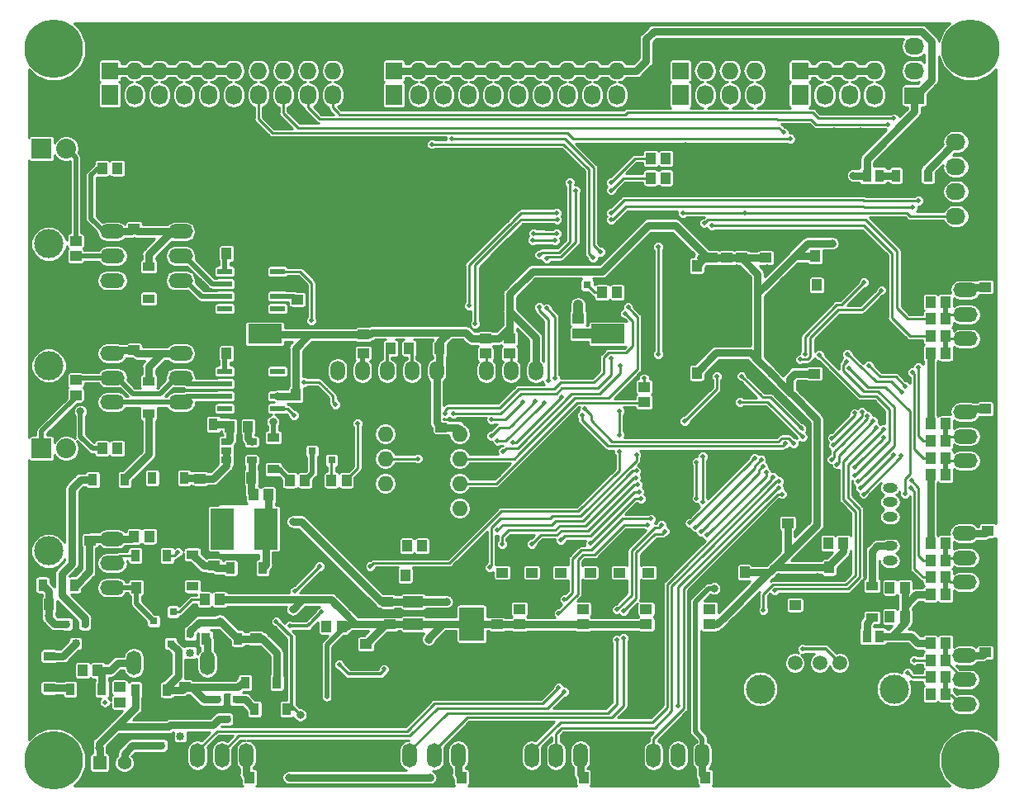
<source format=gbr>
G04 #@! TF.GenerationSoftware,KiCad,Pcbnew,(5.0.2)-1*
G04 #@! TF.CreationDate,2019-04-24T17:16:16+09:00*
G04 #@! TF.ProjectId,stm32f4_Centaurus,73746d33-3266-4345-9f43-656e74617572,rev?*
G04 #@! TF.SameCoordinates,Original*
G04 #@! TF.FileFunction,Copper,L2,Bot*
G04 #@! TF.FilePolarity,Positive*
%FSLAX46Y46*%
G04 Gerber Fmt 4.6, Leading zero omitted, Abs format (unit mm)*
G04 Created by KiCad (PCBNEW (5.0.2)-1) date 2019/04/24 17:16:16*
%MOMM*%
%LPD*%
G01*
G04 APERTURE LIST*
G04 #@! TA.AperFunction,SMDPad,CuDef*
%ADD10R,0.800100X0.800100*%
G04 #@! TD*
G04 #@! TA.AperFunction,ComponentPad*
%ADD11O,1.727200X1.727200*%
G04 #@! TD*
G04 #@! TA.AperFunction,ComponentPad*
%ADD12R,1.727200X1.727200*%
G04 #@! TD*
G04 #@! TA.AperFunction,ComponentPad*
%ADD13O,2.500000X1.500000*%
G04 #@! TD*
G04 #@! TA.AperFunction,ComponentPad*
%ADD14C,1.501140*%
G04 #@! TD*
G04 #@! TA.AperFunction,ComponentPad*
%ADD15C,2.999740*%
G04 #@! TD*
G04 #@! TA.AperFunction,ComponentPad*
%ADD16O,1.500000X2.000000*%
G04 #@! TD*
G04 #@! TA.AperFunction,ComponentPad*
%ADD17R,3.500000X2.000000*%
G04 #@! TD*
G04 #@! TA.AperFunction,ComponentPad*
%ADD18C,3.000000*%
G04 #@! TD*
G04 #@! TA.AperFunction,SMDPad,CuDef*
%ADD19R,1.550000X0.600000*%
G04 #@! TD*
G04 #@! TA.AperFunction,ComponentPad*
%ADD20R,1.727200X2.032000*%
G04 #@! TD*
G04 #@! TA.AperFunction,ComponentPad*
%ADD21O,1.727200X2.032000*%
G04 #@! TD*
G04 #@! TA.AperFunction,ComponentPad*
%ADD22O,1.500000X2.500000*%
G04 #@! TD*
G04 #@! TA.AperFunction,SMDPad,CuDef*
%ADD23R,0.910000X1.220000*%
G04 #@! TD*
G04 #@! TA.AperFunction,SMDPad,CuDef*
%ADD24R,1.220000X0.910000*%
G04 #@! TD*
G04 #@! TA.AperFunction,SMDPad,CuDef*
%ADD25R,1.000760X0.690880*%
G04 #@! TD*
G04 #@! TA.AperFunction,ComponentPad*
%ADD26R,1.397000X1.397000*%
G04 #@! TD*
G04 #@! TA.AperFunction,ComponentPad*
%ADD27C,1.397000*%
G04 #@! TD*
G04 #@! TA.AperFunction,ComponentPad*
%ADD28R,2.032000X2.032000*%
G04 #@! TD*
G04 #@! TA.AperFunction,ComponentPad*
%ADD29O,2.032000X2.032000*%
G04 #@! TD*
G04 #@! TA.AperFunction,SMDPad,CuDef*
%ADD30R,2.400000X4.200000*%
G04 #@! TD*
G04 #@! TA.AperFunction,ComponentPad*
%ADD31O,2.032000X1.727200*%
G04 #@! TD*
G04 #@! TA.AperFunction,ComponentPad*
%ADD32R,2.032000X1.727200*%
G04 #@! TD*
G04 #@! TA.AperFunction,ComponentPad*
%ADD33O,1.524000X1.000000*%
G04 #@! TD*
G04 #@! TA.AperFunction,SMDPad,CuDef*
%ADD34R,2.000000X1.200000*%
G04 #@! TD*
G04 #@! TA.AperFunction,SMDPad,CuDef*
%ADD35R,2.500000X3.500000*%
G04 #@! TD*
G04 #@! TA.AperFunction,SMDPad,CuDef*
%ADD36R,1.200000X1.000000*%
G04 #@! TD*
G04 #@! TA.AperFunction,SMDPad,CuDef*
%ADD37R,1.000000X1.200000*%
G04 #@! TD*
G04 #@! TA.AperFunction,SMDPad,CuDef*
%ADD38R,0.965200X1.270000*%
G04 #@! TD*
G04 #@! TA.AperFunction,ComponentPad*
%ADD39O,1.600000X1.600000*%
G04 #@! TD*
G04 #@! TA.AperFunction,ViaPad*
%ADD40C,6.000000*%
G04 #@! TD*
G04 #@! TA.AperFunction,ViaPad*
%ADD41C,0.500000*%
G04 #@! TD*
G04 #@! TA.AperFunction,ViaPad*
%ADD42C,0.800000*%
G04 #@! TD*
G04 #@! TA.AperFunction,Conductor*
%ADD43C,0.800000*%
G04 #@! TD*
G04 #@! TA.AperFunction,Conductor*
%ADD44C,0.500000*%
G04 #@! TD*
G04 #@! TA.AperFunction,Conductor*
%ADD45C,0.250000*%
G04 #@! TD*
G04 #@! TA.AperFunction,Conductor*
%ADD46C,0.350000*%
G04 #@! TD*
G04 #@! TA.AperFunction,Conductor*
%ADD47C,1.000000*%
G04 #@! TD*
G04 #@! TA.AperFunction,Conductor*
%ADD48C,0.254000*%
G04 #@! TD*
G04 APERTURE END LIST*
D10*
G04 #@! TO.P,Q4,1*
G04 #@! TO.N,Net-(Q4-Pad1)*
X84500760Y-104200000D03*
G04 #@! TO.P,Q4,2*
G04 #@! TO.N,GND*
X84500760Y-102300000D03*
G04 #@! TO.P,Q4,3*
G04 #@! TO.N,Net-(Q4-Pad3)*
X82501780Y-103250000D03*
G04 #@! TD*
D11*
G04 #@! TO.P,P31,8*
G04 #@! TO.N,GND*
X140120000Y-61710000D03*
G04 #@! TO.P,P31,7*
G04 #@! TO.N,Net-(JP5-Pad2)*
X140120000Y-64250000D03*
G04 #@! TO.P,P31,6*
G04 #@! TO.N,GND*
X137580000Y-61710000D03*
G04 #@! TO.P,P31,5*
G04 #@! TO.N,Net-(JP5-Pad2)*
X137580000Y-64250000D03*
G04 #@! TO.P,P31,4*
G04 #@! TO.N,GND*
X135040000Y-61710000D03*
G04 #@! TO.P,P31,3*
G04 #@! TO.N,Net-(JP5-Pad2)*
X135040000Y-64250000D03*
G04 #@! TO.P,P31,2*
G04 #@! TO.N,GND*
X132500000Y-61710000D03*
D12*
G04 #@! TO.P,P31,1*
G04 #@! TO.N,Net-(JP5-Pad2)*
X132500000Y-64250000D03*
G04 #@! TD*
D13*
G04 #@! TO.P,P7,1*
G04 #@! TO.N,GND*
X149420000Y-109210000D03*
G04 #@! TO.P,P7,2*
G04 #@! TO.N,+5V*
X149420000Y-111710000D03*
G04 #@! TO.P,P7,3*
G04 #@! TO.N,Net-(P7-Pad3)*
X149420000Y-114210000D03*
G04 #@! TO.P,P7,4*
G04 #@! TO.N,Net-(P7-Pad4)*
X149420000Y-116710000D03*
G04 #@! TD*
D14*
G04 #@! TO.P,P2,4*
G04 #@! TO.N,GND*
X139112860Y-124995760D03*
G04 #@! TO.P,P2,3*
G04 #@! TO.N,/D+*
X136572860Y-124995760D03*
G04 #@! TO.P,P2,2*
G04 #@! TO.N,/D-*
X134540860Y-124995760D03*
G04 #@! TO.P,P2,1*
G04 #@! TO.N,+5V*
X132000860Y-124995760D03*
D15*
G04 #@! TO.P,P2,5*
G04 #@! TO.N,Net-(P2-Pad5)*
X142160860Y-127662760D03*
X128444860Y-127662760D03*
G04 #@! TD*
D16*
G04 #@! TO.P,U7,1*
G04 #@! TO.N,Net-(U7-Pad1)*
X85090000Y-95035000D03*
G04 #@! TO.P,U7,2*
G04 #@! TO.N,Net-(C29-Pad1)*
X87630000Y-95035000D03*
G04 #@! TO.P,U7,3*
G04 #@! TO.N,Net-(C30-Pad1)*
X90170000Y-95035000D03*
G04 #@! TO.P,U7,4*
G04 #@! TO.N,Net-(C30-Pad2)*
X92710000Y-95035000D03*
G04 #@! TO.P,U7,5*
G04 #@! TO.N,+3.3V*
X95250000Y-95035000D03*
G04 #@! TO.P,U7,6*
G04 #@! TO.N,GND*
X97790000Y-95035000D03*
G04 #@! TO.P,U7,7*
G04 #@! TO.N,/I2C1_SDA*
X100330000Y-95035000D03*
G04 #@! TO.P,U7,8*
G04 #@! TO.N,/I2C1_SCL*
X102870000Y-95035000D03*
G04 #@! TO.P,U7,9*
G04 #@! TO.N,+3.3V*
X105410000Y-95035000D03*
D17*
G04 #@! TO.P,U7,10*
X77650000Y-91235000D03*
G04 #@! TO.P,U7,11*
G04 #@! TO.N,Net-(R43-Pad1)*
X112850000Y-91235000D03*
G04 #@! TD*
D13*
G04 #@! TO.P,P27,1*
G04 #@! TO.N,GND*
X62000000Y-109750000D03*
G04 #@! TO.P,P27,2*
G04 #@! TO.N,XA4_12V*
X62000000Y-112250000D03*
G04 #@! TO.P,P27,3*
G04 #@! TO.N,Net-(D26-Pad2)*
X62000000Y-114750000D03*
G04 #@! TO.P,P27,4*
G04 #@! TO.N,Net-(P27-Pad4)*
X62000000Y-117250000D03*
D18*
G04 #@! TO.P,P27,*
G04 #@! TO.N,*
X55500000Y-113500000D03*
G04 #@! TD*
D19*
G04 #@! TO.P,U5,8*
G04 #@! TO.N,Net-(R38-Pad2)*
X73550000Y-84845000D03*
G04 #@! TO.P,U5,7*
G04 #@! TO.N,/CAN0_H*
X73550000Y-86115000D03*
G04 #@! TO.P,U5,6*
G04 #@! TO.N,/CAN0_L*
X73550000Y-87385000D03*
G04 #@! TO.P,U5,5*
G04 #@! TO.N,Net-(U5-Pad5)*
X73550000Y-88655000D03*
G04 #@! TO.P,U5,4*
G04 #@! TO.N,/CAN1_RX*
X78950000Y-88655000D03*
G04 #@! TO.P,U5,3*
G04 #@! TO.N,+3.3V*
X78950000Y-87385000D03*
G04 #@! TO.P,U5,2*
G04 #@! TO.N,GND*
X78950000Y-86115000D03*
G04 #@! TO.P,U5,1*
G04 #@! TO.N,/CAN1_TX*
X78950000Y-84845000D03*
G04 #@! TD*
D20*
G04 #@! TO.P,P23,1*
G04 #@! TO.N,/ADC12_IN9*
X90890000Y-66750000D03*
D21*
G04 #@! TO.P,P23,2*
G04 #@! TO.N,/ADC12_IN15*
X93430000Y-66750000D03*
G04 #@! TO.P,P23,3*
G04 #@! TO.N,/ADC12_IN14*
X95970000Y-66750000D03*
G04 #@! TO.P,P23,4*
G04 #@! TO.N,/ADC12_IN6*
X98510000Y-66750000D03*
G04 #@! TO.P,P23,5*
G04 #@! TO.N,/ADC12_IN5*
X101050000Y-66750000D03*
G04 #@! TO.P,P23,6*
G04 #@! TO.N,/ADC12_IN4*
X103590000Y-66750000D03*
G04 #@! TO.P,P23,7*
G04 #@! TO.N,/ADC12_IN3*
X106130000Y-66750000D03*
G04 #@! TO.P,P23,8*
G04 #@! TO.N,/ADC12_IN2*
X108670000Y-66750000D03*
G04 #@! TO.P,P23,9*
G04 #@! TO.N,/ADC12_IN11*
X111210000Y-66750000D03*
G04 #@! TO.P,P23,10*
G04 #@! TO.N,/ADC12_IN10*
X113750000Y-66750000D03*
G04 #@! TD*
D22*
G04 #@! TO.P,P16,1*
G04 #@! TO.N,GND*
X78250000Y-134500000D03*
G04 #@! TO.P,P16,2*
G04 #@! TO.N,+5V*
X75750000Y-134500000D03*
G04 #@! TO.P,P16,3*
G04 #@! TO.N,/USART1_TX*
X73250000Y-134500000D03*
G04 #@! TO.P,P16,4*
G04 #@! TO.N,/USART1_RX*
X70750000Y-134500000D03*
G04 #@! TD*
D23*
G04 #@! TO.P,D9,1*
G04 #@! TO.N,Net-(D11-Pad2)*
X78885000Y-127000000D03*
G04 #@! TO.P,D9,2*
G04 #@! TO.N,Net-(D27-Pad1)*
X75615000Y-127000000D03*
G04 #@! TD*
D24*
G04 #@! TO.P,D20,1*
G04 #@! TO.N,Net-(D20-Pad1)*
X78500000Y-105135000D03*
G04 #@! TO.P,D20,2*
G04 #@! TO.N,+3.3V*
X78500000Y-101865000D03*
G04 #@! TD*
D25*
G04 #@! TO.P,U4,1*
G04 #@! TO.N,Net-(C18-Pad2)*
X76300480Y-102300040D03*
G04 #@! TO.P,U4,2*
G04 #@! TO.N,GND*
X76300480Y-103250000D03*
G04 #@! TO.P,U4,3*
G04 #@! TO.N,/FB*
X76300480Y-104199960D03*
G04 #@! TO.P,U4,4*
G04 #@! TO.N,Net-(C19-Pad1)*
X73699520Y-104199960D03*
G04 #@! TO.P,U4,5*
X73699520Y-103250000D03*
G04 #@! TO.P,U4,6*
G04 #@! TO.N,Net-(C18-Pad1)*
X73699520Y-102300040D03*
G04 #@! TD*
D23*
G04 #@! TO.P,D29,1*
G04 #@! TO.N,+12V*
X66115000Y-106000000D03*
G04 #@! TO.P,D29,2*
G04 #@! TO.N,Net-(C19-Pad1)*
X69385000Y-106000000D03*
G04 #@! TD*
D26*
G04 #@! TO.P,SW1,1*
G04 #@! TO.N,Net-(D27-Pad2)*
X60710000Y-135250000D03*
D27*
G04 #@! TO.P,SW1,2*
G04 #@! TO.N,Net-(Q6-Pad1)*
X63250000Y-135250000D03*
G04 #@! TO.P,SW1,3*
G04 #@! TO.N,GND*
X65790000Y-135250000D03*
G04 #@! TD*
D23*
G04 #@! TO.P,D32,1*
G04 #@! TO.N,XA4_12V*
X58135000Y-117000000D03*
G04 #@! TO.P,D32,2*
G04 #@! TO.N,/XA_12V*
X54865000Y-117000000D03*
G04 #@! TD*
D24*
G04 #@! TO.P,D38,2*
G04 #@! TO.N,/CAN_BUS_12V*
X65750000Y-87635000D03*
G04 #@! TO.P,D38,1*
G04 #@! TO.N,CAN0_BUS_Vdd*
X65750000Y-84365000D03*
G04 #@! TD*
G04 #@! TO.P,D39,1*
G04 #@! TO.N,CAN1_BUS_Vdd*
X65750000Y-96115000D03*
G04 #@! TO.P,D39,2*
G04 #@! TO.N,/CAN_BUS_12V*
X65750000Y-99385000D03*
G04 #@! TD*
D23*
G04 #@! TO.P,D40,1*
G04 #@! TO.N,Net-(D40-Pad1)*
X145635000Y-75000000D03*
G04 #@! TO.P,D40,2*
G04 #@! TO.N,Net-(D40-Pad2)*
X142365000Y-75000000D03*
G04 #@! TD*
D24*
G04 #@! TO.P,D6,1*
G04 #@! TO.N,/XA_12V*
X55540000Y-127555000D03*
G04 #@! TO.P,D6,2*
G04 #@! TO.N,+12V*
X55540000Y-124285000D03*
G04 #@! TD*
D23*
G04 #@! TO.P,D7,2*
G04 #@! TO.N,Net-(D7-Pad2)*
X60015000Y-106220000D03*
G04 #@! TO.P,D7,1*
G04 #@! TO.N,/CAN_BUS_12V*
X63285000Y-106220000D03*
G04 #@! TD*
G04 #@! TO.P,D8,1*
G04 #@! TO.N,XA2_12V*
X60955000Y-127680000D03*
G04 #@! TO.P,D8,2*
G04 #@! TO.N,/XA_12V*
X57685000Y-127680000D03*
G04 #@! TD*
D24*
G04 #@! TO.P,D10,2*
G04 #@! TO.N,Net-(D10-Pad2)*
X70250000Y-117135000D03*
G04 #@! TO.P,D10,1*
G04 #@! TO.N,/12V_TO_5V*
X70250000Y-113865000D03*
G04 #@! TD*
D23*
G04 #@! TO.P,D11,2*
G04 #@! TO.N,Net-(D11-Pad2)*
X74885000Y-122500000D03*
G04 #@! TO.P,D11,1*
G04 #@! TO.N,XA2_5V*
X71615000Y-122500000D03*
G04 #@! TD*
D22*
G04 #@! TO.P,P10,1*
G04 #@! TO.N,GND*
X66750000Y-125000000D03*
G04 #@! TO.P,P10,2*
G04 #@! TO.N,XA2_12V*
X64250000Y-125000000D03*
G04 #@! TD*
G04 #@! TO.P,P17,2*
G04 #@! TO.N,XA2_5V*
X71750000Y-125000000D03*
G04 #@! TO.P,P17,1*
G04 #@! TO.N,GND*
X74250000Y-125000000D03*
G04 #@! TD*
D23*
G04 #@! TO.P,D27,1*
G04 #@! TO.N,Net-(D27-Pad1)*
X67635000Y-127750000D03*
G04 #@! TO.P,D27,2*
G04 #@! TO.N,Net-(D27-Pad2)*
X64365000Y-127750000D03*
G04 #@! TD*
D24*
G04 #@! TO.P,D28,1*
G04 #@! TO.N,Net-(D28-Pad1)*
X139920000Y-117075000D03*
G04 #@! TO.P,D28,2*
G04 #@! TO.N,Net-(D28-Pad2)*
X139920000Y-120345000D03*
G04 #@! TD*
D28*
G04 #@! TO.P,JP1,1*
G04 #@! TO.N,/CAN0_L*
X54750000Y-72250000D03*
D29*
G04 #@! TO.P,JP1,2*
G04 #@! TO.N,Net-(JP1-Pad2)*
X57290000Y-72250000D03*
G04 #@! TD*
G04 #@! TO.P,JP2,2*
G04 #@! TO.N,/CAN1_L*
X57290000Y-103000000D03*
D28*
G04 #@! TO.P,JP2,1*
G04 #@! TO.N,Net-(JP2-Pad1)*
X54750000Y-103000000D03*
G04 #@! TD*
D30*
G04 #@! TO.P,L1,2*
G04 #@! TO.N,Net-(D15-Pad1)*
X77750000Y-111250000D03*
G04 #@! TO.P,L1,1*
G04 #@! TO.N,Net-(C18-Pad1)*
X73250000Y-111250000D03*
G04 #@! TD*
D31*
G04 #@! TO.P,P18,5*
G04 #@! TO.N,/NRST*
X148500000Y-79160000D03*
G04 #@! TO.P,P18,4*
G04 #@! TO.N,/SWDIO*
X148500000Y-76620000D03*
G04 #@! TO.P,P18,3*
G04 #@! TO.N,/SWCLK*
X148500000Y-74080000D03*
G04 #@! TO.P,P18,2*
G04 #@! TO.N,Net-(D40-Pad1)*
X148500000Y-71540000D03*
D32*
G04 #@! TO.P,P18,1*
G04 #@! TO.N,GND*
X148500000Y-69000000D03*
G04 #@! TD*
D21*
G04 #@! TO.P,P24,10*
G04 #@! TO.N,/TIM10_CH1*
X84610000Y-66750000D03*
G04 #@! TO.P,P24,9*
G04 #@! TO.N,/TIM11_CH1*
X82070000Y-66750000D03*
G04 #@! TO.P,P24,8*
G04 #@! TO.N,/TIM9_CH1*
X79530000Y-66750000D03*
G04 #@! TO.P,P24,7*
G04 #@! TO.N,/TIM9_CH2*
X76990000Y-66750000D03*
G04 #@! TO.P,P24,6*
G04 #@! TO.N,/TIM8_CH1*
X74450000Y-66750000D03*
G04 #@! TO.P,P24,5*
G04 #@! TO.N,/TIM8_CH2*
X71910000Y-66750000D03*
G04 #@! TO.P,P24,4*
G04 #@! TO.N,/TIM1_CH1*
X69370000Y-66750000D03*
G04 #@! TO.P,P24,3*
G04 #@! TO.N,/TIM1_CH2*
X66830000Y-66750000D03*
G04 #@! TO.P,P24,2*
G04 #@! TO.N,/TIM1_CH3*
X64290000Y-66750000D03*
D20*
G04 #@! TO.P,P24,1*
G04 #@! TO.N,/TIM1_CH4*
X61750000Y-66750000D03*
G04 #@! TD*
D11*
G04 #@! TO.P,P25,20*
G04 #@! TO.N,GND*
X113750000Y-61710000D03*
G04 #@! TO.P,P25,19*
G04 #@! TO.N,+3.3V*
X113750000Y-64250000D03*
G04 #@! TO.P,P25,18*
G04 #@! TO.N,GND*
X111210000Y-61710000D03*
G04 #@! TO.P,P25,17*
G04 #@! TO.N,+3.3V*
X111210000Y-64250000D03*
G04 #@! TO.P,P25,16*
G04 #@! TO.N,GND*
X108670000Y-61710000D03*
G04 #@! TO.P,P25,15*
G04 #@! TO.N,+3.3V*
X108670000Y-64250000D03*
G04 #@! TO.P,P25,14*
G04 #@! TO.N,GND*
X106130000Y-61710000D03*
G04 #@! TO.P,P25,13*
G04 #@! TO.N,+3.3V*
X106130000Y-64250000D03*
G04 #@! TO.P,P25,12*
G04 #@! TO.N,GND*
X103590000Y-61710000D03*
G04 #@! TO.P,P25,11*
G04 #@! TO.N,+3.3V*
X103590000Y-64250000D03*
G04 #@! TO.P,P25,10*
G04 #@! TO.N,GND*
X101050000Y-61710000D03*
G04 #@! TO.P,P25,9*
G04 #@! TO.N,+3.3V*
X101050000Y-64250000D03*
G04 #@! TO.P,P25,8*
G04 #@! TO.N,GND*
X98510000Y-61710000D03*
G04 #@! TO.P,P25,7*
G04 #@! TO.N,+3.3V*
X98510000Y-64250000D03*
G04 #@! TO.P,P25,6*
G04 #@! TO.N,GND*
X95970000Y-61710000D03*
G04 #@! TO.P,P25,5*
G04 #@! TO.N,+3.3V*
X95970000Y-64250000D03*
G04 #@! TO.P,P25,4*
G04 #@! TO.N,GND*
X93430000Y-61710000D03*
G04 #@! TO.P,P25,3*
G04 #@! TO.N,+3.3V*
X93430000Y-64250000D03*
G04 #@! TO.P,P25,2*
G04 #@! TO.N,GND*
X90890000Y-61710000D03*
D12*
G04 #@! TO.P,P25,1*
G04 #@! TO.N,+3.3V*
X90890000Y-64250000D03*
G04 #@! TD*
G04 #@! TO.P,P26,1*
G04 #@! TO.N,+5V*
X61750000Y-64250000D03*
D11*
G04 #@! TO.P,P26,2*
G04 #@! TO.N,GND*
X61750000Y-61710000D03*
G04 #@! TO.P,P26,3*
G04 #@! TO.N,+5V*
X64290000Y-64250000D03*
G04 #@! TO.P,P26,4*
G04 #@! TO.N,GND*
X64290000Y-61710000D03*
G04 #@! TO.P,P26,5*
G04 #@! TO.N,+5V*
X66830000Y-64250000D03*
G04 #@! TO.P,P26,6*
G04 #@! TO.N,GND*
X66830000Y-61710000D03*
G04 #@! TO.P,P26,7*
G04 #@! TO.N,+5V*
X69370000Y-64250000D03*
G04 #@! TO.P,P26,8*
G04 #@! TO.N,GND*
X69370000Y-61710000D03*
G04 #@! TO.P,P26,9*
G04 #@! TO.N,+5V*
X71910000Y-64250000D03*
G04 #@! TO.P,P26,10*
G04 #@! TO.N,GND*
X71910000Y-61710000D03*
G04 #@! TO.P,P26,11*
G04 #@! TO.N,+5V*
X74450000Y-64250000D03*
G04 #@! TO.P,P26,12*
G04 #@! TO.N,GND*
X74450000Y-61710000D03*
G04 #@! TO.P,P26,13*
G04 #@! TO.N,+5V*
X76990000Y-64250000D03*
G04 #@! TO.P,P26,14*
G04 #@! TO.N,GND*
X76990000Y-61710000D03*
G04 #@! TO.P,P26,15*
G04 #@! TO.N,+5V*
X79530000Y-64250000D03*
G04 #@! TO.P,P26,16*
G04 #@! TO.N,GND*
X79530000Y-61710000D03*
G04 #@! TO.P,P26,17*
G04 #@! TO.N,+5V*
X82070000Y-64250000D03*
G04 #@! TO.P,P26,18*
G04 #@! TO.N,GND*
X82070000Y-61710000D03*
G04 #@! TO.P,P26,19*
G04 #@! TO.N,+5V*
X84610000Y-64250000D03*
G04 #@! TO.P,P26,20*
G04 #@! TO.N,GND*
X84610000Y-61710000D03*
G04 #@! TD*
D13*
G04 #@! TO.P,P3,4*
G04 #@! TO.N,Net-(P3-Pad4)*
X149420000Y-129210000D03*
G04 #@! TO.P,P3,3*
G04 #@! TO.N,Net-(P3-Pad3)*
X149420000Y-126710000D03*
G04 #@! TO.P,P3,2*
G04 #@! TO.N,+5V*
X149420000Y-124210000D03*
G04 #@! TO.P,P3,1*
G04 #@! TO.N,GND*
X149420000Y-121710000D03*
G04 #@! TD*
G04 #@! TO.P,P4,1*
G04 #@! TO.N,GND*
X149500000Y-96750000D03*
G04 #@! TO.P,P4,2*
G04 #@! TO.N,+5V*
X149500000Y-99250000D03*
G04 #@! TO.P,P4,3*
G04 #@! TO.N,Net-(P4-Pad3)*
X149500000Y-101750000D03*
G04 #@! TO.P,P4,4*
G04 #@! TO.N,Net-(P4-Pad4)*
X149500000Y-104250000D03*
G04 #@! TD*
G04 #@! TO.P,P6,4*
G04 #@! TO.N,Net-(P6-Pad4)*
X149500000Y-91750000D03*
G04 #@! TO.P,P6,3*
G04 #@! TO.N,Net-(P6-Pad3)*
X149500000Y-89250000D03*
G04 #@! TO.P,P6,2*
G04 #@! TO.N,+5V*
X149500000Y-86750000D03*
G04 #@! TO.P,P6,1*
G04 #@! TO.N,GND*
X149500000Y-84250000D03*
G04 #@! TD*
D22*
G04 #@! TO.P,P8,4*
G04 #@! TO.N,/UART5_RX*
X117500000Y-134500000D03*
G04 #@! TO.P,P8,3*
G04 #@! TO.N,/UART5_TX*
X120000000Y-134500000D03*
G04 #@! TO.P,P8,2*
G04 #@! TO.N,+5V*
X122500000Y-134500000D03*
G04 #@! TO.P,P8,1*
G04 #@! TO.N,GND*
X125000000Y-134500000D03*
G04 #@! TD*
G04 #@! TO.P,P9,1*
G04 #@! TO.N,GND*
X112500000Y-134500000D03*
G04 #@! TO.P,P9,2*
G04 #@! TO.N,+5V*
X110000000Y-134500000D03*
G04 #@! TO.P,P9,3*
G04 #@! TO.N,/UART4_TX*
X107500000Y-134500000D03*
G04 #@! TO.P,P9,4*
G04 #@! TO.N,/UART4_RX*
X105000000Y-134500000D03*
G04 #@! TD*
D13*
G04 #@! TO.P,P11,1*
G04 #@! TO.N,GND*
X69000000Y-78250000D03*
G04 #@! TO.P,P11,2*
G04 #@! TO.N,CAN0_BUS_Vdd*
X69000000Y-80750000D03*
G04 #@! TO.P,P11,3*
G04 #@! TO.N,/CAN0_H*
X69000000Y-83250000D03*
G04 #@! TO.P,P11,4*
G04 #@! TO.N,/CAN0_L*
X69000000Y-85750000D03*
G04 #@! TD*
G04 #@! TO.P,P12,4*
G04 #@! TO.N,/CAN1_L*
X69000000Y-98250000D03*
G04 #@! TO.P,P12,3*
G04 #@! TO.N,/CAN1_H*
X69000000Y-95750000D03*
G04 #@! TO.P,P12,2*
G04 #@! TO.N,CAN1_BUS_Vdd*
X69000000Y-93250000D03*
G04 #@! TO.P,P12,1*
G04 #@! TO.N,GND*
X69000000Y-90750000D03*
G04 #@! TD*
D18*
G04 #@! TO.P,P13,*
G04 #@! TO.N,*
X55500000Y-82000000D03*
D13*
G04 #@! TO.P,P13,4*
G04 #@! TO.N,/CAN0_L*
X62000000Y-85750000D03*
G04 #@! TO.P,P13,3*
G04 #@! TO.N,/CAN0_H*
X62000000Y-83250000D03*
G04 #@! TO.P,P13,2*
G04 #@! TO.N,CAN0_BUS_Vdd*
X62000000Y-80750000D03*
G04 #@! TO.P,P13,1*
G04 #@! TO.N,GND*
X62000000Y-78250000D03*
G04 #@! TD*
G04 #@! TO.P,P14,1*
G04 #@! TO.N,GND*
X62000000Y-90750000D03*
G04 #@! TO.P,P14,2*
G04 #@! TO.N,CAN1_BUS_Vdd*
X62000000Y-93250000D03*
G04 #@! TO.P,P14,3*
G04 #@! TO.N,/CAN1_H*
X62000000Y-95750000D03*
G04 #@! TO.P,P14,4*
G04 #@! TO.N,/CAN1_L*
X62000000Y-98250000D03*
D18*
G04 #@! TO.P,P14,*
G04 #@! TO.N,*
X55500000Y-94500000D03*
G04 #@! TD*
D22*
G04 #@! TO.P,P15,4*
G04 #@! TO.N,/USART6_RX*
X92500000Y-134500000D03*
G04 #@! TO.P,P15,3*
G04 #@! TO.N,/USART6_TX*
X95000000Y-134500000D03*
G04 #@! TO.P,P15,2*
G04 #@! TO.N,+5V*
X97500000Y-134500000D03*
G04 #@! TO.P,P15,1*
G04 #@! TO.N,GND*
X100000000Y-134500000D03*
G04 #@! TD*
D20*
G04 #@! TO.P,P28,1*
G04 #@! TO.N,/PC15*
X120250000Y-66750000D03*
D21*
G04 #@! TO.P,P28,2*
G04 #@! TO.N,/PC14*
X122790000Y-66750000D03*
G04 #@! TO.P,P28,3*
G04 #@! TO.N,/PC13*
X125330000Y-66750000D03*
G04 #@! TO.P,P28,4*
G04 #@! TO.N,/PE4*
X127870000Y-66750000D03*
G04 #@! TD*
G04 #@! TO.P,P29,4*
G04 #@! TO.N,/PE0*
X140120000Y-66750000D03*
G04 #@! TO.P,P29,3*
G04 #@! TO.N,/PE1*
X137580000Y-66750000D03*
G04 #@! TO.P,P29,2*
G04 #@! TO.N,/PE2*
X135040000Y-66750000D03*
D20*
G04 #@! TO.P,P29,1*
G04 #@! TO.N,/PE3*
X132500000Y-66750000D03*
G04 #@! TD*
D12*
G04 #@! TO.P,P30,1*
G04 #@! TO.N,+5V*
X120250000Y-64250000D03*
D11*
G04 #@! TO.P,P30,2*
G04 #@! TO.N,GND*
X120250000Y-61710000D03*
G04 #@! TO.P,P30,3*
G04 #@! TO.N,+5V*
X122790000Y-64250000D03*
G04 #@! TO.P,P30,4*
G04 #@! TO.N,GND*
X122790000Y-61710000D03*
G04 #@! TO.P,P30,5*
G04 #@! TO.N,+5V*
X125330000Y-64250000D03*
G04 #@! TO.P,P30,6*
G04 #@! TO.N,GND*
X125330000Y-61710000D03*
G04 #@! TO.P,P30,7*
G04 #@! TO.N,+5V*
X127870000Y-64250000D03*
G04 #@! TO.P,P30,8*
G04 #@! TO.N,GND*
X127870000Y-61710000D03*
G04 #@! TD*
D33*
G04 #@! TO.P,P1,1*
G04 #@! TO.N,/MCLR*
X141750000Y-114500000D03*
G04 #@! TO.P,P1,2*
G04 #@! TO.N,Net-(D28-Pad1)*
X141750000Y-113000000D03*
G04 #@! TO.P,P1,3*
G04 #@! TO.N,GND*
X141750000Y-111500000D03*
G04 #@! TO.P,P1,4*
G04 #@! TO.N,/PGED1*
X141750000Y-110000000D03*
G04 #@! TO.P,P1,5*
G04 #@! TO.N,/PGEC1*
X141750000Y-108500000D03*
G04 #@! TO.P,P1,6*
G04 #@! TO.N,Net-(P1-Pad6)*
X141750000Y-107000000D03*
G04 #@! TD*
D34*
G04 #@! TO.P,U2,2*
G04 #@! TO.N,+3.3V*
X92850000Y-121000000D03*
G04 #@! TO.P,U2,1*
G04 #@! TO.N,GND*
X92850000Y-123300000D03*
G04 #@! TO.P,U2,3*
G04 #@! TO.N,+5V*
X92850000Y-118700000D03*
D35*
G04 #@! TO.P,U2,2*
G04 #@! TO.N,+3.3V*
X98850000Y-121000000D03*
G04 #@! TD*
D19*
G04 #@! TO.P,U6,1*
G04 #@! TO.N,/CAN2_TX*
X78950000Y-95095000D03*
G04 #@! TO.P,U6,2*
G04 #@! TO.N,GND*
X78950000Y-96365000D03*
G04 #@! TO.P,U6,3*
G04 #@! TO.N,+3.3V*
X78950000Y-97635000D03*
G04 #@! TO.P,U6,4*
G04 #@! TO.N,/CAN2_RX*
X78950000Y-98905000D03*
G04 #@! TO.P,U6,5*
G04 #@! TO.N,Net-(U6-Pad5)*
X73550000Y-98905000D03*
G04 #@! TO.P,U6,6*
G04 #@! TO.N,/CAN1_L*
X73550000Y-97635000D03*
G04 #@! TO.P,U6,7*
G04 #@! TO.N,/CAN1_H*
X73550000Y-96365000D03*
G04 #@! TO.P,U6,8*
G04 #@! TO.N,Net-(R39-Pad2)*
X73550000Y-95095000D03*
G04 #@! TD*
D23*
G04 #@! TO.P,D12,1*
G04 #@! TO.N,/BUS_5V*
X79885000Y-129750000D03*
G04 #@! TO.P,D12,2*
G04 #@! TO.N,Net-(D12-Pad2)*
X76615000Y-129750000D03*
G04 #@! TD*
D36*
G04 #@! TO.P,C1,2*
G04 #@! TO.N,GND*
X132000000Y-120930000D03*
G04 #@! TO.P,C1,1*
G04 #@! TO.N,Net-(C1-Pad1)*
X132000000Y-119050000D03*
G04 #@! TD*
G04 #@! TO.P,C2,1*
G04 #@! TO.N,GND*
X131250000Y-108760000D03*
G04 #@! TO.P,C2,2*
G04 #@! TO.N,+3.3V*
X131250000Y-110640000D03*
G04 #@! TD*
D37*
G04 #@! TO.P,C3,1*
G04 #@! TO.N,GND*
X124970000Y-115710000D03*
G04 #@! TO.P,C3,2*
G04 #@! TO.N,+3.3V*
X126850000Y-115710000D03*
G04 #@! TD*
G04 #@! TO.P,C4,2*
G04 #@! TO.N,+3.3V*
X135490000Y-115210000D03*
G04 #@! TO.P,C4,1*
G04 #@! TO.N,GND*
X137370000Y-115210000D03*
G04 #@! TD*
D36*
G04 #@! TO.P,C5,1*
G04 #@! TO.N,/12V_TO_5V*
X72420000Y-115010000D03*
G04 #@! TO.P,C5,2*
G04 #@! TO.N,GND*
X72420000Y-116890000D03*
G04 #@! TD*
G04 #@! TO.P,C6,1*
G04 #@! TO.N,+5V*
X90250000Y-118700000D03*
G04 #@! TO.P,C6,2*
G04 #@! TO.N,GND*
X90250000Y-116820000D03*
G04 #@! TD*
G04 #@! TO.P,C7,2*
G04 #@! TO.N,GND*
X101500000Y-122930000D03*
G04 #@! TO.P,C7,1*
G04 #@! TO.N,+3.3V*
X101500000Y-121050000D03*
G04 #@! TD*
G04 #@! TO.P,C8,1*
G04 #@! TO.N,GND*
X151750000Y-109550000D03*
G04 #@! TO.P,C8,2*
G04 #@! TO.N,+5V*
X151750000Y-111430000D03*
G04 #@! TD*
G04 #@! TO.P,C9,1*
G04 #@! TO.N,GND*
X151500000Y-97050000D03*
G04 #@! TO.P,C9,2*
G04 #@! TO.N,+5V*
X151500000Y-98930000D03*
G04 #@! TD*
G04 #@! TO.P,C10,2*
G04 #@! TO.N,GND*
X88000000Y-124930000D03*
G04 #@! TO.P,C10,1*
G04 #@! TO.N,+3.3V*
X88000000Y-123050000D03*
G04 #@! TD*
D37*
G04 #@! TO.P,C12,2*
G04 #@! TO.N,GND*
X93930000Y-116000000D03*
G04 #@! TO.P,C12,1*
G04 #@! TO.N,/NRST*
X92050000Y-116000000D03*
G04 #@! TD*
D36*
G04 #@! TO.P,C14,2*
G04 #@! TO.N,+5V*
X151500000Y-86430000D03*
G04 #@! TO.P,C14,1*
G04 #@! TO.N,GND*
X151500000Y-84550000D03*
G04 #@! TD*
G04 #@! TO.P,C15,1*
G04 #@! TO.N,GND*
X151500000Y-122050000D03*
G04 #@! TO.P,C15,2*
G04 #@! TO.N,+5V*
X151500000Y-123930000D03*
G04 #@! TD*
D37*
G04 #@! TO.P,C16,2*
G04 #@! TO.N,+5V*
X122820000Y-136750000D03*
G04 #@! TO.P,C16,1*
G04 #@! TO.N,GND*
X124700000Y-136750000D03*
G04 #@! TD*
G04 #@! TO.P,C17,2*
G04 #@! TO.N,+5V*
X110320000Y-136750000D03*
G04 #@! TO.P,C17,1*
G04 #@! TO.N,GND*
X112200000Y-136750000D03*
G04 #@! TD*
G04 #@! TO.P,C18,2*
G04 #@! TO.N,Net-(C18-Pad2)*
X75930000Y-100750000D03*
G04 #@! TO.P,C18,1*
G04 #@! TO.N,Net-(C18-Pad1)*
X74050000Y-100750000D03*
G04 #@! TD*
D36*
G04 #@! TO.P,C19,2*
G04 #@! TO.N,GND*
X71000000Y-107980000D03*
G04 #@! TO.P,C19,1*
G04 #@! TO.N,Net-(C19-Pad1)*
X71000000Y-106100000D03*
G04 #@! TD*
G04 #@! TO.P,C20,2*
G04 #@! TO.N,+3.3V*
X80995000Y-87725000D03*
G04 #@! TO.P,C20,1*
G04 #@! TO.N,GND*
X80995000Y-89605000D03*
G04 #@! TD*
D37*
G04 #@! TO.P,C21,2*
G04 #@! TO.N,+3.3V*
X80820000Y-97500000D03*
G04 #@! TO.P,C21,1*
G04 #@! TO.N,GND*
X82700000Y-97500000D03*
G04 #@! TD*
D36*
G04 #@! TO.P,C22,1*
G04 #@! TO.N,GND*
X64250000Y-78550000D03*
G04 #@! TO.P,C22,2*
G04 #@! TO.N,CAN0_BUS_Vdd*
X64250000Y-80430000D03*
G04 #@! TD*
G04 #@! TO.P,C23,2*
G04 #@! TO.N,CAN1_BUS_Vdd*
X64250000Y-92930000D03*
G04 #@! TO.P,C23,1*
G04 #@! TO.N,GND*
X64250000Y-91050000D03*
G04 #@! TD*
D37*
G04 #@! TO.P,C24,1*
G04 #@! TO.N,GND*
X99700000Y-136750000D03*
G04 #@! TO.P,C24,2*
G04 #@! TO.N,+5V*
X97820000Y-136750000D03*
G04 #@! TD*
G04 #@! TO.P,C25,1*
G04 #@! TO.N,GND*
X77950000Y-136750000D03*
G04 #@! TO.P,C25,2*
G04 #@! TO.N,+5V*
X76070000Y-136750000D03*
G04 #@! TD*
G04 #@! TO.P,C28,1*
G04 #@! TO.N,GND*
X97450000Y-92750000D03*
G04 #@! TO.P,C28,2*
G04 #@! TO.N,+3.3V*
X95570000Y-92750000D03*
G04 #@! TD*
D36*
G04 #@! TO.P,C29,1*
G04 #@! TO.N,Net-(C29-Pad1)*
X87750000Y-93200000D03*
G04 #@! TO.P,C29,2*
G04 #@! TO.N,+3.3V*
X87750000Y-91320000D03*
G04 #@! TD*
D37*
G04 #@! TO.P,C30,2*
G04 #@! TO.N,Net-(C30-Pad2)*
X92430000Y-92750000D03*
G04 #@! TO.P,C30,1*
G04 #@! TO.N,Net-(C30-Pad1)*
X90550000Y-92750000D03*
G04 #@! TD*
D36*
G04 #@! TO.P,C33,1*
G04 #@! TO.N,GND*
X125000000Y-81550000D03*
G04 #@! TO.P,C33,2*
G04 #@! TO.N,+3.3V*
X125000000Y-83430000D03*
G04 #@! TD*
G04 #@! TO.P,C34,1*
G04 #@! TO.N,GND*
X123500000Y-81550000D03*
G04 #@! TO.P,C34,2*
G04 #@! TO.N,+3.3V*
X123500000Y-83430000D03*
G04 #@! TD*
G04 #@! TO.P,C35,2*
G04 #@! TO.N,+3.3V*
X129000000Y-83430000D03*
G04 #@! TO.P,C35,1*
G04 #@! TO.N,GND*
X129000000Y-81550000D03*
G04 #@! TD*
G04 #@! TO.P,C36,1*
G04 #@! TO.N,GND*
X126500000Y-81550000D03*
G04 #@! TO.P,C36,2*
G04 #@! TO.N,+3.3V*
X126500000Y-83430000D03*
G04 #@! TD*
D37*
G04 #@! TO.P,C37,2*
G04 #@! TO.N,+3.3V*
X121930000Y-84250000D03*
G04 #@! TO.P,C37,1*
G04 #@! TO.N,GND*
X120050000Y-84250000D03*
G04 #@! TD*
G04 #@! TO.P,C38,1*
G04 #@! TO.N,GND*
X120050000Y-95250000D03*
G04 #@! TO.P,C38,2*
G04 #@! TO.N,+3.3V*
X121930000Y-95250000D03*
G04 #@! TD*
D36*
G04 #@! TO.P,C39,2*
G04 #@! TO.N,+3.3V*
X134000000Y-95320000D03*
G04 #@! TO.P,C39,1*
G04 #@! TO.N,GND*
X134000000Y-97200000D03*
G04 #@! TD*
D37*
G04 #@! TO.P,C40,1*
G04 #@! TO.N,GND*
X135950000Y-83250000D03*
G04 #@! TO.P,C40,2*
G04 #@! TO.N,+3.3V*
X134070000Y-83250000D03*
G04 #@! TD*
D36*
G04 #@! TO.P,C41,2*
G04 #@! TO.N,+3.3V*
X95750000Y-100820000D03*
G04 #@! TO.P,C41,1*
G04 #@! TO.N,GND*
X95750000Y-102700000D03*
G04 #@! TD*
G04 #@! TO.P,C42,2*
G04 #@! TO.N,XA4_12V*
X59750000Y-112430000D03*
G04 #@! TO.P,C42,1*
G04 #@! TO.N,GND*
X59750000Y-110550000D03*
G04 #@! TD*
D38*
G04 #@! TO.P,JP3,1*
G04 #@! TO.N,+3.3V*
X139365000Y-75000000D03*
G04 #@! TO.P,JP3,2*
G04 #@! TO.N,Net-(D40-Pad2)*
X140635000Y-75000000D03*
G04 #@! TD*
G04 #@! TO.P,JP4,2*
G04 #@! TO.N,Net-(D28-Pad2)*
X139365000Y-122250000D03*
G04 #@! TO.P,JP4,1*
G04 #@! TO.N,+3.3V*
X140635000Y-122250000D03*
G04 #@! TD*
D10*
G04 #@! TO.P,Q1,3*
G04 #@! TO.N,+12V*
X58250000Y-122998220D03*
G04 #@! TO.P,Q1,2*
G04 #@! TO.N,Net-(D7-Pad2)*
X59200000Y-120999240D03*
G04 #@! TO.P,Q1,1*
G04 #@! TO.N,/XA_12V*
X57300000Y-120999240D03*
G04 #@! TD*
G04 #@! TO.P,Q2,1*
G04 #@! TO.N,Net-(D11-Pad2)*
X70000760Y-122050000D03*
G04 #@! TO.P,Q2,2*
G04 #@! TO.N,Net-(D10-Pad2)*
X70000760Y-123950000D03*
G04 #@! TO.P,Q2,3*
G04 #@! TO.N,Net-(D27-Pad1)*
X68001780Y-123000000D03*
G04 #@! TD*
G04 #@! TO.P,Q3,3*
G04 #@! TO.N,Net-(D27-Pad2)*
X73750000Y-130748220D03*
G04 #@! TO.P,Q3,2*
G04 #@! TO.N,Net-(D12-Pad2)*
X74700000Y-128749240D03*
G04 #@! TO.P,Q3,1*
G04 #@! TO.N,Net-(D27-Pad1)*
X72800000Y-128749240D03*
G04 #@! TD*
G04 #@! TO.P,Q6,1*
G04 #@! TO.N,Net-(Q6-Pad1)*
X66999240Y-133450000D03*
G04 #@! TO.P,Q6,2*
G04 #@! TO.N,Net-(D27-Pad2)*
X66999240Y-131550000D03*
G04 #@! TO.P,Q6,3*
G04 #@! TO.N,+5V*
X68998220Y-132500000D03*
G04 #@! TD*
G04 #@! TO.P,Q7,1*
G04 #@! TO.N,Net-(P27-Pad4)*
X66249240Y-120700000D03*
G04 #@! TO.P,Q7,2*
G04 #@! TO.N,GND*
X66249240Y-118800000D03*
G04 #@! TO.P,Q7,3*
G04 #@! TO.N,/PB11*
X68248220Y-119750000D03*
G04 #@! TD*
D37*
G04 #@! TO.P,R1,1*
G04 #@! TO.N,/MCLR*
X135390000Y-112710000D03*
G04 #@! TO.P,R1,2*
G04 #@! TO.N,+3.3V*
X136950000Y-112710000D03*
G04 #@! TD*
G04 #@! TO.P,R2,1*
G04 #@! TO.N,+3.3V*
X143280000Y-120250000D03*
G04 #@! TO.P,R2,2*
G04 #@! TO.N,Net-(D1-Pad1)*
X141720000Y-120250000D03*
G04 #@! TD*
G04 #@! TO.P,R3,1*
G04 #@! TO.N,+3.3V*
X143280000Y-117250000D03*
G04 #@! TO.P,R3,2*
G04 #@! TO.N,Net-(D2-Pad1)*
X141720000Y-117250000D03*
G04 #@! TD*
G04 #@! TO.P,R4,1*
G04 #@! TO.N,Net-(P3-Pad3)*
X147450000Y-124710000D03*
G04 #@! TO.P,R4,2*
G04 #@! TO.N,/TIM2_CH2*
X145890000Y-124710000D03*
G04 #@! TD*
G04 #@! TO.P,R5,1*
G04 #@! TO.N,Net-(P3-Pad4)*
X147450000Y-126460000D03*
G04 #@! TO.P,R5,2*
G04 #@! TO.N,/TIM2_CH1*
X145890000Y-126460000D03*
G04 #@! TD*
G04 #@! TO.P,R6,2*
G04 #@! TO.N,/TIM3_CH2*
X145890000Y-102210000D03*
G04 #@! TO.P,R6,1*
G04 #@! TO.N,Net-(P4-Pad3)*
X147450000Y-102210000D03*
G04 #@! TD*
G04 #@! TO.P,R7,1*
G04 #@! TO.N,Net-(P4-Pad4)*
X147450000Y-103960000D03*
G04 #@! TO.P,R7,2*
G04 #@! TO.N,/TIM3_CH1*
X145890000Y-103960000D03*
G04 #@! TD*
G04 #@! TO.P,R8,2*
G04 #@! TO.N,+3.3V*
X145890000Y-128210000D03*
G04 #@! TO.P,R8,1*
G04 #@! TO.N,Net-(P3-Pad4)*
X147450000Y-128210000D03*
G04 #@! TD*
G04 #@! TO.P,R9,1*
G04 #@! TO.N,Net-(P4-Pad4)*
X147450000Y-105710000D03*
G04 #@! TO.P,R9,2*
G04 #@! TO.N,+3.3V*
X145890000Y-105710000D03*
G04 #@! TD*
G04 #@! TO.P,R10,2*
G04 #@! TO.N,+3.3V*
X145890000Y-122960000D03*
G04 #@! TO.P,R10,1*
G04 #@! TO.N,Net-(P3-Pad3)*
X147450000Y-122960000D03*
G04 #@! TD*
G04 #@! TO.P,R11,2*
G04 #@! TO.N,+3.3V*
X145890000Y-100460000D03*
G04 #@! TO.P,R11,1*
G04 #@! TO.N,Net-(P4-Pad3)*
X147450000Y-100460000D03*
G04 #@! TD*
G04 #@! TO.P,R12,1*
G04 #@! TO.N,Net-(R12-Pad1)*
X83970000Y-121250000D03*
G04 #@! TO.P,R12,2*
G04 #@! TO.N,+3.3V*
X85530000Y-121250000D03*
G04 #@! TD*
G04 #@! TO.P,R13,1*
G04 #@! TO.N,Net-(P6-Pad3)*
X147450000Y-89710000D03*
G04 #@! TO.P,R13,2*
G04 #@! TO.N,/TIM5_CH2*
X145890000Y-89710000D03*
G04 #@! TD*
G04 #@! TO.P,R14,1*
G04 #@! TO.N,Net-(P6-Pad4)*
X147450000Y-91460000D03*
G04 #@! TO.P,R14,2*
G04 #@! TO.N,/TIM5_CH1*
X145890000Y-91460000D03*
G04 #@! TD*
G04 #@! TO.P,R15,1*
G04 #@! TO.N,Net-(P7-Pad3)*
X147450000Y-114460000D03*
G04 #@! TO.P,R15,2*
G04 #@! TO.N,/TIM4_CH2*
X145890000Y-114460000D03*
G04 #@! TD*
G04 #@! TO.P,R16,2*
G04 #@! TO.N,/TIM4_CH1*
X145890000Y-116210000D03*
G04 #@! TO.P,R16,1*
G04 #@! TO.N,Net-(P7-Pad4)*
X147450000Y-116210000D03*
G04 #@! TD*
G04 #@! TO.P,R17,2*
G04 #@! TO.N,Net-(LED1-Pad3)*
X92220000Y-113000000D03*
G04 #@! TO.P,R17,1*
G04 #@! TO.N,/PE12*
X93780000Y-113000000D03*
G04 #@! TD*
G04 #@! TO.P,R18,2*
G04 #@! TO.N,+3.3V*
X145890000Y-93210000D03*
G04 #@! TO.P,R18,1*
G04 #@! TO.N,Net-(P6-Pad4)*
X147450000Y-93210000D03*
G04 #@! TD*
G04 #@! TO.P,R19,2*
G04 #@! TO.N,+3.3V*
X145890000Y-117960000D03*
G04 #@! TO.P,R19,1*
G04 #@! TO.N,Net-(P7-Pad4)*
X147450000Y-117960000D03*
G04 #@! TD*
G04 #@! TO.P,R20,2*
G04 #@! TO.N,+3.3V*
X145890000Y-87960000D03*
G04 #@! TO.P,R20,1*
G04 #@! TO.N,Net-(P6-Pad3)*
X147450000Y-87960000D03*
G04 #@! TD*
G04 #@! TO.P,R21,1*
G04 #@! TO.N,Net-(P7-Pad3)*
X147450000Y-112710000D03*
G04 #@! TO.P,R21,2*
G04 #@! TO.N,+3.3V*
X145890000Y-112710000D03*
G04 #@! TD*
G04 #@! TO.P,R25,2*
G04 #@! TO.N,GND*
X135780000Y-86250000D03*
G04 #@! TO.P,R25,1*
G04 #@! TO.N,Net-(R25-Pad1)*
X134220000Y-86250000D03*
G04 #@! TD*
G04 #@! TO.P,R26,2*
G04 #@! TO.N,GND*
X53970000Y-119000000D03*
G04 #@! TO.P,R26,1*
G04 #@! TO.N,/XA_12V*
X55530000Y-119000000D03*
G04 #@! TD*
D36*
G04 #@! TO.P,R28,1*
G04 #@! TO.N,Net-(D11-Pad2)*
X76750000Y-122470000D03*
G04 #@! TO.P,R28,2*
G04 #@! TO.N,GND*
X76750000Y-124030000D03*
G04 #@! TD*
G04 #@! TO.P,R30,2*
G04 #@! TO.N,GND*
X69500000Y-129030000D03*
G04 #@! TO.P,R30,1*
G04 #@! TO.N,Net-(D27-Pad1)*
X69500000Y-127470000D03*
G04 #@! TD*
D37*
G04 #@! TO.P,R33,2*
G04 #@! TO.N,XA2_12V*
X60530000Y-125750000D03*
G04 #@! TO.P,R33,1*
G04 #@! TO.N,Net-(D13-Pad1)*
X58970000Y-125750000D03*
G04 #@! TD*
D36*
G04 #@! TO.P,R34,1*
G04 #@! TO.N,Net-(D16-Pad1)*
X62750000Y-129030000D03*
G04 #@! TO.P,R34,2*
G04 #@! TO.N,XA2_5V*
X62750000Y-127470000D03*
G04 #@! TD*
D37*
G04 #@! TO.P,R35,1*
G04 #@! TO.N,Net-(D15-Pad1)*
X78030000Y-107750000D03*
G04 #@! TO.P,R35,2*
G04 #@! TO.N,/FB*
X76470000Y-107750000D03*
G04 #@! TD*
G04 #@! TO.P,R36,2*
G04 #@! TO.N,GND*
X74720000Y-106000000D03*
G04 #@! TO.P,R36,1*
G04 #@! TO.N,/FB*
X76280000Y-106000000D03*
G04 #@! TD*
G04 #@! TO.P,R38,1*
G04 #@! TO.N,GND*
X75280000Y-83000000D03*
G04 #@! TO.P,R38,2*
G04 #@! TO.N,Net-(R38-Pad2)*
X73720000Y-83000000D03*
G04 #@! TD*
G04 #@! TO.P,R39,1*
G04 #@! TO.N,GND*
X75280000Y-93250000D03*
G04 #@! TO.P,R39,2*
G04 #@! TO.N,Net-(R39-Pad2)*
X73720000Y-93250000D03*
G04 #@! TD*
D36*
G04 #@! TO.P,R40,2*
G04 #@! TO.N,Net-(JP1-Pad2)*
X58250000Y-81720000D03*
G04 #@! TO.P,R40,1*
G04 #@! TO.N,/CAN0_H*
X58250000Y-83280000D03*
G04 #@! TD*
G04 #@! TO.P,R41,1*
G04 #@! TO.N,Net-(JP2-Pad1)*
X58250000Y-97530000D03*
G04 #@! TO.P,R41,2*
G04 #@! TO.N,/CAN1_H*
X58250000Y-95970000D03*
G04 #@! TD*
D37*
G04 #@! TO.P,R42,2*
G04 #@! TO.N,/PB2*
X113780000Y-87000000D03*
G04 #@! TO.P,R42,1*
G04 #@! TO.N,Net-(Q5-Pad1)*
X112220000Y-87000000D03*
G04 #@! TD*
D36*
G04 #@! TO.P,R43,2*
G04 #@! TO.N,Net-(Q5-Pad3)*
X109750000Y-89670000D03*
G04 #@! TO.P,R43,1*
G04 #@! TO.N,Net-(R43-Pad1)*
X109750000Y-91230000D03*
G04 #@! TD*
G04 #@! TO.P,R45,1*
G04 #@! TO.N,+3.3V*
X110250000Y-121030000D03*
G04 #@! TO.P,R45,2*
G04 #@! TO.N,/PD3*
X110250000Y-119470000D03*
G04 #@! TD*
G04 #@! TO.P,R49,2*
G04 #@! TO.N,GND*
X102000000Y-117280000D03*
G04 #@! TO.P,R49,1*
G04 #@! TO.N,Net-(D19-Pad2)*
X102000000Y-115720000D03*
G04 #@! TD*
G04 #@! TO.P,R50,1*
G04 #@! TO.N,+3.3V*
X100250000Y-91720000D03*
G04 #@! TO.P,R50,2*
G04 #@! TO.N,/I2C1_SDA*
X100250000Y-93280000D03*
G04 #@! TD*
D37*
G04 #@! TO.P,R51,2*
G04 #@! TO.N,/TIM12_CH1*
X86030000Y-106250000D03*
G04 #@! TO.P,R51,1*
G04 #@! TO.N,Net-(Q4-Pad1)*
X84470000Y-106250000D03*
G04 #@! TD*
D36*
G04 #@! TO.P,R52,2*
G04 #@! TO.N,/I2C1_SCL*
X102750000Y-93280000D03*
G04 #@! TO.P,R52,1*
G04 #@! TO.N,+3.3V*
X102750000Y-91720000D03*
G04 #@! TD*
D37*
G04 #@! TO.P,R53,2*
G04 #@! TO.N,Net-(Q4-Pad3)*
X81780000Y-106250000D03*
G04 #@! TO.P,R53,1*
G04 #@! TO.N,Net-(D20-Pad1)*
X80220000Y-106250000D03*
G04 #@! TD*
D36*
G04 #@! TO.P,R54,1*
G04 #@! TO.N,+3.3V*
X103750000Y-121030000D03*
G04 #@! TO.P,R54,2*
G04 #@! TO.N,/PD1*
X103750000Y-119470000D03*
G04 #@! TD*
G04 #@! TO.P,R55,2*
G04 #@! TO.N,/PD4*
X116750000Y-119470000D03*
G04 #@! TO.P,R55,1*
G04 #@! TO.N,+3.3V*
X116750000Y-121030000D03*
G04 #@! TD*
G04 #@! TO.P,R56,2*
G04 #@! TO.N,/PD7*
X123250000Y-119470000D03*
G04 #@! TO.P,R56,1*
G04 #@! TO.N,+3.3V*
X123250000Y-121030000D03*
G04 #@! TD*
G04 #@! TO.P,R57,1*
G04 #@! TO.N,Net-(D21-Pad2)*
X105000000Y-115720000D03*
G04 #@! TO.P,R57,2*
G04 #@! TO.N,GND*
X105000000Y-117280000D03*
G04 #@! TD*
G04 #@! TO.P,R58,1*
G04 #@! TO.N,Net-(D22-Pad2)*
X108000000Y-115720000D03*
G04 #@! TO.P,R58,2*
G04 #@! TO.N,GND*
X108000000Y-117280000D03*
G04 #@! TD*
G04 #@! TO.P,R59,1*
G04 #@! TO.N,Net-(D23-Pad2)*
X114000000Y-115720000D03*
G04 #@! TO.P,R59,2*
G04 #@! TO.N,GND*
X114000000Y-117280000D03*
G04 #@! TD*
G04 #@! TO.P,R60,2*
G04 #@! TO.N,GND*
X111000000Y-117280000D03*
G04 #@! TO.P,R60,1*
G04 #@! TO.N,Net-(D24-Pad2)*
X111000000Y-115720000D03*
G04 #@! TD*
G04 #@! TO.P,R61,1*
G04 #@! TO.N,Net-(D25-Pad2)*
X117000000Y-115720000D03*
G04 #@! TO.P,R61,2*
G04 #@! TO.N,GND*
X117000000Y-117280000D03*
G04 #@! TD*
D37*
G04 #@! TO.P,R62,2*
G04 #@! TO.N,/SPI2_MISO*
X118780000Y-73250000D03*
G04 #@! TO.P,R62,1*
G04 #@! TO.N,Net-(R62-Pad1)*
X117220000Y-73250000D03*
G04 #@! TD*
D36*
G04 #@! TO.P,R63,1*
G04 #@! TO.N,/SPI2_SCK*
X116550000Y-96680000D03*
G04 #@! TO.P,R63,2*
G04 #@! TO.N,Net-(R63-Pad2)*
X116550000Y-98240000D03*
G04 #@! TD*
D37*
G04 #@! TO.P,R64,2*
G04 #@! TO.N,Net-(R64-Pad2)*
X117220000Y-75250000D03*
G04 #@! TO.P,R64,1*
G04 #@! TO.N,/SPI2_MOSI*
X118780000Y-75250000D03*
G04 #@! TD*
G04 #@! TO.P,R66,2*
G04 #@! TO.N,XA4_12V*
X64250000Y-112000000D03*
G04 #@! TO.P,R66,1*
G04 #@! TO.N,Net-(D35-Pad1)*
X65810000Y-112000000D03*
G04 #@! TD*
G04 #@! TO.P,R67,2*
G04 #@! TO.N,CAN0_BUS_Vdd*
X60970000Y-74250000D03*
G04 #@! TO.P,R67,1*
G04 #@! TO.N,Net-(D36-Pad1)*
X62530000Y-74250000D03*
G04 #@! TD*
G04 #@! TO.P,R68,1*
G04 #@! TO.N,Net-(D37-Pad1)*
X62530000Y-103000000D03*
G04 #@! TO.P,R68,2*
G04 #@! TO.N,CAN1_BUS_Vdd*
X60970000Y-103000000D03*
G04 #@! TD*
G04 #@! TO.P,R69,1*
G04 #@! TO.N,+3.3V*
X73030000Y-118500000D03*
G04 #@! TO.P,R69,2*
G04 #@! TO.N,/PB11*
X71470000Y-118500000D03*
G04 #@! TD*
G04 #@! TO.P,R71,1*
G04 #@! TO.N,Net-(P27-Pad4)*
X64470000Y-117250000D03*
G04 #@! TO.P,R71,2*
G04 #@! TO.N,GND*
X66030000Y-117250000D03*
G04 #@! TD*
D23*
G04 #@! TO.P,D14,1*
G04 #@! TO.N,GND*
X69115000Y-100500000D03*
G04 #@! TO.P,D14,2*
G04 #@! TO.N,Net-(C18-Pad1)*
X72385000Y-100500000D03*
G04 #@! TD*
G04 #@! TO.P,D15,1*
G04 #@! TO.N,Net-(D15-Pad1)*
X77410001Y-115250000D03*
G04 #@! TO.P,D15,2*
G04 #@! TO.N,/12V_TO_5V*
X74140001Y-115250000D03*
G04 #@! TD*
D10*
G04 #@! TO.P,Q5,1*
G04 #@! TO.N,Net-(Q5-Pad1)*
X110700000Y-86249240D03*
G04 #@! TO.P,Q5,2*
G04 #@! TO.N,GND*
X108800000Y-86249240D03*
G04 #@! TO.P,Q5,3*
G04 #@! TO.N,Net-(Q5-Pad3)*
X109750000Y-88248220D03*
G04 #@! TD*
D39*
G04 #@! TO.P,U12,8*
G04 #@! TO.N,+3.3V*
X97620000Y-101500000D03*
G04 #@! TO.P,U12,7*
G04 #@! TO.N,/PE7*
X97620000Y-104040000D03*
G04 #@! TO.P,U12,6*
G04 #@! TO.N,Net-(R63-Pad2)*
X97620000Y-106580000D03*
G04 #@! TO.P,U12,5*
G04 #@! TO.N,Net-(R64-Pad2)*
X97620000Y-109120000D03*
G04 #@! TO.P,U12,4*
G04 #@! TO.N,GND*
X90000000Y-109120000D03*
G04 #@! TO.P,U12,3*
G04 #@! TO.N,/PE10*
X90000000Y-106580000D03*
G04 #@! TO.P,U12,2*
G04 #@! TO.N,Net-(R62-Pad1)*
X90000000Y-104040000D03*
G04 #@! TO.P,U12,1*
G04 #@! TO.N,/PE8*
X90000000Y-101500000D03*
G04 #@! TD*
D23*
G04 #@! TO.P,D26,1*
G04 #@! TO.N,/PE15*
X67635000Y-114000000D03*
G04 #@! TO.P,D26,2*
G04 #@! TO.N,Net-(D26-Pad2)*
X64365000Y-114000000D03*
G04 #@! TD*
D36*
G04 #@! TO.P,C31,1*
G04 #@! TO.N,+3.3V*
X90500000Y-121050000D03*
G04 #@! TO.P,C31,2*
G04 #@! TO.N,GND*
X90500000Y-122930000D03*
G04 #@! TD*
D31*
G04 #@! TO.P,JP5,3*
G04 #@! TO.N,+5V*
X144250000Y-61710000D03*
G04 #@! TO.P,JP5,2*
G04 #@! TO.N,Net-(JP5-Pad2)*
X144250000Y-64250000D03*
D32*
G04 #@! TO.P,JP5,1*
G04 #@! TO.N,+3.3V*
X144250000Y-66790000D03*
G04 #@! TD*
D40*
G04 #@! TO.N,*
X150000000Y-62000000D03*
X56000000Y-62000000D03*
X56000000Y-135000000D03*
X150000000Y-135000000D03*
D41*
G04 #@! TO.N,Net-(C1-Pad1)*
X132000000Y-119050000D03*
G04 #@! TO.N,GND*
X142850000Y-95050000D03*
X114000000Y-118250000D03*
X126820000Y-73000000D03*
X126180000Y-73000000D03*
D42*
X76000000Y-125250000D03*
X77750000Y-125250000D03*
X89250000Y-124000000D03*
X121500000Y-117750000D03*
X135590000Y-97630000D03*
X130370000Y-116220000D03*
X134310000Y-116220000D03*
X107500000Y-102000000D03*
X110500000Y-102000000D03*
X113000000Y-103750000D03*
X106000000Y-131500000D03*
X108500000Y-132750000D03*
X98750000Y-131750000D03*
X116250000Y-132750000D03*
X115000000Y-130250000D03*
X117000000Y-130250000D03*
X112500000Y-129250000D03*
X108500000Y-129250000D03*
X91750000Y-131000000D03*
X90750000Y-133250000D03*
X81250000Y-133500000D03*
X65500000Y-130250000D03*
X75250000Y-131000000D03*
X61500000Y-130500000D03*
X62750000Y-133000000D03*
X68250000Y-134250000D03*
X60250000Y-137250000D03*
X63500000Y-137250000D03*
X67000000Y-137250000D03*
X70500000Y-137250000D03*
X74000000Y-137250000D03*
X133250000Y-131250000D03*
X146250000Y-137000000D03*
X142750000Y-137000000D03*
X139250000Y-137000000D03*
X135750000Y-137000000D03*
X131750000Y-137000000D03*
X129000000Y-135500000D03*
X136000000Y-132000000D03*
X139750000Y-132000000D03*
X143250000Y-132000000D03*
X146500000Y-132000000D03*
X152000000Y-131500000D03*
X146500000Y-129750000D03*
X139750000Y-129500000D03*
X136000000Y-129500000D03*
X133250000Y-126500000D03*
X130750000Y-126500000D03*
X130750000Y-133750000D03*
X117750000Y-125000000D03*
X123000000Y-125000000D03*
X115500000Y-125000000D03*
X112500000Y-125000000D03*
X109250000Y-125000000D03*
X106750000Y-125000000D03*
X112500000Y-115750000D03*
X88250000Y-131000000D03*
X71750000Y-130000000D03*
X89000000Y-99750000D03*
X87000000Y-99250000D03*
X83500000Y-90000000D03*
X86750000Y-90000000D03*
X81000000Y-86250000D03*
X83500000Y-86250000D03*
X92400000Y-65500000D03*
X94700000Y-65500000D03*
X97200000Y-65500000D03*
X99700000Y-65500000D03*
X102300000Y-65500000D03*
X104900000Y-65500000D03*
X107400000Y-65500000D03*
X109950000Y-65500000D03*
X112500000Y-65500000D03*
X115150000Y-65500000D03*
X115150000Y-67600000D03*
X112500000Y-67900000D03*
X109950000Y-67900000D03*
X107400000Y-67900000D03*
X104900000Y-67900000D03*
X102300000Y-67900000D03*
X99800000Y-67900000D03*
X97200000Y-67900000D03*
X94700000Y-67900000D03*
X92400000Y-68000000D03*
X89100000Y-67900000D03*
X89100000Y-65500000D03*
X87750000Y-64250000D03*
X120250000Y-112000000D03*
X120250000Y-114000000D03*
X118500000Y-115750000D03*
X112500000Y-118250000D03*
X100250000Y-117000000D03*
X103500000Y-117000000D03*
X106500000Y-117750000D03*
X106500000Y-116000000D03*
X109250000Y-113000000D03*
X109500000Y-108500000D03*
X103500000Y-105500000D03*
X106500000Y-113000000D03*
X103500000Y-113000000D03*
X99000000Y-114250000D03*
X97750000Y-116250000D03*
X59500000Y-133250000D03*
X58250000Y-131500000D03*
X56000000Y-131000000D03*
X54000000Y-131500000D03*
X54000000Y-128500000D03*
X54000000Y-125500000D03*
X54000000Y-122500000D03*
X54000000Y-115250000D03*
X54000000Y-111500000D03*
X54000000Y-108000000D03*
X54000000Y-104750000D03*
X54000000Y-100500000D03*
X54000000Y-96750000D03*
X54000000Y-92250000D03*
X54000000Y-88750000D03*
X54000000Y-84750000D03*
X54000000Y-79750000D03*
X54000000Y-75250000D03*
X54000000Y-69500000D03*
X54000000Y-65500000D03*
X56500000Y-66000000D03*
X58750000Y-65500000D03*
X59750000Y-63500000D03*
X59500000Y-60250000D03*
X146500000Y-59750000D03*
X150250000Y-65750000D03*
X152000000Y-65500000D03*
X152000000Y-67750000D03*
X150250000Y-70500000D03*
X150250000Y-73000000D03*
X150250000Y-75250000D03*
X150250000Y-78000000D03*
X150250000Y-80500000D03*
X150250000Y-93750000D03*
X150250000Y-106500000D03*
X150250000Y-118750000D03*
X105750000Y-73250000D03*
X101000000Y-73250000D03*
X107750000Y-77750000D03*
X115000000Y-76500000D03*
X113250000Y-73250000D03*
X114750000Y-80750000D03*
X106000000Y-78000000D03*
X105000000Y-75000000D03*
X102750000Y-79000000D03*
X84750000Y-79000000D03*
X75750000Y-68250000D03*
X86000000Y-65500000D03*
X90500000Y-71500000D03*
X95000000Y-73250000D03*
X82000000Y-69250000D03*
X78500000Y-69250000D03*
X73250000Y-69250000D03*
X70750000Y-69250000D03*
X68250000Y-69250000D03*
X65500000Y-69250000D03*
X63000000Y-69250000D03*
X60250000Y-68500000D03*
X73750000Y-73750000D03*
X98250000Y-90000000D03*
X83000000Y-83000000D03*
X82000000Y-76250000D03*
X80250000Y-80250000D03*
X77000000Y-77000000D03*
X78000000Y-72250000D03*
X80750000Y-71500000D03*
X85500000Y-71500000D03*
X94750000Y-75250000D03*
X88500000Y-79000000D03*
X88500000Y-83000000D03*
X92750000Y-79000000D03*
X96500000Y-79000000D03*
X99750000Y-79000000D03*
X103500000Y-84750000D03*
X105000000Y-86500000D03*
X104250000Y-89000000D03*
X107500000Y-86000000D03*
X107500000Y-88500000D03*
X113750000Y-88750000D03*
X112250000Y-81500000D03*
X107500000Y-75000000D03*
X120750000Y-72000000D03*
X121500000Y-74750000D03*
X123000000Y-72750000D03*
X118500000Y-67750000D03*
X118500000Y-65500000D03*
X129250000Y-65500000D03*
X129250000Y-67750000D03*
X131000000Y-67750000D03*
X131000000Y-65500000D03*
X142250000Y-65500000D03*
X142250000Y-67750000D03*
X146250000Y-67750000D03*
X147000000Y-65750000D03*
X143000000Y-71250000D03*
X146750000Y-71750000D03*
X147000000Y-75250000D03*
X147000000Y-78000000D03*
X146750000Y-80500000D03*
X135000000Y-76750000D03*
X138250000Y-73750000D03*
X135000000Y-72000000D03*
X138750000Y-70500000D03*
X136000000Y-70500000D03*
X136250000Y-68000000D03*
X139000000Y-68000000D03*
X136250000Y-65500000D03*
X138750000Y-65500000D03*
X134000000Y-65500000D03*
X90500000Y-90000000D03*
X94250000Y-90000000D03*
X83750000Y-111250000D03*
X87750000Y-111250000D03*
X92750000Y-111250000D03*
X97000000Y-111250000D03*
X99000000Y-107500000D03*
X100000000Y-105750000D03*
X100000000Y-103250000D03*
X100000000Y-101000000D03*
X94500000Y-101250000D03*
X91000000Y-102750000D03*
X88750000Y-102750000D03*
X88750000Y-105500000D03*
X91750000Y-106250000D03*
X82250000Y-99250000D03*
X86250000Y-104500000D03*
X81750000Y-113250000D03*
X82750000Y-117500000D03*
X87000000Y-117750000D03*
X71250000Y-111250000D03*
X63250000Y-104500000D03*
X60750000Y-113500000D03*
X60750000Y-116000000D03*
X60250000Y-97000000D03*
X60250000Y-94750000D03*
X67500000Y-94500000D03*
X70500000Y-94500000D03*
X67500000Y-99750000D03*
X70500000Y-99750000D03*
X63500000Y-99750000D03*
X63500000Y-94500000D03*
X63500000Y-84500000D03*
X63500000Y-87000000D03*
X60250000Y-87000000D03*
X67250000Y-87000000D03*
X67250000Y-84500000D03*
X72000000Y-84500000D03*
X63500000Y-82000000D03*
X60250000Y-82000000D03*
X60250000Y-92000000D03*
X67500000Y-92000000D03*
X70500000Y-92000000D03*
X62750000Y-72750000D03*
X56250000Y-73750000D03*
X56250000Y-70500000D03*
X59250000Y-73750000D03*
X56250000Y-104750000D03*
X56250000Y-101250000D03*
X58750000Y-104750000D03*
X80250000Y-83250000D03*
X77000000Y-83250000D03*
X70500000Y-73750000D03*
X67250000Y-73750000D03*
X98250000Y-75250000D03*
X101750000Y-75250000D03*
X132500000Y-84500000D03*
X129250000Y-87500000D03*
X129250000Y-93500000D03*
X130750000Y-95000000D03*
X127000000Y-92000000D03*
X122000000Y-93500000D03*
X119250000Y-81250000D03*
X120250000Y-82250000D03*
X126000000Y-84550000D03*
X127000000Y-85500000D03*
X129150000Y-84550000D03*
X124250000Y-92000000D03*
X129250000Y-90000000D03*
X127000000Y-89750000D03*
X127000000Y-87750000D03*
X103500000Y-81250000D03*
X100500000Y-81000000D03*
X95500000Y-81000000D03*
X98000000Y-83500000D03*
X100000000Y-85750000D03*
X92750000Y-83000000D03*
X97750000Y-87750000D03*
X95250000Y-85500000D03*
X89000000Y-59750000D03*
X87250000Y-61750000D03*
X97500000Y-128250000D03*
X105750000Y-128250000D03*
X72000000Y-104750000D03*
G04 #@! TO.N,+3.3V*
X145890000Y-112710000D03*
X145890000Y-117960000D03*
X145890000Y-105710000D03*
X145890000Y-100460000D03*
X145890000Y-93210000D03*
X145890000Y-87960000D03*
X145890000Y-122960000D03*
X145890000Y-128210000D03*
X135490000Y-115210000D03*
X140635000Y-122250000D03*
D41*
X132000000Y-83250000D03*
X134070000Y-83250000D03*
X129000000Y-83430000D03*
X123500000Y-83430000D03*
X121930000Y-95250000D03*
X134000000Y-95320000D03*
D42*
X123250000Y-121030000D03*
X116750000Y-121030000D03*
X126850000Y-115710000D03*
D41*
X121930000Y-84250000D03*
X126500000Y-83430000D03*
X124210000Y-83430000D03*
D42*
X80995000Y-87725000D03*
X87750000Y-91320000D03*
D41*
X131250000Y-110640000D03*
D42*
X78950000Y-97635000D03*
X78500000Y-100250000D03*
X87810000Y-123050000D03*
X80530000Y-119500000D03*
D41*
X84000000Y-128450000D03*
D42*
X94440740Y-122594980D03*
X135830000Y-81950000D03*
X138000000Y-75000000D03*
G04 #@! TO.N,+5V*
X94590000Y-136750000D03*
X151500000Y-123930000D03*
X122820000Y-136750000D03*
X110320000Y-136750000D03*
X97820000Y-136750000D03*
X80140000Y-136750000D03*
X76070000Y-136750000D03*
X151750000Y-111430000D03*
X151500000Y-98930000D03*
X151500000Y-86430000D03*
X123720000Y-117360000D03*
X96290000Y-118700000D03*
X80530000Y-110500000D03*
X68998220Y-132500000D03*
D41*
G04 #@! TO.N,/NRST*
X126890000Y-78830000D03*
X120510000Y-78830000D03*
X118000000Y-82300000D03*
X92040000Y-116100000D03*
X118000000Y-93335000D03*
X103050000Y-102370000D03*
X108040914Y-97685913D03*
D42*
G04 #@! TO.N,Net-(C18-Pad1)*
X73250000Y-111250000D03*
X74050000Y-100750000D03*
G04 #@! TO.N,+12V*
X58250000Y-122998220D03*
X66115000Y-106000000D03*
G04 #@! TO.N,/BUS_5V*
X81280000Y-130330000D03*
D41*
X78820000Y-120740000D03*
G04 #@! TO.N,/USART1_TX*
X117250000Y-110210000D03*
X108360000Y-118460000D03*
X108350000Y-127940000D03*
G04 #@! TO.N,/USART1_RX*
X116860000Y-110840000D03*
X107770000Y-119890000D03*
X107770000Y-127540000D03*
G04 #@! TO.N,/D+*
X132770000Y-123550000D03*
G04 #@! TO.N,/MCLR*
X135390000Y-112710000D03*
G04 #@! TO.N,/USART3_TX*
X100720000Y-115200000D03*
X115743413Y-103623413D03*
X120700000Y-100170000D03*
X124000000Y-95580000D03*
G04 #@! TO.N,/USART3_RX*
X115738449Y-105298378D03*
X101460000Y-111370000D03*
G04 #@! TO.N,/UART5_TX*
X142096587Y-103633413D03*
X120000000Y-129400000D03*
X137358414Y-93325000D03*
X142915000Y-97203782D03*
X130340490Y-107073498D03*
X138680000Y-107060000D03*
G04 #@! TO.N,/UART5_RX*
X142850000Y-103720000D03*
X143270000Y-96587650D03*
X139550000Y-94470000D03*
X130690000Y-107680000D03*
X139020000Y-107680000D03*
G04 #@! TO.N,Net-(R25-Pad1)*
X134220000Y-86250000D03*
D42*
G04 #@! TO.N,Net-(D20-Pad1)*
X78500000Y-105135000D03*
D41*
G04 #@! TO.N,Net-(LED1-Pad3)*
X92040000Y-113100000D03*
G04 #@! TO.N,/SWCLK*
X133010000Y-93290000D03*
X139090000Y-85950000D03*
G04 #@! TO.N,/SWDIO*
X132504999Y-93865001D03*
X140870000Y-86770000D03*
G04 #@! TO.N,/TIM2_CH2*
X144240000Y-124710000D03*
G04 #@! TO.N,/TIM2_CH1*
X143270000Y-107620000D03*
X143570000Y-126000000D03*
X137545000Y-94750000D03*
G04 #@! TO.N,/TIM3_CH2*
X144670000Y-94640000D03*
G04 #@! TO.N,/TIM3_CH1*
X144070000Y-95180000D03*
D42*
G04 #@! TO.N,Net-(R12-Pad1)*
X83970000Y-121250000D03*
D41*
G04 #@! TO.N,/TIM4_CH2*
X143930000Y-106280000D03*
X126500000Y-95570000D03*
X132661587Y-100898413D03*
G04 #@! TO.N,/TIM4_CH1*
X143880000Y-107070000D03*
X132770000Y-101820000D03*
X126380000Y-98235000D03*
G04 #@! TO.N,/TIM5_CH2*
X122730000Y-79890000D03*
G04 #@! TO.N,/TIM5_CH1*
X123490000Y-80140000D03*
G04 #@! TO.N,/GP1*
X89860000Y-125620000D03*
X85270000Y-125150000D03*
G04 #@! TO.N,/GP2*
X83470000Y-119770000D03*
X80190000Y-121200000D03*
G04 #@! TO.N,/I2C1_SDA*
X100250000Y-93280000D03*
X99210000Y-90170000D03*
X144085000Y-78250000D03*
X113150000Y-79530003D03*
X107610000Y-79530000D03*
G04 #@! TO.N,/TIM10_CH1*
X142140000Y-69140000D03*
G04 #@! TO.N,/I2C1_SCL*
X102750000Y-93280000D03*
X98580000Y-88370000D03*
X144660000Y-77590000D03*
X113160000Y-78830000D03*
X107550000Y-78830000D03*
G04 #@! TO.N,/TIM8_CH1*
X107560000Y-80950000D03*
X105181587Y-80928413D03*
G04 #@! TO.N,/ADC12_IN14*
X96790000Y-71215000D03*
X112035023Y-82835000D03*
G04 #@! TO.N,/ADC12_IN15*
X94750000Y-71790000D03*
X111270000Y-83410000D03*
G04 #@! TO.N,/TIM8_CH2*
X107410000Y-81660000D03*
X105100000Y-81660000D03*
G04 #@! TO.N,/TIM12_CH1*
X87180000Y-100410000D03*
G04 #@! TO.N,/TIM11_CH1*
X141550000Y-69750000D03*
G04 #@! TO.N,/CAN1_RX*
X78950000Y-88655000D03*
X131020000Y-102500000D03*
X110170000Y-99599037D03*
G04 #@! TO.N,/CAN1_TX*
X82440000Y-89890000D03*
X131886587Y-102446587D03*
X110440963Y-98950000D03*
G04 #@! TO.N,/CAN2_TX*
X81690000Y-96180000D03*
X78950000Y-95095000D03*
X84900000Y-98475000D03*
G04 #@! TO.N,/CAN2_RX*
X80640000Y-99570000D03*
G04 #@! TO.N,/PD11*
X105000000Y-112800000D03*
X115870000Y-106720000D03*
G04 #@! TO.N,/TIM9_CH2*
X131500000Y-71240000D03*
G04 #@! TO.N,/TIM9_CH1*
X130840000Y-70580000D03*
G04 #@! TO.N,/PD3*
X121800000Y-111070000D03*
X139430000Y-99670000D03*
X128534724Y-104120488D03*
X135760000Y-104120000D03*
X110250000Y-119470000D03*
G04 #@! TO.N,/PD10*
X101990000Y-112790000D03*
X115730000Y-106000000D03*
G04 #@! TO.N,/PD14*
X108000000Y-112360000D03*
X116040000Y-107450000D03*
G04 #@! TO.N,/PD15*
X111000000Y-112730000D03*
X116190000Y-108140000D03*
G04 #@! TO.N,/PD4*
X122380000Y-111510000D03*
X140014999Y-100190000D03*
X128707053Y-104798947D03*
X136300000Y-104640000D03*
X116750000Y-119470000D03*
G04 #@! TO.N,/PD7*
X122980000Y-111890000D03*
X141095000Y-101910000D03*
X141095000Y-101910000D03*
X129030000Y-105420000D03*
X138131177Y-104935650D03*
X123250000Y-119470000D03*
G04 #@! TO.N,/SPI2_MISO*
X118780000Y-73250000D03*
G04 #@! TO.N,/SPI2_MOSI*
X118780000Y-75250000D03*
G04 #@! TO.N,/PB2*
X113780000Y-87000000D03*
G04 #@! TO.N,/PE7*
X114900000Y-88520000D03*
G04 #@! TO.N,/PE8*
X114591551Y-89148380D03*
X96145913Y-99405913D03*
G04 #@! TO.N,/PE10*
X96960000Y-99405000D03*
X113140000Y-93780000D03*
G04 #@! TO.N,/PE12*
X93780000Y-113000000D03*
X114108413Y-94498413D03*
X102074999Y-103300000D03*
G04 #@! TO.N,/PE15*
X68740000Y-113620000D03*
X101500000Y-102240001D03*
X106290000Y-98290000D03*
G04 #@! TO.N,/SPI2_SCK*
X116550000Y-95810000D03*
G04 #@! TO.N,/PB11*
X71470000Y-118500000D03*
X80700000Y-117650000D03*
X83260000Y-115090000D03*
X114000000Y-103324999D03*
X114000000Y-99195000D03*
X88460000Y-115090000D03*
X114000000Y-101598573D03*
G04 #@! TO.N,/USART6_TX*
X122540000Y-108460000D03*
X118690000Y-111490000D03*
X114440000Y-119670000D03*
X114440000Y-122420000D03*
X122542277Y-103840000D03*
G04 #@! TO.N,/USART6_RX*
X121910000Y-108110000D03*
X121907996Y-104415000D03*
X118310000Y-110870000D03*
X113710000Y-119520000D03*
X113710000Y-122590000D03*
G04 #@! TO.N,/USART2_TX*
X140340000Y-100900000D03*
X128761587Y-119561587D03*
G04 #@! TO.N,/USART2_RX*
X141070000Y-101000000D03*
X129936587Y-117566587D03*
G04 #@! TO.N,Net-(R62-Pad1)*
X113128413Y-75718413D03*
X108911587Y-75718413D03*
X105780000Y-83130000D03*
X105770000Y-88480000D03*
X106703413Y-96003413D03*
X100900000Y-100040000D03*
X93370000Y-104040000D03*
X104090000Y-98260000D03*
G04 #@! TO.N,Net-(R64-Pad2)*
X113140000Y-76520000D03*
X109550000Y-76520000D03*
X106540000Y-83490000D03*
X106540000Y-88620000D03*
X100880000Y-101690000D03*
X105360000Y-98160000D03*
X107400000Y-95780000D03*
G04 #@! TO.N,Net-(D19-Pad2)*
X101988703Y-115630000D03*
G04 #@! TO.N,Net-(D21-Pad2)*
X105000000Y-115630000D03*
G04 #@! TO.N,Net-(D22-Pad2)*
X108000000Y-115630000D03*
G04 #@! TO.N,Net-(D23-Pad2)*
X114000000Y-115630000D03*
G04 #@! TO.N,Net-(D24-Pad2)*
X111000000Y-115630000D03*
G04 #@! TO.N,Net-(D25-Pad2)*
X117000000Y-115630000D03*
G04 #@! TO.N,/PD0*
X138120000Y-99370000D03*
X135788413Y-101928413D03*
G04 #@! TO.N,/PD1*
X121220000Y-110630000D03*
X135900000Y-102630000D03*
X138855000Y-99255741D03*
X127843981Y-103997843D03*
X103750000Y-119470000D03*
D42*
G04 #@! TO.N,/12V_TO_5V*
X74140001Y-115250000D03*
G04 #@! TO.N,CAN1_BUS_Vdd*
X58740000Y-99190000D03*
G04 #@! TO.N,/CAN_BUS_12V*
X65750000Y-87635000D03*
X65750000Y-99385000D03*
G04 #@! TO.N,Net-(D35-Pad1)*
X65810000Y-112000000D03*
G04 #@! TO.N,Net-(D36-Pad1)*
X62530000Y-74250000D03*
G04 #@! TO.N,Net-(D37-Pad1)*
X62620000Y-103000000D03*
D41*
G04 #@! TO.N,/UART4_TX*
X137307569Y-94063350D03*
X130360000Y-106370000D03*
X138490000Y-106370000D03*
G04 #@! TO.N,/UART4_RX*
X134470000Y-93430000D03*
X129764719Y-105910210D03*
X138100000Y-105770000D03*
D42*
G04 #@! TO.N,/XA_12V*
X55540000Y-127555000D03*
X55500000Y-120180000D03*
G04 #@! TO.N,Net-(D10-Pad2)*
X70250000Y-117135000D03*
X70000760Y-123950000D03*
G04 #@! TO.N,XA2_5V*
X62750000Y-127470000D03*
D41*
G04 #@! TO.N,Net-(D13-Pad1)*
X59000000Y-125750000D03*
D42*
G04 #@! TO.N,Net-(D16-Pad1)*
X62750000Y-129030000D03*
D41*
X61250000Y-129030000D03*
D42*
G04 #@! TO.N,Net-(D27-Pad2)*
X60700000Y-133741500D03*
D41*
G04 #@! TO.N,Net-(D1-Pad1)*
X141630000Y-120250000D03*
G04 #@! TO.N,Net-(D2-Pad1)*
X141630000Y-117250000D03*
G04 #@! TD*
D43*
G04 #@! TO.N,+3.3V*
X94910000Y-121000000D02*
X92850000Y-121000000D01*
X141830000Y-122250000D02*
X142790000Y-122250000D01*
X141830000Y-122250000D02*
X142110000Y-122250000D01*
X141900002Y-122250000D02*
X141380000Y-122250000D01*
X143280000Y-120870002D02*
X141900002Y-122250000D01*
X143280000Y-120250000D02*
X143280000Y-120870002D01*
X140635000Y-122250000D02*
X141380000Y-122250000D01*
X141380000Y-122250000D02*
X141830000Y-122250000D01*
X145720000Y-118000000D02*
X145720000Y-118100000D01*
X143280000Y-119140000D02*
X143280000Y-119410000D01*
X144420000Y-118000000D02*
X143280000Y-119140000D01*
X145720000Y-118000000D02*
X144420000Y-118000000D01*
X143280000Y-120250000D02*
X143280000Y-119410000D01*
X143280000Y-119410000D02*
X143280000Y-117250000D01*
X145890000Y-112710000D02*
X145890000Y-105710000D01*
X145890000Y-100460000D02*
X145890000Y-93210000D01*
X135490000Y-115210000D02*
X135490000Y-115030000D01*
X136950000Y-113570000D02*
X136950000Y-112710000D01*
X135490000Y-115030000D02*
X136950000Y-113570000D01*
X143880000Y-122250000D02*
X143410000Y-122250000D01*
X144590000Y-122960000D02*
X143880000Y-122250000D01*
X145890000Y-122960000D02*
X144590000Y-122960000D01*
X142790000Y-122250000D02*
X143410000Y-122250000D01*
X126850000Y-115710000D02*
X129370000Y-115710000D01*
X129870000Y-115210000D02*
X129370000Y-115710000D01*
X135490000Y-115210000D02*
X129870000Y-115210000D01*
X129370000Y-115710000D02*
X129330000Y-115710000D01*
X124010000Y-121030000D02*
X123250000Y-121030000D01*
X134260000Y-110820000D02*
X134260000Y-100010000D01*
X129570000Y-95320000D02*
X129560000Y-95310000D01*
X129560000Y-95310000D02*
X128170000Y-93920000D01*
X132000000Y-83250000D02*
X134070000Y-83250000D01*
X128170000Y-93920000D02*
X128170000Y-87080000D01*
X126500000Y-83430000D02*
X129000000Y-83430000D01*
X131250000Y-113830000D02*
X131010000Y-114070000D01*
X131250000Y-110640000D02*
X131250000Y-113830000D01*
X129370000Y-115710000D02*
X131010000Y-114070000D01*
X131010000Y-114070000D02*
X134260000Y-110820000D01*
X76565000Y-91070000D02*
X76400000Y-91235000D01*
X129030000Y-86220000D02*
X132000000Y-83250000D01*
X128170000Y-87080000D02*
X129030000Y-86220000D01*
X126500000Y-83430000D02*
X125000000Y-83430000D01*
X123500000Y-83430000D02*
X122750000Y-83430000D01*
X122750000Y-83430000D02*
X121930000Y-84250000D01*
X128170000Y-87080000D02*
X128170000Y-85100000D01*
X128170000Y-85100000D02*
X126500000Y-83430000D01*
X101450000Y-121000000D02*
X101500000Y-121050000D01*
X98850000Y-121000000D02*
X101450000Y-121000000D01*
X103730000Y-121050000D02*
X103750000Y-121030000D01*
X101500000Y-121050000D02*
X103730000Y-121050000D01*
X103750000Y-121030000D02*
X110250000Y-121030000D01*
X110250000Y-121030000D02*
X116750000Y-121030000D01*
X123500000Y-83430000D02*
X124210000Y-83430000D01*
X124210000Y-83430000D02*
X125000000Y-83430000D01*
X102750000Y-90620000D02*
X102750000Y-90440000D01*
X101650000Y-91720000D02*
X102750000Y-90620000D01*
X100250000Y-91720000D02*
X101650000Y-91720000D01*
X102750000Y-90440000D02*
X102750000Y-91720000D01*
X95570000Y-94715000D02*
X95250000Y-95035000D01*
X95570000Y-92750000D02*
X95570000Y-94715000D01*
X95570000Y-92080000D02*
X95570000Y-92750000D01*
X96560000Y-91090000D02*
X95570000Y-92080000D01*
X98220000Y-91090000D02*
X96560000Y-91090000D01*
X98850000Y-91720000D02*
X98220000Y-91090000D01*
X100250000Y-91720000D02*
X98850000Y-91720000D01*
X88400000Y-91320000D02*
X87750000Y-91320000D01*
X96560000Y-91090000D02*
X88630000Y-91090000D01*
X88630000Y-91090000D02*
X88400000Y-91320000D01*
X77735000Y-91320000D02*
X77650000Y-91235000D01*
X129500000Y-95250000D02*
X129800000Y-95550000D01*
X130720000Y-96470000D02*
X129800000Y-95550000D01*
X129800000Y-95550000D02*
X129560000Y-95310000D01*
X134260000Y-100010000D02*
X131920000Y-97670000D01*
X132600000Y-95320000D02*
X134000000Y-95320000D01*
X105070000Y-84840000D02*
X102750000Y-87160000D01*
X102750000Y-88550000D02*
X102750000Y-90440000D01*
X95250000Y-95035000D02*
X95250000Y-95180000D01*
D44*
X80655000Y-87385000D02*
X80995000Y-87725000D01*
X78950000Y-87385000D02*
X80655000Y-87385000D01*
D43*
X85410000Y-91320000D02*
X83810000Y-91320000D01*
X87750000Y-91320000D02*
X85410000Y-91320000D01*
X80820000Y-94310000D02*
X80820000Y-97500000D01*
X78950000Y-97635000D02*
X80685000Y-97635000D01*
X80685000Y-97635000D02*
X80820000Y-97500000D01*
X121930000Y-95150000D02*
X123910000Y-93170000D01*
X121930000Y-95250000D02*
X121930000Y-95150000D01*
X127420000Y-93170000D02*
X128170000Y-93920000D01*
X123910000Y-93170000D02*
X127420000Y-93170000D01*
X129330000Y-115710000D02*
X124800000Y-120240000D01*
X124800000Y-120240000D02*
X124010000Y-121030000D01*
D44*
X78500000Y-101865000D02*
X78500000Y-100250000D01*
D43*
X90050000Y-121000000D02*
X88000000Y-123050000D01*
X92850000Y-121000000D02*
X90050000Y-121000000D01*
X86280000Y-121000000D02*
X86030000Y-121250000D01*
X88230000Y-121000000D02*
X86910000Y-121000000D01*
X88230000Y-121000000D02*
X86280000Y-121000000D01*
X90050000Y-121000000D02*
X88230000Y-121000000D01*
X75390000Y-118500000D02*
X73030000Y-118500000D01*
X95250000Y-100320000D02*
X95750000Y-100820000D01*
X95250000Y-95035000D02*
X95250000Y-100320000D01*
X97440000Y-100820000D02*
X97620000Y-101000000D01*
X95750000Y-100820000D02*
X97440000Y-100820000D01*
X102750000Y-88150000D02*
X102750000Y-88930000D01*
X102750000Y-88150000D02*
X102750000Y-88550000D01*
X102750000Y-87160000D02*
X102750000Y-88150000D01*
X105410000Y-91590000D02*
X105410000Y-95035000D01*
X102750000Y-88930000D02*
X105410000Y-91590000D01*
X122300000Y-83430000D02*
X123500000Y-83430000D01*
D44*
X85530000Y-121600002D02*
X85530000Y-121250000D01*
X84000000Y-128450000D02*
X84000000Y-123130002D01*
X84000000Y-123130002D02*
X85530000Y-121600002D01*
D43*
X123500000Y-83430000D02*
X123060000Y-83430000D01*
X123060000Y-83430000D02*
X119750000Y-80120000D01*
X119750000Y-80120000D02*
X116950000Y-80120000D01*
X112230000Y-84840000D02*
X116950000Y-80120000D01*
X111650000Y-84840000D02*
X112230000Y-84840000D01*
X111650000Y-84840000D02*
X105070000Y-84840000D01*
X84410000Y-118500000D02*
X85770000Y-119860000D01*
X86910000Y-121000000D02*
X85770000Y-119860000D01*
X85770000Y-119860000D02*
X84720000Y-118810000D01*
X96270000Y-121000000D02*
X95900000Y-121000000D01*
X96270000Y-121000000D02*
X98850000Y-121000000D01*
X94910000Y-121000000D02*
X96270000Y-121000000D01*
X95900000Y-121000000D02*
X94440740Y-122459260D01*
X94440740Y-122459260D02*
X94440740Y-122594980D01*
X132600000Y-95320000D02*
X131970000Y-95320000D01*
X131450000Y-95840000D02*
X131450000Y-97200000D01*
X131970000Y-95320000D02*
X131450000Y-95840000D01*
X131920000Y-97670000D02*
X131450000Y-97200000D01*
X131450000Y-97200000D02*
X130720000Y-96470000D01*
X133310000Y-81950000D02*
X135830000Y-81950000D01*
X132010000Y-83250000D02*
X133310000Y-81950000D01*
X132000000Y-83250000D02*
X132010000Y-83250000D01*
X114971314Y-64250000D02*
X113750000Y-64250000D01*
X116750000Y-63230002D02*
X115730002Y-64250000D01*
X116750000Y-61019998D02*
X116750000Y-63230002D01*
X115730002Y-64250000D02*
X114971314Y-64250000D01*
X144250000Y-66790000D02*
X144402400Y-66790000D01*
X144402400Y-66790000D02*
X146000000Y-65192400D01*
X146000000Y-65192400D02*
X146000000Y-61237743D01*
X146000000Y-61237743D02*
X145008647Y-60246390D01*
X145008647Y-60246390D02*
X117523608Y-60246390D01*
X117523608Y-60246390D02*
X116750000Y-61019998D01*
X139365000Y-73565000D02*
X139365000Y-75000000D01*
X139365000Y-73338600D02*
X139365000Y-73565000D01*
X144250000Y-68453600D02*
X139365000Y-73338600D01*
X144250000Y-66790000D02*
X144250000Y-68453600D01*
X139365000Y-75000000D02*
X138000000Y-75000000D01*
X113750000Y-64250000D02*
X111210000Y-64250000D01*
X111210000Y-64250000D02*
X108670000Y-64250000D01*
X108670000Y-64250000D02*
X106130000Y-64250000D01*
X106130000Y-64250000D02*
X103590000Y-64250000D01*
X103590000Y-64250000D02*
X101050000Y-64250000D01*
X101050000Y-64250000D02*
X98510000Y-64250000D01*
X98510000Y-64250000D02*
X95970000Y-64250000D01*
X95970000Y-64250000D02*
X93430000Y-64250000D01*
X93430000Y-64250000D02*
X90890000Y-64250000D01*
X80820000Y-92700000D02*
X82200000Y-91320000D01*
X80820000Y-94310000D02*
X80820000Y-92700000D01*
X85410000Y-91320000D02*
X82200000Y-91320000D01*
X82200000Y-91320000D02*
X77735000Y-91320000D01*
X80530000Y-119470000D02*
X81500000Y-118500000D01*
X80530000Y-119500000D02*
X80530000Y-119470000D01*
X75390000Y-118500000D02*
X81500000Y-118500000D01*
X81500000Y-118500000D02*
X84410000Y-118500000D01*
G04 #@! TO.N,+5V*
X83645685Y-136750000D02*
X94590000Y-136750000D01*
X83080000Y-136750000D02*
X83645685Y-136750000D01*
D45*
X149420000Y-124210000D02*
X148490000Y-124210000D01*
X148490000Y-124210000D02*
X148275001Y-124424999D01*
D43*
X122500000Y-136430000D02*
X122820000Y-136750000D01*
X122500000Y-134500000D02*
X122500000Y-136430000D01*
X110000000Y-136430000D02*
X110320000Y-136750000D01*
X110000000Y-134500000D02*
X110000000Y-136430000D01*
X97500000Y-136430000D02*
X97820000Y-136750000D01*
X97500000Y-134500000D02*
X97500000Y-136430000D01*
X75750000Y-136430000D02*
X76070000Y-136750000D01*
X75750000Y-134500000D02*
X75750000Y-136430000D01*
X151220000Y-124210000D02*
X151500000Y-123930000D01*
X149420000Y-124210000D02*
X151220000Y-124210000D01*
X83080000Y-136750000D02*
X80140000Y-136750000D01*
X151470000Y-111710000D02*
X151750000Y-111430000D01*
X149420000Y-111710000D02*
X151470000Y-111710000D01*
X149820000Y-98930000D02*
X149500000Y-99250000D01*
X151500000Y-98930000D02*
X149820000Y-98930000D01*
X149820000Y-86430000D02*
X149500000Y-86750000D01*
X151500000Y-86430000D02*
X149820000Y-86430000D01*
D44*
X123154315Y-117360000D02*
X121765010Y-118749305D01*
X123720000Y-117360000D02*
X123154315Y-117360000D01*
X122500000Y-132750000D02*
X122500000Y-134500000D01*
X121765010Y-132015010D02*
X122500000Y-132750000D01*
X121765010Y-118749305D02*
X121765010Y-132015010D01*
D43*
X92850000Y-118700000D02*
X96290000Y-118700000D01*
X92850000Y-118700000D02*
X90250000Y-118700000D01*
X80540000Y-110510000D02*
X80530000Y-110500000D01*
X81390000Y-110510000D02*
X80540000Y-110510000D01*
X90250000Y-118700000D02*
X89580000Y-118700000D01*
X89580000Y-118700000D02*
X81390000Y-110510000D01*
X74450000Y-64250000D02*
X71910000Y-64250000D01*
X71910000Y-64250000D02*
X69370000Y-64250000D01*
X69370000Y-64250000D02*
X66830000Y-64250000D01*
X66830000Y-64250000D02*
X64290000Y-64250000D01*
X64290000Y-64250000D02*
X61750000Y-64250000D01*
D45*
G04 #@! TO.N,/NRST*
X148500000Y-79160000D02*
X143790000Y-79160000D01*
X126890000Y-78830000D02*
X135560000Y-78830000D01*
X143460000Y-78830000D02*
X143670000Y-79040000D01*
X138710000Y-78830000D02*
X143460000Y-78830000D01*
X143790000Y-79160000D02*
X143670000Y-79040000D01*
X126890000Y-78830000D02*
X121230000Y-78830000D01*
X121230000Y-78830000D02*
X120510000Y-78830000D01*
X118000000Y-82670000D02*
X118000000Y-82300000D01*
X118000000Y-82670000D02*
X118000000Y-92620000D01*
X118000000Y-93230000D02*
X118000000Y-93335000D01*
X118000000Y-92620000D02*
X118000000Y-93230000D01*
X108070001Y-97715000D02*
X108040914Y-97685913D01*
X108070001Y-97749999D02*
X108070001Y-97715000D01*
X103450000Y-102370000D02*
X108070001Y-97749999D01*
X103050000Y-102370000D02*
X103450000Y-102370000D01*
X135560000Y-78830000D02*
X138710000Y-78830000D01*
D43*
G04 #@! TO.N,Net-(C18-Pad1)*
X73800000Y-100500000D02*
X74050000Y-100750000D01*
X72385000Y-100500000D02*
X73800000Y-100500000D01*
X74050000Y-102150000D02*
X73950010Y-102249990D01*
X74050000Y-100750000D02*
X74050000Y-102150000D01*
G04 #@! TO.N,Net-(C18-Pad2)*
X75930000Y-101929560D02*
X76300480Y-102300040D01*
X75930000Y-100750000D02*
X75930000Y-101929560D01*
G04 #@! TO.N,+12V*
X56963220Y-124285000D02*
X58250000Y-122998220D01*
X55540000Y-124285000D02*
X56963220Y-124285000D01*
D46*
G04 #@! TO.N,/BUS_5V*
X79885000Y-129750000D02*
X80700000Y-129750000D01*
X80700000Y-129750000D02*
X81280000Y-130330000D01*
X80700000Y-129750000D02*
X80400000Y-129450000D01*
X80400000Y-129450000D02*
X80400000Y-128780000D01*
X80400000Y-128780000D02*
X80400000Y-123230000D01*
X80400000Y-123230000D02*
X80400000Y-122320000D01*
X80400000Y-122320000D02*
X78820000Y-120740000D01*
D43*
G04 #@! TO.N,Net-(D15-Pad1)*
X78030000Y-110970000D02*
X77750000Y-111250000D01*
X78030000Y-107750000D02*
X78030000Y-110970000D01*
X77750000Y-114910001D02*
X77410001Y-115250000D01*
X77750000Y-111250000D02*
X77750000Y-114910001D01*
D45*
G04 #@! TO.N,/USART1_TX*
X106990000Y-129300000D02*
X108350000Y-127940000D01*
X73250000Y-134500000D02*
X73250000Y-134180000D01*
X73250000Y-134180000D02*
X74960000Y-132470000D01*
X74960000Y-132470000D02*
X92530000Y-132470000D01*
X92530000Y-132470000D02*
X95370000Y-129630000D01*
X95370000Y-129630000D02*
X106660000Y-129630000D01*
X106660000Y-129630000D02*
X106990000Y-129300000D01*
X108505002Y-118460000D02*
X108360000Y-118460000D01*
X117250000Y-110210000D02*
X114360000Y-110210000D01*
X114360000Y-110210000D02*
X111150000Y-113420000D01*
X111150000Y-113420000D02*
X110070000Y-113420000D01*
X110070000Y-113420000D02*
X109190000Y-114300000D01*
X109190000Y-114300000D02*
X109190000Y-117775002D01*
X109190000Y-117775002D02*
X108505002Y-118460000D01*
G04 #@! TO.N,/USART1_RX*
X70750000Y-134500000D02*
X70750000Y-134000000D01*
X72750000Y-132000000D02*
X92220000Y-132000000D01*
X92220000Y-132000000D02*
X95060000Y-129160000D01*
X106490000Y-128820000D02*
X107770000Y-127540000D01*
X95060000Y-129160000D02*
X106150000Y-129160000D01*
X70750000Y-134000000D02*
X72750000Y-132000000D01*
X106150000Y-129160000D02*
X106490000Y-128820000D01*
X114510009Y-110840000D02*
X111480000Y-113870009D01*
X116860000Y-110840000D02*
X114510009Y-110840000D01*
X109740000Y-117920000D02*
X107770000Y-119890000D01*
X109740000Y-114390000D02*
X109740000Y-117920000D01*
X110259991Y-113870009D02*
X109740000Y-114390000D01*
X111480000Y-113870009D02*
X110259991Y-113870009D01*
D46*
G04 #@! TO.N,/D+*
X135127100Y-123550000D02*
X132770000Y-123550000D01*
X136572860Y-124995760D02*
X135127100Y-123550000D01*
D45*
G04 #@! TO.N,/USART3_TX*
X124000000Y-96870000D02*
X120700000Y-100170000D01*
X124000000Y-95580000D02*
X124000000Y-96870000D01*
X115743413Y-104236587D02*
X115743413Y-103623413D01*
X110040000Y-109940000D02*
X115743413Y-104236587D01*
X107140000Y-109940000D02*
X110040000Y-109940000D01*
X100720000Y-115150000D02*
X100884999Y-114985001D01*
X100720000Y-115200000D02*
X100720000Y-115150000D01*
X100884999Y-114985001D02*
X100884999Y-111093999D01*
X100884999Y-111093999D02*
X101818998Y-110160000D01*
X101818998Y-110160000D02*
X106920000Y-110160000D01*
X106920000Y-110160000D02*
X107140000Y-109940000D01*
G04 #@! TO.N,/USART3_RX*
X115384896Y-105298378D02*
X110243274Y-110440000D01*
X115738449Y-105298378D02*
X115384896Y-105298378D01*
X107450000Y-110440000D02*
X107240000Y-110650000D01*
X110243274Y-110440000D02*
X107450000Y-110440000D01*
X107080000Y-110810000D02*
X107240000Y-110650000D01*
X102020000Y-110810000D02*
X102050000Y-110810000D01*
X101460000Y-111370000D02*
X102020000Y-110810000D01*
X102050000Y-110810000D02*
X107080000Y-110810000D01*
G04 #@! TO.N,/UART5_TX*
X141510000Y-96140000D02*
X141710000Y-96140000D01*
X141710000Y-96140000D02*
X141880000Y-96140000D01*
X142096587Y-103663413D02*
X142096587Y-103633413D01*
X139230000Y-106530000D02*
X142096587Y-103663413D01*
X140690000Y-96140000D02*
X141510000Y-96140000D01*
X140270000Y-96050000D02*
X140360000Y-96140000D01*
X140360000Y-96140000D02*
X140690000Y-96140000D01*
X140070000Y-95850000D02*
X140270000Y-96050000D01*
X137435001Y-93248413D02*
X137358414Y-93325000D01*
X137358414Y-93325000D02*
X140070000Y-95850000D01*
X141851218Y-96140000D02*
X141710000Y-96140000D01*
X142915000Y-97203782D02*
X141851218Y-96140000D01*
X138700000Y-107060000D02*
X139230000Y-106530000D01*
X138680000Y-107060000D02*
X138700000Y-107060000D01*
X130313988Y-107100000D02*
X130340490Y-107073498D01*
X130140000Y-107100000D02*
X130313988Y-107100000D01*
X120000000Y-129400000D02*
X120000000Y-117240000D01*
X120000000Y-117240000D02*
X130140000Y-107100000D01*
G04 #@! TO.N,/UART5_RX*
X141670000Y-95640000D02*
X142060000Y-95640000D01*
X142259293Y-95640000D02*
X141150000Y-95640000D01*
X140720000Y-95640000D02*
X141150000Y-95640000D01*
X141150000Y-95640000D02*
X141670000Y-95640000D01*
X142320000Y-95640000D02*
X142259293Y-95640000D01*
X142322350Y-95640000D02*
X142259293Y-95640000D01*
X143270000Y-96587650D02*
X142322350Y-95640000D01*
X139550000Y-94470000D02*
X140720000Y-95640000D01*
X142850000Y-103850000D02*
X142850000Y-103720000D01*
X139020000Y-107680000D02*
X142850000Y-103850000D01*
X130240000Y-107680000D02*
X130690000Y-107680000D01*
X120580000Y-117340000D02*
X130240000Y-107680000D01*
X120580000Y-129660000D02*
X120580000Y-117340000D01*
X117500000Y-132740000D02*
X120580000Y-129660000D01*
X117500000Y-134500000D02*
X117500000Y-132740000D01*
D44*
G04 #@! TO.N,Net-(C29-Pad1)*
X87630000Y-93320000D02*
X87750000Y-93200000D01*
X87630000Y-95035000D02*
X87630000Y-93320000D01*
D46*
G04 #@! TO.N,Net-(C30-Pad2)*
X92710000Y-93030000D02*
X92430000Y-92750000D01*
X92710000Y-95035000D02*
X92710000Y-93030000D01*
G04 #@! TO.N,Net-(C30-Pad1)*
X90170000Y-93130000D02*
X90550000Y-92750000D01*
X90170000Y-95035000D02*
X90170000Y-93130000D01*
D44*
G04 #@! TO.N,Net-(D20-Pad1)*
X79105000Y-105135000D02*
X80220000Y-106250000D01*
X78500000Y-105135000D02*
X79105000Y-105135000D01*
G04 #@! TO.N,/CAN0_H*
X69400000Y-83250000D02*
X69000000Y-83250000D01*
X71590000Y-85440000D02*
X69400000Y-83250000D01*
X71600000Y-85440000D02*
X71590000Y-85440000D01*
X73550000Y-86115000D02*
X72275000Y-86115000D01*
X72275000Y-86115000D02*
X71600000Y-85440000D01*
X58280000Y-83250000D02*
X58250000Y-83280000D01*
X62000000Y-83250000D02*
X58280000Y-83250000D01*
G04 #@! TO.N,/CAN1_H*
X69615000Y-96365000D02*
X69000000Y-95750000D01*
X73550000Y-96365000D02*
X69615000Y-96365000D01*
X58470000Y-95750000D02*
X58250000Y-95970000D01*
X62000000Y-95750000D02*
X58470000Y-95750000D01*
X62500000Y-95750000D02*
X64100000Y-97350000D01*
X62000000Y-95750000D02*
X62500000Y-95750000D01*
X68500000Y-95750000D02*
X69000000Y-95750000D01*
X66900000Y-97350000D02*
X68500000Y-95750000D01*
X64100000Y-97350000D02*
X66900000Y-97350000D01*
D45*
G04 #@! TO.N,Net-(P3-Pad3)*
X149140000Y-126710000D02*
X149420000Y-126710000D01*
X147280000Y-124750000D02*
X147280000Y-124850000D01*
X147450000Y-124810000D02*
X147450000Y-124710000D01*
X149350000Y-126710000D02*
X147450000Y-124810000D01*
X149420000Y-126710000D02*
X149350000Y-126710000D01*
D44*
X147450000Y-122960000D02*
X147450000Y-124710000D01*
D45*
G04 #@! TO.N,Net-(P3-Pad4)*
X148990000Y-129210000D02*
X149420000Y-129210000D01*
X148030000Y-128250000D02*
X148990000Y-129210000D01*
X147280000Y-128250000D02*
X148030000Y-128250000D01*
D44*
X147450000Y-128210000D02*
X147450000Y-126460000D01*
D45*
G04 #@! TO.N,Net-(P4-Pad4)*
X147740000Y-104250000D02*
X147450000Y-103960000D01*
X149500000Y-104250000D02*
X147740000Y-104250000D01*
D44*
X147450000Y-105710000D02*
X147450000Y-103960000D01*
D45*
G04 #@! TO.N,Net-(P4-Pad3)*
X147910000Y-101750000D02*
X147450000Y-102210000D01*
X149500000Y-101750000D02*
X147910000Y-101750000D01*
D44*
X147450000Y-100460000D02*
X147450000Y-102210000D01*
D45*
G04 #@! TO.N,Net-(P6-Pad4)*
X147740000Y-91750000D02*
X147450000Y-91460000D01*
X149500000Y-91750000D02*
X147740000Y-91750000D01*
D44*
X147450000Y-93210000D02*
X147450000Y-91460000D01*
D45*
G04 #@! TO.N,Net-(P6-Pad3)*
X147910000Y-89250000D02*
X147450000Y-89710000D01*
X149500000Y-89250000D02*
X147910000Y-89250000D01*
D44*
X147450000Y-87960000D02*
X147450000Y-89710000D01*
D45*
G04 #@! TO.N,Net-(P7-Pad3)*
X147700000Y-114210000D02*
X147450000Y-114460000D01*
X149420000Y-114210000D02*
X147700000Y-114210000D01*
D44*
X147450000Y-112710000D02*
X147450000Y-114460000D01*
D45*
G04 #@! TO.N,Net-(P7-Pad4)*
X147950000Y-116710000D02*
X147450000Y-116210000D01*
X149420000Y-116710000D02*
X147950000Y-116710000D01*
D44*
X147450000Y-117960000D02*
X147450000Y-116210000D01*
G04 #@! TO.N,/CAN0_L*
X69500000Y-85750000D02*
X69000000Y-85750000D01*
X71135000Y-87385000D02*
X69500000Y-85750000D01*
X73550000Y-87385000D02*
X71135000Y-87385000D01*
G04 #@! TO.N,/CAN1_L*
X69615000Y-97635000D02*
X69000000Y-98250000D01*
X73550000Y-97635000D02*
X69615000Y-97635000D01*
X69000000Y-98250000D02*
X62000000Y-98250000D01*
D45*
G04 #@! TO.N,/SWCLK*
X148500000Y-74330000D02*
X148347600Y-74330000D01*
X133010000Y-93290000D02*
X133010000Y-91550000D01*
X133010000Y-91550000D02*
X136290000Y-88270000D01*
X136290000Y-88270000D02*
X136770000Y-88270000D01*
X136770000Y-88270000D02*
X139090000Y-85950000D01*
G04 #@! TO.N,/SWDIO*
X132504999Y-93865001D02*
X133286001Y-93865001D01*
X133286001Y-93865001D02*
X133585001Y-93566001D01*
X133585001Y-93566001D02*
X133585001Y-91644999D01*
X133585001Y-91644999D02*
X136450000Y-88780000D01*
X136450000Y-88780000D02*
X137880000Y-88780000D01*
X137880000Y-88780000D02*
X138860000Y-88780000D01*
X138860000Y-88780000D02*
X140870000Y-86770000D01*
G04 #@! TO.N,Net-(Q4-Pad1)*
X84470000Y-104230760D02*
X84500760Y-104200000D01*
X84470000Y-106250000D02*
X84470000Y-104230760D01*
G04 #@! TO.N,Net-(Q5-Pad1)*
X112219240Y-86999240D02*
X112220000Y-87000000D01*
X111450760Y-87000000D02*
X110700000Y-86249240D01*
X112220000Y-87000000D02*
X111450760Y-87000000D01*
G04 #@! TO.N,/TIM2_CH2*
X145120000Y-124710000D02*
X144240000Y-124710000D01*
X145120000Y-124710000D02*
X144750000Y-124710000D01*
X145890000Y-124710000D02*
X145120000Y-124710000D01*
G04 #@! TO.N,/TIM2_CH1*
X145890000Y-126460000D02*
X144160000Y-126460000D01*
X144160000Y-126460000D02*
X144030000Y-126460000D01*
X144030000Y-126460000D02*
X143570000Y-126000000D01*
X143770000Y-105588998D02*
X143270000Y-106088998D01*
X137794999Y-94999999D02*
X137809999Y-94999999D01*
X137545000Y-94750000D02*
X137794999Y-94999999D01*
X143270000Y-106088998D02*
X143270000Y-107620000D01*
X137809999Y-94999999D02*
X139490000Y-96680000D01*
X139490000Y-96680000D02*
X141250000Y-96680000D01*
X141250000Y-96680000D02*
X143770000Y-99200000D01*
X143770000Y-99200000D02*
X143770000Y-105588998D01*
G04 #@! TO.N,/TIM3_CH2*
X145890000Y-102210000D02*
X145140000Y-102210000D01*
X145140000Y-102210000D02*
X144670020Y-101740020D01*
X144670020Y-101740020D02*
X144670020Y-95920000D01*
X144670020Y-95920000D02*
X144670020Y-94640020D01*
X144670020Y-94640020D02*
X144670000Y-94640000D01*
G04 #@! TO.N,/TIM3_CH1*
X145140000Y-103960000D02*
X144470010Y-103290010D01*
X145890000Y-103960000D02*
X145140000Y-103960000D01*
X144470010Y-103290010D02*
X144240000Y-103060000D01*
X144240000Y-103060000D02*
X144220010Y-103040010D01*
X144220010Y-103040010D02*
X144220010Y-95720010D01*
X144220010Y-95720010D02*
X144220010Y-95330010D01*
X144220010Y-95330010D02*
X144070000Y-95180000D01*
G04 #@! TO.N,/TIM4_CH2*
X145890000Y-114460000D02*
X145140000Y-114460000D01*
X145140000Y-114460000D02*
X144690010Y-114010010D01*
X144690010Y-107040010D02*
X144490000Y-106840000D01*
X144690010Y-114010010D02*
X144690010Y-107040010D01*
X144490000Y-106840000D02*
X143930000Y-106280000D01*
X128520000Y-97590000D02*
X126500000Y-95570000D01*
X128680000Y-97750000D02*
X128520000Y-97590000D01*
X129510000Y-97750000D02*
X128680000Y-97750000D01*
X132776587Y-101013413D02*
X132663174Y-100900000D01*
X132663174Y-100900000D02*
X132660000Y-100900000D01*
X132660000Y-100900000D02*
X132661587Y-100898413D01*
X132661587Y-100898413D02*
X129510000Y-97750000D01*
G04 #@! TO.N,/TIM4_CH1*
X145140000Y-116210000D02*
X144420000Y-115490000D01*
X145890000Y-116210000D02*
X145140000Y-116210000D01*
X144240000Y-107430000D02*
X144130000Y-107320000D01*
X144240000Y-115310000D02*
X144240000Y-107430000D01*
X144420000Y-115490000D02*
X144240000Y-115310000D01*
X144130000Y-107320000D02*
X143880000Y-107070000D01*
X129185000Y-98235000D02*
X132770000Y-101820000D01*
X126380000Y-98235000D02*
X129185000Y-98235000D01*
G04 #@! TO.N,/TIM5_CH2*
X143570000Y-89710000D02*
X145890000Y-89710000D01*
X142480000Y-88620000D02*
X143570000Y-89710000D01*
X142480000Y-82740000D02*
X142480000Y-88620000D01*
X139260000Y-79520000D02*
X142480000Y-82740000D01*
X122730000Y-79890000D02*
X123100000Y-79520000D01*
X139100000Y-79520000D02*
X139260000Y-79520000D01*
X123100000Y-79520000D02*
X135240000Y-79520000D01*
X135240000Y-79520000D02*
X139100000Y-79520000D01*
G04 #@! TO.N,/TIM5_CH1*
X143790000Y-91460000D02*
X145890000Y-91460000D01*
X141930000Y-89600000D02*
X143790000Y-91460000D01*
X141930000Y-83010000D02*
X141930000Y-89600000D01*
X139060000Y-80140000D02*
X141930000Y-83010000D01*
X138770000Y-80140000D02*
X139060000Y-80140000D01*
X123490000Y-80140000D02*
X134680000Y-80140000D01*
X134680000Y-80140000D02*
X138702708Y-80140000D01*
D46*
G04 #@! TO.N,/GP1*
X89860000Y-125620000D02*
X89860000Y-125760000D01*
X89860000Y-125760000D02*
X89490000Y-126130000D01*
X89490000Y-126130000D02*
X86250000Y-126130000D01*
X86250000Y-126130000D02*
X85270000Y-125150000D01*
G04 #@! TO.N,/GP2*
X83460000Y-119770000D02*
X83470000Y-119770000D01*
X82320000Y-120910000D02*
X83460000Y-119770000D01*
X82030000Y-121200000D02*
X82320000Y-120910000D01*
X80190000Y-121200000D02*
X82030000Y-121200000D01*
D43*
G04 #@! TO.N,/FB*
X76300480Y-105979520D02*
X76280000Y-106000000D01*
X76300480Y-104199960D02*
X76300480Y-105979520D01*
X76280000Y-107560000D02*
X76470000Y-107750000D01*
X76280000Y-106000000D02*
X76280000Y-107560000D01*
D44*
G04 #@! TO.N,Net-(R38-Pad2)*
X73550000Y-83170000D02*
X73720000Y-83000000D01*
X73550000Y-84845000D02*
X73550000Y-83170000D01*
G04 #@! TO.N,Net-(R39-Pad2)*
X73550000Y-93420000D02*
X73720000Y-93250000D01*
X73550000Y-95095000D02*
X73550000Y-93420000D01*
D45*
G04 #@! TO.N,/I2C1_SDA*
X142950000Y-78255000D02*
X139235000Y-78255000D01*
X139235000Y-78255000D02*
X139230000Y-78250000D01*
X139235000Y-78255000D02*
X139082062Y-78255000D01*
X139082062Y-78255000D02*
X139039413Y-78212351D01*
X135220000Y-78200000D02*
X118650000Y-78200000D01*
X118650000Y-78200000D02*
X115580000Y-78200000D01*
X103450000Y-79980000D02*
X99210000Y-84220000D01*
X100330000Y-93360000D02*
X100250000Y-93280000D01*
X100330000Y-95035000D02*
X100330000Y-93360000D01*
X99210000Y-89140000D02*
X99210000Y-90170000D01*
X99210000Y-89140000D02*
X99210000Y-89650000D01*
X99210000Y-84220000D02*
X99210000Y-89140000D01*
X103900000Y-79530000D02*
X103450000Y-79980000D01*
X142955000Y-78250000D02*
X142950000Y-78255000D01*
X144085000Y-78250000D02*
X142955000Y-78250000D01*
X114641002Y-78200000D02*
X115580000Y-78200000D01*
X113310999Y-79530003D02*
X114641002Y-78200000D01*
X113150000Y-79530003D02*
X113310999Y-79530003D01*
X107610000Y-79530000D02*
X103900000Y-79530000D01*
X139027062Y-78200000D02*
X139039413Y-78212351D01*
X135220000Y-78200000D02*
X139027062Y-78200000D01*
G04 #@! TO.N,/TIM10_CH1*
X130730000Y-68520000D02*
X116250000Y-68520000D01*
X84610000Y-68040000D02*
X84610000Y-66750000D01*
X85090000Y-68520000D02*
X84610000Y-68040000D01*
X85090000Y-68520000D02*
X85310000Y-68740000D01*
X85310000Y-68740000D02*
X85320000Y-68750000D01*
X85310000Y-68740000D02*
X103760000Y-68740000D01*
X114810000Y-68520000D02*
X116250000Y-68520000D01*
X114590000Y-68740000D02*
X114810000Y-68520000D01*
X113470000Y-68740000D02*
X114590000Y-68740000D01*
X109960000Y-68740000D02*
X113470000Y-68740000D01*
X106570000Y-68740000D02*
X109960000Y-68740000D01*
X104470000Y-68740000D02*
X106570000Y-68740000D01*
X103760000Y-68740000D02*
X104470000Y-68740000D01*
X133675000Y-68520000D02*
X133790000Y-68520000D01*
X133790000Y-68520000D02*
X134410000Y-69140000D01*
X134410000Y-69140000D02*
X142140000Y-69140000D01*
X130730000Y-68520000D02*
X133675000Y-68520000D01*
G04 #@! TO.N,/I2C1_SCL*
X143176447Y-77590000D02*
X139090000Y-77590000D01*
X139090000Y-77590000D02*
X138990000Y-77490000D01*
X102870000Y-93400000D02*
X102750000Y-93280000D01*
X102870000Y-95035000D02*
X102870000Y-93400000D01*
X102783590Y-80010000D02*
X102780000Y-80010000D01*
X102780000Y-80010000D02*
X98580000Y-84210000D01*
X98580000Y-84210000D02*
X98580000Y-88240000D01*
X98580000Y-88240000D02*
X98580000Y-88370000D01*
X135610000Y-77490000D02*
X115280000Y-77490000D01*
X103413590Y-79380000D02*
X103190000Y-79603590D01*
X103190000Y-79603590D02*
X102783590Y-80010000D01*
X103963590Y-78830000D02*
X103413590Y-79380000D01*
X143176447Y-77590000D02*
X144660000Y-77590000D01*
X114500000Y-77490000D02*
X113160000Y-78830000D01*
X115280000Y-77490000D02*
X114500000Y-77490000D01*
X107550000Y-78830000D02*
X103963590Y-78830000D01*
X135610000Y-77490000D02*
X138990000Y-77490000D01*
G04 #@! TO.N,/TIM8_CH1*
X107560000Y-80950000D02*
X107206447Y-80950000D01*
X105160000Y-80950000D02*
X105181587Y-80928413D01*
X107206447Y-80950000D02*
X105181587Y-80928413D01*
G04 #@! TO.N,/ADC12_IN14*
X96790000Y-71270000D02*
X96790000Y-71215000D01*
X108400202Y-71260202D02*
X108230000Y-71260202D01*
X111350000Y-74210000D02*
X108400202Y-71260202D01*
X108230000Y-71260202D02*
X96790000Y-71215000D01*
X111785024Y-82585001D02*
X111785001Y-82585001D01*
X111785001Y-82585001D02*
X111350000Y-82150000D01*
X112035023Y-82835000D02*
X111785024Y-82585001D01*
X111350000Y-82150000D02*
X111350000Y-74210000D01*
G04 #@! TO.N,/ADC12_IN15*
X110860000Y-74380000D02*
X108270000Y-71790000D01*
X108270000Y-71790000D02*
X94750000Y-71790000D01*
X110860000Y-83000000D02*
X111270000Y-83410000D01*
X110860000Y-82140000D02*
X110860000Y-83000000D01*
X110860000Y-82140000D02*
X110860000Y-74380000D01*
G04 #@! TO.N,/TIM8_CH2*
X106160000Y-81660000D02*
X105460000Y-81660000D01*
X107410000Y-81660000D02*
X106160000Y-81660000D01*
X105910000Y-81660000D02*
X105460000Y-81660000D01*
X105100000Y-81660000D02*
X105460000Y-81660000D01*
G04 #@! TO.N,/TIM12_CH1*
X86030000Y-106150000D02*
X86030000Y-106250000D01*
X87180000Y-105000000D02*
X86030000Y-106150000D01*
X87180000Y-104550000D02*
X87180000Y-105000000D01*
X87180000Y-104550000D02*
X87180000Y-100410000D01*
G04 #@! TO.N,/TIM11_CH1*
X134165000Y-69750000D02*
X133675000Y-69260000D01*
X134340000Y-69750000D02*
X134165000Y-69750000D01*
X141396447Y-69750000D02*
X134340000Y-69750000D01*
X130166447Y-69260000D02*
X130520000Y-69260000D01*
X130131448Y-69225001D02*
X130166447Y-69260000D01*
X83279001Y-69225001D02*
X130131448Y-69225001D01*
X82070000Y-68016000D02*
X83279001Y-69225001D01*
X82070000Y-66750000D02*
X82070000Y-68016000D01*
X141550000Y-69750000D02*
X141396447Y-69750000D01*
X130520000Y-69260000D02*
X133675000Y-69260000D01*
G04 #@! TO.N,/CAN1_RX*
X112798754Y-102749999D02*
X112450000Y-102401245D01*
X130770001Y-102749999D02*
X112798754Y-102749999D01*
X131020000Y-102500000D02*
X130770001Y-102749999D01*
X110168755Y-99953835D02*
X110168755Y-100120000D01*
X110170000Y-99952590D02*
X110168755Y-99953835D01*
X110170000Y-99599037D02*
X110170000Y-99952590D01*
X110168755Y-100120000D02*
X112450000Y-102401245D01*
G04 #@! TO.N,/CAN1_TX*
X82440000Y-89536447D02*
X82440000Y-89890000D01*
X82440000Y-86020000D02*
X82440000Y-89536447D01*
X78950000Y-84845000D02*
X81265000Y-84845000D01*
X81265000Y-84845000D02*
X82440000Y-86020000D01*
X130650000Y-101924999D02*
X131354999Y-101924999D01*
X131354999Y-101924999D02*
X131626588Y-102196588D01*
X131626588Y-102196588D02*
X131636588Y-102196588D01*
X131636588Y-102196588D02*
X131886587Y-102446587D01*
X111090000Y-100130000D02*
X113250000Y-102290000D01*
X113250000Y-102290000D02*
X130284999Y-102290000D01*
X130284999Y-102290000D02*
X130650000Y-101924999D01*
X111090000Y-100130000D02*
X111090000Y-99599037D01*
X110440963Y-98950000D02*
X111090000Y-99599037D01*
G04 #@! TO.N,/CAN2_TX*
X83210000Y-96180000D02*
X83950000Y-96920000D01*
X81690000Y-96180000D02*
X83210000Y-96180000D01*
X84650001Y-97620001D02*
X83950000Y-96920000D01*
X84650001Y-98225001D02*
X84650001Y-97620001D01*
X84900000Y-98475000D02*
X84650001Y-98225001D01*
G04 #@! TO.N,/CAN2_RX*
X78950000Y-98905000D02*
X79975000Y-98905000D01*
X79975000Y-98905000D02*
X80640000Y-99570000D01*
G04 #@! TO.N,/PD11*
X105249999Y-112550001D02*
X105000000Y-112800000D01*
X105940000Y-111860000D02*
X105249999Y-112550001D01*
X107600000Y-111860000D02*
X105940000Y-111860000D01*
X110816447Y-111420000D02*
X108040000Y-111420000D01*
X115516447Y-106720000D02*
X110816447Y-111420000D01*
X115870000Y-106720000D02*
X115516447Y-106720000D01*
X108040000Y-111420000D02*
X107600000Y-111860000D01*
G04 #@! TO.N,/TIM9_CH2*
X76990000Y-69190000D02*
X76990000Y-66750000D01*
X78439999Y-70639999D02*
X76990000Y-69190000D01*
X108690000Y-70639999D02*
X78439999Y-70639999D01*
X109290001Y-71240000D02*
X108690000Y-70639999D01*
X131500000Y-71240000D02*
X109290001Y-71240000D01*
G04 #@! TO.N,/TIM9_CH1*
X130370000Y-70110000D02*
X130840000Y-70580000D01*
X81050000Y-70110000D02*
X130370000Y-70110000D01*
X79530000Y-66750000D02*
X79530000Y-68590000D01*
X79530000Y-68590000D02*
X81050000Y-70110000D01*
G04 #@! TO.N,/PD3*
X121800000Y-111070000D02*
X127870000Y-105000000D01*
X136199999Y-103180001D02*
X136780000Y-102600000D01*
X136780000Y-102600000D02*
X139430000Y-99950000D01*
X139430000Y-99950000D02*
X139430000Y-99670000D01*
X128534510Y-104120488D02*
X128534724Y-104120488D01*
X127870000Y-105000000D02*
X127870000Y-104784998D01*
X127870000Y-104784998D02*
X128534510Y-104120488D01*
X136009999Y-103370001D02*
X136199999Y-103180001D01*
X136009999Y-103870001D02*
X136009999Y-103370001D01*
X135760000Y-104120000D02*
X136009999Y-103870001D01*
G04 #@! TO.N,/PD10*
X115460000Y-106000000D02*
X115730000Y-106000000D01*
X101990000Y-112030000D02*
X102630000Y-111390000D01*
X101990000Y-112790000D02*
X101990000Y-112030000D01*
X102630000Y-111390000D02*
X107400000Y-111390000D01*
X107400000Y-111390000D02*
X107890000Y-110900000D01*
X107890000Y-110900000D02*
X110560000Y-110900000D01*
X110560000Y-110900000D02*
X115460000Y-106000000D01*
G04 #@! TO.N,/PD14*
X116040000Y-107450000D02*
X115550000Y-107450000D01*
X115550000Y-107450000D02*
X111020000Y-111980000D01*
X108380000Y-111980000D02*
X108000000Y-112360000D01*
X111020000Y-111980000D02*
X108380000Y-111980000D01*
G04 #@! TO.N,/PD15*
X115590000Y-108140000D02*
X111000000Y-112730000D01*
X116190000Y-108140000D02*
X115590000Y-108140000D01*
G04 #@! TO.N,/PD4*
X122380000Y-111510000D02*
X128350000Y-105540000D01*
X128350000Y-105540000D02*
X128350000Y-105156000D01*
X128350000Y-105156000D02*
X128707053Y-104798947D01*
X140014999Y-100205001D02*
X140014999Y-100190000D01*
X136300000Y-104640000D02*
X136300000Y-104630000D01*
X136499990Y-103720010D02*
X136760000Y-103460000D01*
X136499990Y-104430010D02*
X136499990Y-103720010D01*
X136300000Y-104630000D02*
X136499990Y-104430010D01*
X136760000Y-103460000D02*
X140014999Y-100205001D01*
G04 #@! TO.N,/PD7*
X122980000Y-111890000D02*
X129030000Y-105840000D01*
X138739999Y-104260001D02*
X138749999Y-104260001D01*
X138490000Y-104510000D02*
X138739999Y-104260001D01*
X138749999Y-104260001D02*
X140890000Y-102120000D01*
X140890000Y-102120000D02*
X140890000Y-102115000D01*
X140890000Y-102115000D02*
X141095000Y-101910000D01*
X129030000Y-105840000D02*
X129030000Y-105420000D01*
X138131177Y-104868823D02*
X138490000Y-104510000D01*
X138131177Y-104935650D02*
X138131177Y-104868823D01*
G04 #@! TO.N,/PE7*
X103710000Y-103540000D02*
X109400000Y-97850000D01*
X109400000Y-97850000D02*
X112880000Y-97850000D01*
X112880000Y-97850000D02*
X115870000Y-94860000D01*
X115460000Y-89080000D02*
X114900000Y-88520000D01*
X115870000Y-94860000D02*
X115870000Y-89490000D01*
X115870000Y-89490000D02*
X115460000Y-89080000D01*
X103210000Y-104040000D02*
X103710000Y-103540000D01*
X97620000Y-104040000D02*
X103210000Y-104040000D01*
G04 #@! TO.N,/PE8*
X114841550Y-89398379D02*
X114591551Y-89148380D01*
X114841550Y-89401550D02*
X114841550Y-89398379D01*
X115380000Y-89940000D02*
X114841550Y-89401550D01*
X112410000Y-95240000D02*
X112410000Y-93658998D01*
X111410000Y-96240000D02*
X112410000Y-95240000D01*
X107970000Y-96240000D02*
X111410000Y-96240000D01*
X112410000Y-93658998D02*
X112898998Y-93170000D01*
X96145913Y-99405913D02*
X96145913Y-99052360D01*
X115380000Y-92500000D02*
X115380000Y-89940000D01*
X96388273Y-98810000D02*
X101740000Y-98810000D01*
X96145913Y-99052360D02*
X96388273Y-98810000D01*
X101740000Y-98810000D02*
X103670000Y-96880000D01*
X112898998Y-93170000D02*
X114710000Y-93170000D01*
X103670000Y-96880000D02*
X107330000Y-96880000D01*
X114710000Y-93170000D02*
X115380000Y-92500000D01*
X107330000Y-96880000D02*
X107970000Y-96240000D01*
G04 #@! TO.N,/PE10*
X113140000Y-95420000D02*
X113140000Y-93780000D01*
X96960000Y-99405000D02*
X101845000Y-99405000D01*
X103890000Y-97360000D02*
X107530000Y-97360000D01*
X107530000Y-97360000D02*
X108090000Y-96800000D01*
X108090000Y-96800000D02*
X111760000Y-96800000D01*
X101845000Y-99405000D02*
X103890000Y-97360000D01*
X111760000Y-96800000D02*
X113140000Y-95420000D01*
G04 #@! TO.N,/PE12*
X109110000Y-97430000D02*
X109170000Y-97370000D01*
X111190000Y-97370000D02*
X111236826Y-97370000D01*
X109170000Y-97370000D02*
X111190000Y-97370000D01*
X111236826Y-97370000D02*
X112000000Y-97370000D01*
X114108413Y-95261587D02*
X114108413Y-94498413D01*
X113720000Y-95650000D02*
X114108413Y-95261587D01*
X112000000Y-97370000D02*
X113720000Y-95650000D01*
X102074999Y-103300000D02*
X102424999Y-102950000D01*
X103590000Y-102950000D02*
X103830000Y-102710000D01*
X102424999Y-102950000D02*
X103590000Y-102950000D01*
X103830000Y-102710000D02*
X109110000Y-97430000D01*
G04 #@! TO.N,/PE15*
X67635000Y-114000000D02*
X68360000Y-114000000D01*
X68360000Y-114000000D02*
X68740000Y-113620000D01*
X101500000Y-102240001D02*
X102339999Y-102240001D01*
X102339999Y-102240001D02*
X105670000Y-98910000D01*
X105670000Y-98910000D02*
X106130000Y-98450000D01*
X106130000Y-98450000D02*
X106290000Y-98290000D01*
G04 #@! TO.N,/SPI2_SCK*
X116550000Y-96680000D02*
X116550000Y-95810000D01*
G04 #@! TO.N,/PB11*
X70148270Y-118500000D02*
X71470000Y-118500000D01*
X68248220Y-119750000D02*
X68898270Y-119750000D01*
X68898270Y-119750000D02*
X70148270Y-118500000D01*
X80700000Y-117650000D02*
X80949999Y-117400001D01*
X80949999Y-117400001D02*
X80949999Y-117390001D01*
X114000000Y-99195000D02*
X114000000Y-99548553D01*
X80949999Y-117400001D02*
X81520000Y-116830000D01*
X114000000Y-99548553D02*
X114000000Y-101245020D01*
X81520000Y-116830000D02*
X83260000Y-115090000D01*
X114000000Y-101598573D02*
X114000000Y-101245020D01*
X88810000Y-114740000D02*
X88460000Y-115090000D01*
X96580000Y-114740000D02*
X88810000Y-114740000D01*
X101880000Y-109440000D02*
X96580000Y-114740000D01*
X109800000Y-109440000D02*
X101880000Y-109440000D01*
X114000000Y-103324999D02*
X114000000Y-105240000D01*
X114000000Y-105240000D02*
X109800000Y-109440000D01*
G04 #@! TO.N,/USART6_TX*
X122540000Y-105820000D02*
X122540000Y-104390000D01*
X122540000Y-105820000D02*
X122540000Y-108460000D01*
X122540000Y-105030000D02*
X122540000Y-105820000D01*
X118440001Y-111739999D02*
X117670001Y-111739999D01*
X118690000Y-111490000D02*
X118440001Y-111739999D01*
X117670001Y-111739999D02*
X115730000Y-113680000D01*
X115730000Y-113680000D02*
X115730000Y-118380000D01*
X115730000Y-118380000D02*
X114440000Y-119670000D01*
X95000000Y-134000000D02*
X98410000Y-130590000D01*
X95000000Y-134500000D02*
X95000000Y-134000000D01*
X98410000Y-130590000D02*
X113230000Y-130590000D01*
X114440000Y-129380000D02*
X114440000Y-122420000D01*
X113230000Y-130590000D02*
X114440000Y-129380000D01*
X122540000Y-104390000D02*
X122540000Y-103842277D01*
X122540000Y-103842277D02*
X122542277Y-103840000D01*
G04 #@! TO.N,/USART6_RX*
X121907996Y-104729046D02*
X121907996Y-108107996D01*
X121907996Y-108107996D02*
X121910000Y-108110000D01*
X121907996Y-104330000D02*
X121907996Y-104415000D01*
X121907996Y-104415000D02*
X121907996Y-104729046D01*
X118060001Y-111119999D02*
X117610001Y-111119999D01*
X118310000Y-110870000D02*
X118060001Y-111119999D01*
X117610001Y-111119999D02*
X115250000Y-113480000D01*
X113738998Y-119520000D02*
X113710000Y-119520000D01*
X115250000Y-113480000D02*
X115250000Y-118008998D01*
X115250000Y-118008998D02*
X113738998Y-119520000D01*
X92500000Y-134000000D02*
X96370000Y-130130000D01*
X92500000Y-134500000D02*
X92500000Y-134000000D01*
X96370000Y-130130000D02*
X112780000Y-130130000D01*
X113710000Y-129200000D02*
X113710000Y-122590000D01*
X112780000Y-130130000D02*
X113710000Y-129200000D01*
G04 #@! TO.N,/USART2_TX*
X138195001Y-115994999D02*
X138195001Y-109485001D01*
X137230000Y-116960000D02*
X138195001Y-115994999D01*
X129730000Y-116960000D02*
X137230000Y-116960000D01*
X137450000Y-108740000D02*
X136950000Y-108240000D01*
X138195001Y-109485001D02*
X137450000Y-108740000D01*
X136950000Y-108240000D02*
X136950000Y-104290000D01*
X136950000Y-104290000D02*
X140340000Y-100900000D01*
X128761587Y-117928413D02*
X128860000Y-117830000D01*
X128761587Y-119561587D02*
X128761587Y-117928413D01*
X128860000Y-117830000D02*
X129730000Y-116960000D01*
G04 #@! TO.N,/USART2_RX*
X138645011Y-115610000D02*
X138645011Y-109900000D01*
X138645010Y-116181400D02*
X138645011Y-115610000D01*
X137416400Y-117410010D02*
X138645010Y-116181400D01*
X130759990Y-117410010D02*
X137416400Y-117410010D01*
X138645011Y-109900000D02*
X138645011Y-109215011D01*
X138645011Y-109215011D02*
X138160000Y-108730000D01*
X137430000Y-108000000D02*
X137430000Y-104650000D01*
X138160000Y-108730000D02*
X137430000Y-108000000D01*
X137430000Y-104650000D02*
X141070000Y-101010000D01*
X141070000Y-101010000D02*
X141070000Y-101000000D01*
X130759990Y-117410010D02*
X130093164Y-117410010D01*
X130093164Y-117410010D02*
X129936587Y-117566587D01*
G04 #@! TO.N,Net-(R62-Pad1)*
X117220000Y-73250000D02*
X115596826Y-73250000D01*
X115596826Y-73250000D02*
X113128413Y-75718413D01*
X108911587Y-76071966D02*
X108910000Y-76073553D01*
X108911587Y-75718413D02*
X108911587Y-76071966D01*
X108910000Y-76073553D02*
X108910000Y-81800000D01*
X108910000Y-81800000D02*
X107830000Y-82880000D01*
X107830000Y-82880000D02*
X106330000Y-82880000D01*
X106330000Y-82880000D02*
X106030000Y-82880000D01*
X106030000Y-82880000D02*
X105780000Y-83130000D01*
X105770000Y-88833553D02*
X105770000Y-88480000D01*
X106703413Y-89766966D02*
X105770000Y-88833553D01*
X106703413Y-96003413D02*
X106703413Y-89766966D01*
X102494991Y-99855009D02*
X102310000Y-100040000D01*
X102310000Y-100040000D02*
X100900000Y-100040000D01*
X93370000Y-104040000D02*
X90000000Y-104040000D01*
X104090000Y-98260000D02*
X102494991Y-99855009D01*
G04 #@! TO.N,Net-(R63-Pad2)*
X116550000Y-98240000D02*
X116550000Y-98520000D01*
X109660000Y-98310000D02*
X101890000Y-106080000D01*
X116480000Y-98310000D02*
X109660000Y-98310000D01*
X116550000Y-98240000D02*
X116480000Y-98310000D01*
X101390000Y-106580000D02*
X101890000Y-106080000D01*
X97620000Y-106580000D02*
X101390000Y-106580000D01*
G04 #@! TO.N,Net-(R64-Pad2)*
X117220000Y-75250000D02*
X116470000Y-75250000D01*
X116470000Y-75250000D02*
X114410000Y-75250000D01*
X114410000Y-75250000D02*
X113140000Y-76520000D01*
X106680000Y-83350000D02*
X106540000Y-83490000D01*
X108010000Y-83350000D02*
X106680000Y-83350000D01*
X109550000Y-81810000D02*
X108010000Y-83350000D01*
X109550000Y-76520000D02*
X109550000Y-81810000D01*
X107400000Y-89480000D02*
X107160000Y-89240000D01*
X107400000Y-95780000D02*
X107400000Y-89480000D01*
X106540000Y-88620000D02*
X107160000Y-89240000D01*
X107160000Y-89240000D02*
X107270000Y-89350000D01*
X100880000Y-101690000D02*
X101740000Y-100830000D01*
X102690000Y-100830000D02*
X102870000Y-100650000D01*
X101740000Y-100830000D02*
X102690000Y-100830000D01*
X102870000Y-100650000D02*
X105360000Y-98160000D01*
D44*
G04 #@! TO.N,Net-(JP2-Pad1)*
X58250000Y-97530000D02*
X58250000Y-97740000D01*
X54750000Y-101240000D02*
X54750000Y-103000000D01*
X58250000Y-97740000D02*
X54750000Y-101240000D01*
D45*
G04 #@! TO.N,Net-(D26-Pad2)*
X62750000Y-114000000D02*
X62000000Y-114750000D01*
X64365000Y-114000000D02*
X62750000Y-114000000D01*
D44*
G04 #@! TO.N,Net-(JP1-Pad2)*
X58250000Y-73210000D02*
X57290000Y-72250000D01*
X58250000Y-81720000D02*
X58250000Y-73210000D01*
D45*
G04 #@! TO.N,/PD0*
X138120000Y-99596826D02*
X138120000Y-99370000D01*
X135788413Y-101928413D02*
X138120000Y-99596826D01*
G04 #@! TO.N,/PD1*
X121220000Y-110630000D02*
X121469999Y-110380001D01*
X121469999Y-110380001D02*
X127380000Y-104470000D01*
X135900000Y-102630000D02*
X136149999Y-102380001D01*
X136149999Y-102380001D02*
X137600000Y-100930000D01*
X137600000Y-100930000D02*
X138855000Y-99675000D01*
X138855000Y-99675000D02*
X138855000Y-99255741D01*
X127380000Y-104470000D02*
X127660000Y-104190000D01*
X127660000Y-104190000D02*
X127843981Y-104006019D01*
X127843981Y-104006019D02*
X127843981Y-103997843D01*
D43*
G04 #@! TO.N,Net-(C19-Pad1)*
X73699520Y-104199960D02*
X73699520Y-103250000D01*
X70900000Y-106000000D02*
X71000000Y-106100000D01*
X69385000Y-106000000D02*
X70900000Y-106000000D01*
X73699520Y-104770000D02*
X73699520Y-104199960D01*
X72369520Y-106100000D02*
X73699520Y-104770000D01*
X71500000Y-106100000D02*
X72369520Y-106100000D01*
X71400000Y-106000000D02*
X71500000Y-106100000D01*
G04 #@! TO.N,/12V_TO_5V*
X72660000Y-115250000D02*
X72420000Y-115010000D01*
X74140001Y-115250000D02*
X72660000Y-115250000D01*
X71395000Y-115010000D02*
X70250000Y-113865000D01*
X72420000Y-115010000D02*
X71395000Y-115010000D01*
G04 #@! TO.N,CAN0_BUS_Vdd*
X64570000Y-80750000D02*
X64250000Y-80430000D01*
X69000000Y-80750000D02*
X64570000Y-80750000D01*
X63930000Y-80750000D02*
X64250000Y-80430000D01*
X62000000Y-80750000D02*
X63930000Y-80750000D01*
D44*
X59800000Y-74990000D02*
X60540000Y-74250000D01*
X59800000Y-79400000D02*
X59800000Y-74990000D01*
X61150000Y-80750000D02*
X59800000Y-79400000D01*
D43*
X68110000Y-80750000D02*
X69000000Y-80750000D01*
X65750000Y-84365000D02*
X65750000Y-83110000D01*
X65750000Y-83110000D02*
X68110000Y-80750000D01*
D44*
G04 #@! TO.N,CAN1_BUS_Vdd*
X59970000Y-103000000D02*
X60970000Y-103000000D01*
X58740000Y-101770000D02*
X59970000Y-103000000D01*
X58740000Y-99190000D02*
X58740000Y-101770000D01*
D43*
X64570000Y-93250000D02*
X64250000Y-92930000D01*
X62320000Y-92930000D02*
X62000000Y-93250000D01*
X64250000Y-92930000D02*
X62320000Y-92930000D01*
X69000000Y-93250000D02*
X68865000Y-93250000D01*
X69000000Y-93250000D02*
X68365000Y-93250000D01*
X67110000Y-93250000D02*
X67580000Y-93250000D01*
X65750000Y-94610000D02*
X67110000Y-93250000D01*
X65750000Y-95865000D02*
X65750000Y-94610000D01*
X69000000Y-93250000D02*
X67580000Y-93250000D01*
X67580000Y-93250000D02*
X64570000Y-93250000D01*
G04 #@! TO.N,XA4_12V*
X59930000Y-112250000D02*
X59750000Y-112430000D01*
X62000000Y-112250000D02*
X59930000Y-112250000D01*
X59750000Y-112430000D02*
X59720000Y-112430000D01*
X59720000Y-112430000D02*
X59635000Y-112515000D01*
X58135000Y-117000000D02*
X58260000Y-117000000D01*
X59635000Y-115625000D02*
X59635000Y-115260000D01*
X58260000Y-117000000D02*
X59635000Y-115625000D01*
X59635000Y-112515000D02*
X59635000Y-115260000D01*
X64000000Y-112250000D02*
X64250000Y-112000000D01*
X62000000Y-112250000D02*
X64000000Y-112250000D01*
G04 #@! TO.N,/CAN_BUS_12V*
X63285000Y-106065000D02*
X63285000Y-106220000D01*
X65750000Y-99385000D02*
X65750000Y-103600000D01*
X65750000Y-103600000D02*
X63285000Y-106065000D01*
G04 #@! TO.N,Net-(D40-Pad1)*
X145635000Y-74405000D02*
X145635000Y-75000000D01*
X148500000Y-71540000D02*
X145635000Y-74405000D01*
D45*
G04 #@! TO.N,/UART4_TX*
X114890000Y-131650000D02*
X115330000Y-131650000D01*
X139120000Y-105740000D02*
X142170000Y-102690000D01*
X142170000Y-102690000D02*
X142170000Y-100900000D01*
X142170000Y-100900000D02*
X142170000Y-100100000D01*
X138490000Y-106370000D02*
X139120000Y-105740000D01*
X140520010Y-97130010D02*
X142170000Y-98780000D01*
X136950000Y-94420919D02*
X136950000Y-95030000D01*
X137307569Y-94063350D02*
X136950000Y-94420919D01*
X142170000Y-98780000D02*
X142170000Y-100900000D01*
X136950000Y-95030000D02*
X137300000Y-95380000D01*
X137300000Y-95380000D02*
X137300000Y-95390000D01*
X137300000Y-95390000D02*
X139040010Y-97130010D01*
X139040010Y-97130010D02*
X140520010Y-97130010D01*
X130110000Y-106370000D02*
X130360000Y-106370000D01*
X117640000Y-131650000D02*
X119370010Y-129919990D01*
X114890000Y-131650000D02*
X117640000Y-131650000D01*
X119370010Y-129919990D02*
X119370010Y-117119990D01*
X119370010Y-117119990D02*
X122790000Y-113700000D01*
X122790000Y-113700000D02*
X122790000Y-113690000D01*
X122790000Y-113690000D02*
X130110000Y-106370000D01*
X113620000Y-131650000D02*
X114890000Y-131650000D01*
X108080000Y-131650000D02*
X113620000Y-131650000D01*
X107500000Y-134500000D02*
X107500000Y-132230000D01*
X107500000Y-132230000D02*
X108080000Y-131650000D01*
G04 #@! TO.N,/UART4_RX*
X138110000Y-105770000D02*
X138100000Y-105770000D01*
X141670000Y-102210000D02*
X138110000Y-105770000D01*
X135780000Y-94740000D02*
X135780000Y-94750000D01*
X135780000Y-94750000D02*
X138640000Y-97610000D01*
X138640000Y-97610000D02*
X140310000Y-97610000D01*
X140310000Y-97610000D02*
X141670000Y-98970000D01*
X134470000Y-93430000D02*
X135780000Y-94740000D01*
X141670000Y-98970000D02*
X141670000Y-102210000D01*
X105000000Y-134000000D02*
X105000000Y-134500000D01*
X118920000Y-129530000D02*
X117400000Y-131050000D01*
X107950000Y-131050000D02*
X105000000Y-134000000D01*
X129764719Y-105910210D02*
X129620000Y-106054929D01*
X129620000Y-106054929D02*
X129620000Y-106223590D01*
X117400000Y-131050000D02*
X107950000Y-131050000D01*
X129620000Y-106223590D02*
X119820000Y-116023590D01*
X119820000Y-116023590D02*
X119816410Y-116023590D01*
X119816410Y-116023590D02*
X118920000Y-116920000D01*
X118920000Y-116920000D02*
X118920000Y-129530000D01*
D43*
G04 #@! TO.N,/XA_12V*
X55530000Y-117665000D02*
X55530000Y-119000000D01*
X54865000Y-117000000D02*
X55530000Y-117665000D01*
X57560000Y-127555000D02*
X57685000Y-127680000D01*
X55540000Y-127555000D02*
X57560000Y-127555000D01*
X55500000Y-119550000D02*
X55500000Y-120180000D01*
X56099950Y-120999240D02*
X57300000Y-120999240D01*
X55500000Y-120399290D02*
X56099950Y-120999240D01*
X55500000Y-120180000D02*
X55500000Y-120399290D01*
G04 #@! TO.N,Net-(D7-Pad2)*
X58760000Y-106220000D02*
X57860000Y-107120000D01*
X60015000Y-106220000D02*
X58760000Y-106220000D01*
X57860000Y-107120000D02*
X57860000Y-114810000D01*
X57860000Y-114810000D02*
X56840000Y-115830000D01*
X56840000Y-115830000D02*
X56840000Y-118060000D01*
X59200000Y-120420000D02*
X59200000Y-120999240D01*
X56840000Y-118060000D02*
X59200000Y-120420000D01*
G04 #@! TO.N,XA2_12V*
X60955000Y-126175000D02*
X60530000Y-125750000D01*
X60955000Y-127680000D02*
X60955000Y-126175000D01*
X64250000Y-125000000D02*
X62700000Y-125000000D01*
X62580000Y-125000000D02*
X62700000Y-125000000D01*
X61830000Y-125750000D02*
X62580000Y-125000000D01*
X60530000Y-125750000D02*
X61830000Y-125750000D01*
G04 #@! TO.N,XA2_5V*
X71750000Y-122635000D02*
X71615000Y-122500000D01*
X71750000Y-125000000D02*
X71750000Y-122635000D01*
G04 #@! TO.N,Net-(D12-Pad2)*
X75614240Y-128749240D02*
X76615000Y-129750000D01*
X74700000Y-128749240D02*
X75614240Y-128749240D01*
D47*
G04 #@! TO.N,Net-(Q5-Pad3)*
X109750000Y-89670000D02*
X109750000Y-88248220D01*
D43*
G04 #@! TO.N,Net-(Q6-Pad1)*
X65050000Y-133450000D02*
X66999240Y-133450000D01*
X64062172Y-133450000D02*
X65050000Y-133450000D01*
X63250000Y-134262172D02*
X64062172Y-133450000D01*
X63250000Y-135250000D02*
X63250000Y-134262172D01*
D44*
G04 #@! TO.N,Net-(P27-Pad4)*
X62000000Y-117250000D02*
X64470000Y-117250000D01*
X64470000Y-118920760D02*
X64470000Y-117250000D01*
X66249240Y-120700000D02*
X64470000Y-118920760D01*
D43*
G04 #@! TO.N,Net-(D40-Pad2)*
X142365000Y-75000000D02*
X140635000Y-75000000D01*
G04 #@! TO.N,Net-(D27-Pad1)*
X68105000Y-127030000D02*
X67635000Y-127500000D01*
X68001780Y-123000000D02*
X68760000Y-123758220D01*
X68760000Y-126375000D02*
X68105000Y-127030000D01*
X68760000Y-123758220D02*
X68760000Y-126375000D01*
X74910000Y-127470000D02*
X69500000Y-127470000D01*
X75615000Y-127000000D02*
X75380000Y-127000000D01*
X75380000Y-127000000D02*
X74910000Y-127470000D01*
X67665000Y-127470000D02*
X67635000Y-127500000D01*
X69220000Y-127750000D02*
X69500000Y-127470000D01*
X67635000Y-127750000D02*
X69220000Y-127750000D01*
X71399242Y-128749240D02*
X71810000Y-128749240D01*
X70120002Y-127470000D02*
X71399242Y-128749240D01*
X69500000Y-127470000D02*
X70120002Y-127470000D01*
X72800000Y-128749240D02*
X71810000Y-128749240D01*
G04 #@! TO.N,Net-(D11-Pad2)*
X70000760Y-122050000D02*
X70000760Y-121719240D01*
X76720000Y-122500000D02*
X76750000Y-122470000D01*
X74885000Y-122500000D02*
X76720000Y-122500000D01*
X78885000Y-123985000D02*
X78885000Y-127000000D01*
X76750000Y-122470000D02*
X77370002Y-122470000D01*
X77370002Y-122470000D02*
X78885000Y-123985000D01*
X73225000Y-120840000D02*
X73555000Y-121170000D01*
X70880000Y-120840000D02*
X73225000Y-120840000D01*
X73555000Y-121170000D02*
X74885000Y-122500000D01*
X73030000Y-120645000D02*
X73555000Y-121170000D01*
X70000760Y-121719240D02*
X70880000Y-120840000D01*
G04 #@! TO.N,Net-(D27-Pad2)*
X60710000Y-133751500D02*
X60700000Y-133741500D01*
X60710000Y-135250000D02*
X60710000Y-133751500D01*
X73750000Y-130748220D02*
X73181780Y-130748220D01*
X60700000Y-133260000D02*
X60700000Y-133741500D01*
X64365000Y-127750000D02*
X64365000Y-129595002D01*
X62410000Y-131550000D02*
X62180000Y-131780000D01*
X66999240Y-131550000D02*
X62410000Y-131550000D01*
X64365000Y-129595002D02*
X62180000Y-131780000D01*
X62180000Y-131780000D02*
X60700000Y-133260000D01*
X66999240Y-131550000D02*
X67790000Y-131550000D01*
X67790000Y-131550000D02*
X67960000Y-131380000D01*
X72976462Y-130748220D02*
X73181780Y-130748220D01*
X72344682Y-131380000D02*
X72976462Y-130748220D01*
X67960000Y-131380000D02*
X72344682Y-131380000D01*
X60700000Y-133741500D02*
X60700000Y-133741500D01*
G04 #@! TO.N,Net-(D28-Pad1)*
X139920000Y-115820000D02*
X139920000Y-117075000D01*
X139920000Y-113518000D02*
X139920000Y-115820000D01*
X140438000Y-113000000D02*
X139920000Y-113518000D01*
X141750000Y-113000000D02*
X140438000Y-113000000D01*
G04 #@! TO.N,Net-(D28-Pad2)*
X139365000Y-120900000D02*
X139365000Y-122250000D01*
X139920000Y-120345000D02*
X139365000Y-120900000D01*
G04 #@! TO.N,Net-(R43-Pad1)*
X112850000Y-91235000D02*
X111986780Y-91235000D01*
D47*
X109770001Y-91209999D02*
X109750000Y-91230000D01*
X112824999Y-91209999D02*
X109770001Y-91209999D01*
X112850000Y-91235000D02*
X112824999Y-91209999D01*
D43*
G04 #@! TO.N,Net-(JP5-Pad2)*
X140120000Y-64250000D02*
X137580000Y-64250000D01*
X137580000Y-64250000D02*
X135040000Y-64250000D01*
X135040000Y-64250000D02*
X132500000Y-64250000D01*
D44*
G04 #@! TO.N,Net-(Q4-Pad3)*
X82501780Y-105528220D02*
X81780000Y-106250000D01*
X82501780Y-103250000D02*
X82501780Y-105528220D01*
G04 #@! TD*
D48*
G04 #@! TO.N,GND*
G36*
X137913000Y-106317082D02*
X137913000Y-106484772D01*
X138000843Y-106696844D01*
X138145829Y-106841830D01*
X138103000Y-106945228D01*
X138103000Y-107174772D01*
X138190843Y-107386844D01*
X138353156Y-107549157D01*
X138443000Y-107586372D01*
X138443000Y-107794772D01*
X138530843Y-108006844D01*
X138693156Y-108169157D01*
X138905228Y-108257000D01*
X139134772Y-108257000D01*
X139346844Y-108169157D01*
X139509157Y-108006844D01*
X139597000Y-107794772D01*
X139597000Y-107742224D01*
X140803789Y-106535435D01*
X140708984Y-106677321D01*
X140644799Y-107000000D01*
X140708984Y-107322679D01*
X140891767Y-107596233D01*
X141121896Y-107750000D01*
X140891767Y-107903767D01*
X140708984Y-108177321D01*
X140644799Y-108500000D01*
X140708984Y-108822679D01*
X140891767Y-109096233D01*
X141121896Y-109250000D01*
X140891767Y-109403767D01*
X140708984Y-109677321D01*
X140644799Y-110000000D01*
X140708984Y-110322679D01*
X140891767Y-110596233D01*
X141165321Y-110779016D01*
X141406552Y-110827000D01*
X142093448Y-110827000D01*
X142334679Y-110779016D01*
X142608233Y-110596233D01*
X142791016Y-110322679D01*
X142855201Y-110000000D01*
X142791016Y-109677321D01*
X142608233Y-109403767D01*
X142378104Y-109250000D01*
X142608233Y-109096233D01*
X142791016Y-108822679D01*
X142855201Y-108500000D01*
X142791016Y-108177321D01*
X142608233Y-107903767D01*
X142378104Y-107750000D01*
X142608233Y-107596233D01*
X142732077Y-107410887D01*
X142693000Y-107505228D01*
X142693000Y-107734772D01*
X142780843Y-107946844D01*
X142943156Y-108109157D01*
X143155228Y-108197000D01*
X143384772Y-108197000D01*
X143596844Y-108109157D01*
X143759157Y-107946844D01*
X143788001Y-107877208D01*
X143788000Y-115265482D01*
X143779145Y-115310000D01*
X143788000Y-115354517D01*
X143814225Y-115486361D01*
X143914126Y-115635874D01*
X143951870Y-115661094D01*
X144068908Y-115778131D01*
X144068909Y-115778133D01*
X144788908Y-116498133D01*
X144814126Y-116535874D01*
X144963638Y-116635775D01*
X145056594Y-116654265D01*
X145056594Y-116810000D01*
X145081973Y-116937589D01*
X145154246Y-117045754D01*
X145212982Y-117085000D01*
X145154246Y-117124246D01*
X145081973Y-117232411D01*
X145073899Y-117273000D01*
X144491593Y-117273000D01*
X144419999Y-117258759D01*
X144348405Y-117273000D01*
X144348401Y-117273000D01*
X144136339Y-117315182D01*
X144113406Y-117330505D01*
X144113406Y-116650000D01*
X144088027Y-116522411D01*
X144015754Y-116414246D01*
X143907589Y-116341973D01*
X143780000Y-116316594D01*
X142780000Y-116316594D01*
X142652411Y-116341973D01*
X142544246Y-116414246D01*
X142500000Y-116480465D01*
X142455754Y-116414246D01*
X142347589Y-116341973D01*
X142220000Y-116316594D01*
X141220000Y-116316594D01*
X141092411Y-116341973D01*
X140984246Y-116414246D01*
X140911973Y-116522411D01*
X140886594Y-116650000D01*
X140886594Y-117850000D01*
X140911973Y-117977589D01*
X140984246Y-118085754D01*
X141092411Y-118158027D01*
X141220000Y-118183406D01*
X142220000Y-118183406D01*
X142347589Y-118158027D01*
X142455754Y-118085754D01*
X142500000Y-118019535D01*
X142544246Y-118085754D01*
X142553001Y-118091604D01*
X142553000Y-119068401D01*
X142553000Y-119068405D01*
X142538759Y-119140000D01*
X142553000Y-119211595D01*
X142553000Y-119408397D01*
X142544246Y-119414246D01*
X142500000Y-119480465D01*
X142455754Y-119414246D01*
X142347589Y-119341973D01*
X142220000Y-119316594D01*
X141220000Y-119316594D01*
X141092411Y-119341973D01*
X140984246Y-119414246D01*
X140911973Y-119522411D01*
X140886594Y-119650000D01*
X140886594Y-120850000D01*
X140911973Y-120977589D01*
X140984246Y-121085754D01*
X141092411Y-121158027D01*
X141220000Y-121183406D01*
X141938464Y-121183406D01*
X141598870Y-121523000D01*
X141432706Y-121523000D01*
X141425627Y-121487411D01*
X141353354Y-121379246D01*
X141245189Y-121306973D01*
X141117600Y-121281594D01*
X140152400Y-121281594D01*
X140092000Y-121293608D01*
X140092000Y-121201133D01*
X140159727Y-121133406D01*
X140530000Y-121133406D01*
X140657589Y-121108027D01*
X140765754Y-121035754D01*
X140838027Y-120927589D01*
X140863406Y-120800000D01*
X140863406Y-119890000D01*
X140838027Y-119762411D01*
X140765754Y-119654246D01*
X140657589Y-119581973D01*
X140530000Y-119556594D01*
X139310000Y-119556594D01*
X139182411Y-119581973D01*
X139074246Y-119654246D01*
X139001973Y-119762411D01*
X138976594Y-119890000D01*
X138976594Y-120260273D01*
X138901561Y-120335306D01*
X138840863Y-120375864D01*
X138680182Y-120616340D01*
X138638000Y-120828402D01*
X138638000Y-120828405D01*
X138623759Y-120900000D01*
X138638000Y-120971595D01*
X138638000Y-121392185D01*
X138574373Y-121487411D01*
X138548994Y-121615000D01*
X138548994Y-122885000D01*
X138574373Y-123012589D01*
X138646646Y-123120754D01*
X138754811Y-123193027D01*
X138882400Y-123218406D01*
X139847600Y-123218406D01*
X139975189Y-123193027D01*
X140000000Y-123176449D01*
X140024811Y-123193027D01*
X140152400Y-123218406D01*
X141117600Y-123218406D01*
X141245189Y-123193027D01*
X141353354Y-123120754D01*
X141425627Y-123012589D01*
X141432706Y-122977000D01*
X141828407Y-122977000D01*
X141900002Y-122991241D01*
X141971597Y-122977000D01*
X143578867Y-122977000D01*
X144025307Y-123423441D01*
X144065863Y-123484137D01*
X144126558Y-123524692D01*
X144126561Y-123524695D01*
X144261026Y-123614541D01*
X144306339Y-123644818D01*
X144518401Y-123687000D01*
X144518405Y-123687000D01*
X144590000Y-123701241D01*
X144661595Y-123687000D01*
X145081856Y-123687000D01*
X145081973Y-123687589D01*
X145154246Y-123795754D01*
X145212982Y-123835000D01*
X145154246Y-123874246D01*
X145081973Y-123982411D01*
X145056594Y-124110000D01*
X145056594Y-124258000D01*
X144604001Y-124258000D01*
X144566844Y-124220843D01*
X144354772Y-124133000D01*
X144125228Y-124133000D01*
X143913156Y-124220843D01*
X143750843Y-124383156D01*
X143663000Y-124595228D01*
X143663000Y-124824772D01*
X143750843Y-125036844D01*
X143913156Y-125199157D01*
X144125228Y-125287000D01*
X144354772Y-125287000D01*
X144566844Y-125199157D01*
X144604001Y-125162000D01*
X145056594Y-125162000D01*
X145056594Y-125310000D01*
X145081973Y-125437589D01*
X145154246Y-125545754D01*
X145212982Y-125585000D01*
X145154246Y-125624246D01*
X145081973Y-125732411D01*
X145056594Y-125860000D01*
X145056594Y-126008000D01*
X144217225Y-126008000D01*
X144147000Y-125937775D01*
X144147000Y-125885228D01*
X144059157Y-125673156D01*
X143896844Y-125510843D01*
X143684772Y-125423000D01*
X143455228Y-125423000D01*
X143243156Y-125510843D01*
X143080843Y-125673156D01*
X142993000Y-125885228D01*
X142993000Y-126030054D01*
X142524247Y-125835890D01*
X141797473Y-125835890D01*
X141126022Y-126114015D01*
X140612115Y-126627922D01*
X140333990Y-127299373D01*
X140333990Y-128026147D01*
X140612115Y-128697598D01*
X141126022Y-129211505D01*
X141797473Y-129489630D01*
X142524247Y-129489630D01*
X143195698Y-129211505D01*
X143709605Y-128697598D01*
X143987730Y-128026147D01*
X143987730Y-127299373D01*
X143802165Y-126851382D01*
X143853638Y-126885775D01*
X143985482Y-126912000D01*
X143985483Y-126912000D01*
X144029999Y-126920855D01*
X144074516Y-126912000D01*
X145056594Y-126912000D01*
X145056594Y-127060000D01*
X145081973Y-127187589D01*
X145154246Y-127295754D01*
X145212982Y-127335000D01*
X145154246Y-127374246D01*
X145081973Y-127482411D01*
X145056594Y-127610000D01*
X145056594Y-128810000D01*
X145081973Y-128937589D01*
X145154246Y-129045754D01*
X145262411Y-129118027D01*
X145390000Y-129143406D01*
X146390000Y-129143406D01*
X146517589Y-129118027D01*
X146625754Y-129045754D01*
X146670000Y-128979535D01*
X146714246Y-129045754D01*
X146822411Y-129118027D01*
X146950000Y-129143406D01*
X147835147Y-129143406D01*
X147821901Y-129210000D01*
X147905489Y-129630224D01*
X148143527Y-129986473D01*
X148499776Y-130224511D01*
X148813928Y-130287000D01*
X150026072Y-130287000D01*
X150340224Y-130224511D01*
X150696473Y-129986473D01*
X150934511Y-129630224D01*
X151018099Y-129210000D01*
X150934511Y-128789776D01*
X150696473Y-128433527D01*
X150340224Y-128195489D01*
X150026072Y-128133000D01*
X148813928Y-128133000D01*
X148595644Y-128176420D01*
X148381093Y-127961869D01*
X148355874Y-127924126D01*
X148283406Y-127875704D01*
X148283406Y-127610000D01*
X148276510Y-127575329D01*
X148499776Y-127724511D01*
X148813928Y-127787000D01*
X150026072Y-127787000D01*
X150340224Y-127724511D01*
X150696473Y-127486473D01*
X150934511Y-127130224D01*
X151018099Y-126710000D01*
X150934511Y-126289776D01*
X150696473Y-125933527D01*
X150340224Y-125695489D01*
X150026072Y-125633000D01*
X148912225Y-125633000D01*
X148504719Y-125225494D01*
X148813928Y-125287000D01*
X150026072Y-125287000D01*
X150340224Y-125224511D01*
X150696473Y-124986473D01*
X150729530Y-124937000D01*
X151148405Y-124937000D01*
X151220000Y-124951241D01*
X151291595Y-124937000D01*
X151291599Y-124937000D01*
X151503661Y-124894818D01*
X151700333Y-124763406D01*
X152100000Y-124763406D01*
X152227589Y-124738027D01*
X152335754Y-124665754D01*
X152408027Y-124557589D01*
X152433406Y-124430000D01*
X152433406Y-123430000D01*
X152408027Y-123302411D01*
X152335754Y-123194246D01*
X152227589Y-123121973D01*
X152100000Y-123096594D01*
X150900000Y-123096594D01*
X150772411Y-123121973D01*
X150664246Y-123194246D01*
X150591973Y-123302411D01*
X150581212Y-123356512D01*
X150340224Y-123195489D01*
X150026072Y-123133000D01*
X148813928Y-123133000D01*
X148499776Y-123195489D01*
X148283406Y-123340063D01*
X148283406Y-122360000D01*
X148258027Y-122232411D01*
X148185754Y-122124246D01*
X148077589Y-122051973D01*
X147950000Y-122026594D01*
X146950000Y-122026594D01*
X146822411Y-122051973D01*
X146714246Y-122124246D01*
X146670000Y-122190465D01*
X146625754Y-122124246D01*
X146517589Y-122051973D01*
X146390000Y-122026594D01*
X145390000Y-122026594D01*
X145262411Y-122051973D01*
X145154246Y-122124246D01*
X145081973Y-122232411D01*
X145081856Y-122233000D01*
X144891133Y-122233000D01*
X144444696Y-121786564D01*
X144404137Y-121725863D01*
X144163661Y-121565182D01*
X143951599Y-121523000D01*
X143951595Y-121523000D01*
X143880000Y-121508759D01*
X143808405Y-121523000D01*
X143655135Y-121523000D01*
X143743438Y-121434697D01*
X143804137Y-121394139D01*
X143964818Y-121153663D01*
X143972589Y-121114596D01*
X144015754Y-121085754D01*
X144088027Y-120977589D01*
X144113406Y-120850000D01*
X144113406Y-119650000D01*
X144088027Y-119522411D01*
X144023017Y-119425116D01*
X144721133Y-118727000D01*
X145108306Y-118727000D01*
X145154246Y-118795754D01*
X145262411Y-118868027D01*
X145390000Y-118893406D01*
X146390000Y-118893406D01*
X146517589Y-118868027D01*
X146625754Y-118795754D01*
X146670000Y-118729535D01*
X146714246Y-118795754D01*
X146822411Y-118868027D01*
X146950000Y-118893406D01*
X147950000Y-118893406D01*
X148077589Y-118868027D01*
X148185754Y-118795754D01*
X148258027Y-118687589D01*
X148283406Y-118560000D01*
X148283406Y-117579937D01*
X148499776Y-117724511D01*
X148813928Y-117787000D01*
X150026072Y-117787000D01*
X150340224Y-117724511D01*
X150696473Y-117486473D01*
X150934511Y-117130224D01*
X151018099Y-116710000D01*
X150934511Y-116289776D01*
X150696473Y-115933527D01*
X150340224Y-115695489D01*
X150026072Y-115633000D01*
X148813928Y-115633000D01*
X148499776Y-115695489D01*
X148283406Y-115840063D01*
X148283406Y-115610000D01*
X148258027Y-115482411D01*
X148185754Y-115374246D01*
X148127018Y-115335000D01*
X148185754Y-115295754D01*
X148258027Y-115187589D01*
X148279906Y-115077598D01*
X148499776Y-115224511D01*
X148813928Y-115287000D01*
X150026072Y-115287000D01*
X150340224Y-115224511D01*
X150696473Y-114986473D01*
X150934511Y-114630224D01*
X151018099Y-114210000D01*
X150934511Y-113789776D01*
X150696473Y-113433527D01*
X150340224Y-113195489D01*
X150026072Y-113133000D01*
X148813928Y-113133000D01*
X148499776Y-113195489D01*
X148276510Y-113344671D01*
X148283406Y-113310000D01*
X148283406Y-112579937D01*
X148499776Y-112724511D01*
X148813928Y-112787000D01*
X150026072Y-112787000D01*
X150340224Y-112724511D01*
X150696473Y-112486473D01*
X150729530Y-112437000D01*
X151398405Y-112437000D01*
X151470000Y-112451241D01*
X151541595Y-112437000D01*
X151541599Y-112437000D01*
X151753661Y-112394818D01*
X151950333Y-112263406D01*
X152350000Y-112263406D01*
X152477589Y-112238027D01*
X152573000Y-112174276D01*
X152573000Y-132867911D01*
X151884594Y-132179505D01*
X150661781Y-131673000D01*
X149338219Y-131673000D01*
X148115406Y-132179505D01*
X147179505Y-133115406D01*
X146673000Y-134338219D01*
X146673000Y-135661781D01*
X147179505Y-136884594D01*
X147892911Y-137598000D01*
X123537426Y-137598000D01*
X123555754Y-137585754D01*
X123628027Y-137477589D01*
X123653406Y-137350000D01*
X123653406Y-136150000D01*
X123628027Y-136022411D01*
X123555754Y-135914246D01*
X123447589Y-135841973D01*
X123320000Y-135816594D01*
X123227000Y-135816594D01*
X123227000Y-135809530D01*
X123276473Y-135776473D01*
X123514511Y-135420224D01*
X123577000Y-135106072D01*
X123577000Y-133893928D01*
X123514511Y-133579776D01*
X123276473Y-133223527D01*
X123077000Y-133090244D01*
X123077000Y-132806828D01*
X123088304Y-132750000D01*
X123059126Y-132603314D01*
X123043522Y-132524866D01*
X122915994Y-132334006D01*
X122867815Y-132301814D01*
X122342010Y-131776010D01*
X122342010Y-127299373D01*
X126617990Y-127299373D01*
X126617990Y-128026147D01*
X126896115Y-128697598D01*
X127410022Y-129211505D01*
X128081473Y-129489630D01*
X128808247Y-129489630D01*
X129479698Y-129211505D01*
X129993605Y-128697598D01*
X130271730Y-128026147D01*
X130271730Y-127299373D01*
X129993605Y-126627922D01*
X129479698Y-126114015D01*
X128808247Y-125835890D01*
X128081473Y-125835890D01*
X127410022Y-126114015D01*
X126896115Y-126627922D01*
X126617990Y-127299373D01*
X122342010Y-127299373D01*
X122342010Y-124781418D01*
X130923290Y-124781418D01*
X130923290Y-125210102D01*
X131087340Y-125606154D01*
X131390466Y-125909280D01*
X131786518Y-126073330D01*
X132215202Y-126073330D01*
X132611254Y-125909280D01*
X132914380Y-125606154D01*
X133078430Y-125210102D01*
X133078430Y-124781418D01*
X132914380Y-124385366D01*
X132656014Y-124127000D01*
X132884772Y-124127000D01*
X133065838Y-124052000D01*
X134003472Y-124052000D01*
X133930466Y-124082240D01*
X133627340Y-124385366D01*
X133463290Y-124781418D01*
X133463290Y-125210102D01*
X133627340Y-125606154D01*
X133930466Y-125909280D01*
X134326518Y-126073330D01*
X134755202Y-126073330D01*
X135151254Y-125909280D01*
X135454380Y-125606154D01*
X135556860Y-125358745D01*
X135659340Y-125606154D01*
X135962466Y-125909280D01*
X136358518Y-126073330D01*
X136787202Y-126073330D01*
X137183254Y-125909280D01*
X137486380Y-125606154D01*
X137650430Y-125210102D01*
X137650430Y-124781418D01*
X137486380Y-124385366D01*
X137183254Y-124082240D01*
X136787202Y-123918190D01*
X136358518Y-123918190D01*
X136250123Y-123963089D01*
X135517027Y-123229993D01*
X135489021Y-123188079D01*
X135322970Y-123077127D01*
X135176539Y-123048000D01*
X135176534Y-123048000D01*
X135127100Y-123038167D01*
X135077666Y-123048000D01*
X133065838Y-123048000D01*
X132884772Y-122973000D01*
X132655228Y-122973000D01*
X132443156Y-123060843D01*
X132280843Y-123223156D01*
X132193000Y-123435228D01*
X132193000Y-123664772D01*
X132280843Y-123876844D01*
X132397840Y-123993841D01*
X132215202Y-123918190D01*
X131786518Y-123918190D01*
X131390466Y-124082240D01*
X131087340Y-124385366D01*
X130923290Y-124781418D01*
X122342010Y-124781418D01*
X122342010Y-121657644D01*
X122414246Y-121765754D01*
X122522411Y-121838027D01*
X122650000Y-121863406D01*
X123850000Y-121863406D01*
X123977589Y-121838027D01*
X124085754Y-121765754D01*
X124093137Y-121754705D01*
X124293661Y-121714818D01*
X124534137Y-121554137D01*
X124574696Y-121493436D01*
X125364694Y-120703439D01*
X125364696Y-120703436D01*
X128375545Y-117692588D01*
X128335812Y-117752052D01*
X128300732Y-117928413D01*
X128309588Y-117972935D01*
X128309587Y-119197586D01*
X128272430Y-119234743D01*
X128184587Y-119446815D01*
X128184587Y-119676359D01*
X128272430Y-119888431D01*
X128434743Y-120050744D01*
X128646815Y-120138587D01*
X128876359Y-120138587D01*
X129088431Y-120050744D01*
X129250744Y-119888431D01*
X129338587Y-119676359D01*
X129338587Y-119446815D01*
X129250744Y-119234743D01*
X129213587Y-119197586D01*
X129213587Y-118550000D01*
X131066594Y-118550000D01*
X131066594Y-119550000D01*
X131091973Y-119677589D01*
X131164246Y-119785754D01*
X131272411Y-119858027D01*
X131400000Y-119883406D01*
X132600000Y-119883406D01*
X132727589Y-119858027D01*
X132835754Y-119785754D01*
X132908027Y-119677589D01*
X132933406Y-119550000D01*
X132933406Y-118550000D01*
X132908027Y-118422411D01*
X132835754Y-118314246D01*
X132727589Y-118241973D01*
X132600000Y-118216594D01*
X131400000Y-118216594D01*
X131272411Y-118241973D01*
X131164246Y-118314246D01*
X131091973Y-118422411D01*
X131066594Y-118550000D01*
X129213587Y-118550000D01*
X129213587Y-118115637D01*
X129444022Y-117885203D01*
X129447430Y-117893431D01*
X129609743Y-118055744D01*
X129821815Y-118143587D01*
X130051359Y-118143587D01*
X130263431Y-118055744D01*
X130425744Y-117893431D01*
X130438759Y-117862010D01*
X137371882Y-117862010D01*
X137416400Y-117870865D01*
X137460918Y-117862010D01*
X137592762Y-117835785D01*
X137742274Y-117735884D01*
X137767493Y-117698141D01*
X138845634Y-116620000D01*
X138976594Y-116620000D01*
X138976594Y-117530000D01*
X139001973Y-117657589D01*
X139074246Y-117765754D01*
X139182411Y-117838027D01*
X139310000Y-117863406D01*
X140530000Y-117863406D01*
X140657589Y-117838027D01*
X140765754Y-117765754D01*
X140838027Y-117657589D01*
X140863406Y-117530000D01*
X140863406Y-116620000D01*
X140838027Y-116492411D01*
X140765754Y-116384246D01*
X140657589Y-116311973D01*
X140647000Y-116309867D01*
X140647000Y-114511065D01*
X140708984Y-114822679D01*
X140891767Y-115096233D01*
X141165321Y-115279016D01*
X141406552Y-115327000D01*
X142093448Y-115327000D01*
X142334679Y-115279016D01*
X142608233Y-115096233D01*
X142791016Y-114822679D01*
X142855201Y-114500000D01*
X142791016Y-114177321D01*
X142608233Y-113903767D01*
X142378104Y-113750000D01*
X142608233Y-113596233D01*
X142791016Y-113322679D01*
X142855201Y-113000000D01*
X142791016Y-112677321D01*
X142608233Y-112403767D01*
X142334679Y-112220984D01*
X142093448Y-112173000D01*
X141406552Y-112173000D01*
X141165321Y-112220984D01*
X141087474Y-112273000D01*
X140509595Y-112273000D01*
X140438000Y-112258759D01*
X140366405Y-112273000D01*
X140366401Y-112273000D01*
X140170336Y-112312000D01*
X140154339Y-112315182D01*
X139974561Y-112435305D01*
X139974558Y-112435308D01*
X139913863Y-112475863D01*
X139873307Y-112536559D01*
X139456561Y-112953307D01*
X139395863Y-112993864D01*
X139235182Y-113234340D01*
X139193000Y-113446402D01*
X139193000Y-113446405D01*
X139178759Y-113518000D01*
X139193000Y-113589595D01*
X139193001Y-115748397D01*
X139193000Y-115748402D01*
X139193000Y-116309867D01*
X139182411Y-116311973D01*
X139074246Y-116384246D01*
X139001973Y-116492411D01*
X138976594Y-116620000D01*
X138845634Y-116620000D01*
X138933145Y-116532489D01*
X138970883Y-116507274D01*
X138996098Y-116469537D01*
X138996101Y-116469534D01*
X139070785Y-116357762D01*
X139105865Y-116181400D01*
X139097009Y-116136879D01*
X139097011Y-115565483D01*
X139097011Y-109259528D01*
X139105866Y-109215010D01*
X139070786Y-109038649D01*
X138996102Y-108926877D01*
X138970885Y-108889137D01*
X138933144Y-108863919D01*
X138511093Y-108441869D01*
X138511091Y-108441866D01*
X137882000Y-107812776D01*
X137882000Y-106304242D01*
X137913000Y-106317082D01*
X137913000Y-106317082D01*
G37*
X137913000Y-106317082D02*
X137913000Y-106484772D01*
X138000843Y-106696844D01*
X138145829Y-106841830D01*
X138103000Y-106945228D01*
X138103000Y-107174772D01*
X138190843Y-107386844D01*
X138353156Y-107549157D01*
X138443000Y-107586372D01*
X138443000Y-107794772D01*
X138530843Y-108006844D01*
X138693156Y-108169157D01*
X138905228Y-108257000D01*
X139134772Y-108257000D01*
X139346844Y-108169157D01*
X139509157Y-108006844D01*
X139597000Y-107794772D01*
X139597000Y-107742224D01*
X140803789Y-106535435D01*
X140708984Y-106677321D01*
X140644799Y-107000000D01*
X140708984Y-107322679D01*
X140891767Y-107596233D01*
X141121896Y-107750000D01*
X140891767Y-107903767D01*
X140708984Y-108177321D01*
X140644799Y-108500000D01*
X140708984Y-108822679D01*
X140891767Y-109096233D01*
X141121896Y-109250000D01*
X140891767Y-109403767D01*
X140708984Y-109677321D01*
X140644799Y-110000000D01*
X140708984Y-110322679D01*
X140891767Y-110596233D01*
X141165321Y-110779016D01*
X141406552Y-110827000D01*
X142093448Y-110827000D01*
X142334679Y-110779016D01*
X142608233Y-110596233D01*
X142791016Y-110322679D01*
X142855201Y-110000000D01*
X142791016Y-109677321D01*
X142608233Y-109403767D01*
X142378104Y-109250000D01*
X142608233Y-109096233D01*
X142791016Y-108822679D01*
X142855201Y-108500000D01*
X142791016Y-108177321D01*
X142608233Y-107903767D01*
X142378104Y-107750000D01*
X142608233Y-107596233D01*
X142732077Y-107410887D01*
X142693000Y-107505228D01*
X142693000Y-107734772D01*
X142780843Y-107946844D01*
X142943156Y-108109157D01*
X143155228Y-108197000D01*
X143384772Y-108197000D01*
X143596844Y-108109157D01*
X143759157Y-107946844D01*
X143788001Y-107877208D01*
X143788000Y-115265482D01*
X143779145Y-115310000D01*
X143788000Y-115354517D01*
X143814225Y-115486361D01*
X143914126Y-115635874D01*
X143951870Y-115661094D01*
X144068908Y-115778131D01*
X144068909Y-115778133D01*
X144788908Y-116498133D01*
X144814126Y-116535874D01*
X144963638Y-116635775D01*
X145056594Y-116654265D01*
X145056594Y-116810000D01*
X145081973Y-116937589D01*
X145154246Y-117045754D01*
X145212982Y-117085000D01*
X145154246Y-117124246D01*
X145081973Y-117232411D01*
X145073899Y-117273000D01*
X144491593Y-117273000D01*
X144419999Y-117258759D01*
X144348405Y-117273000D01*
X144348401Y-117273000D01*
X144136339Y-117315182D01*
X144113406Y-117330505D01*
X144113406Y-116650000D01*
X144088027Y-116522411D01*
X144015754Y-116414246D01*
X143907589Y-116341973D01*
X143780000Y-116316594D01*
X142780000Y-116316594D01*
X142652411Y-116341973D01*
X142544246Y-116414246D01*
X142500000Y-116480465D01*
X142455754Y-116414246D01*
X142347589Y-116341973D01*
X142220000Y-116316594D01*
X141220000Y-116316594D01*
X141092411Y-116341973D01*
X140984246Y-116414246D01*
X140911973Y-116522411D01*
X140886594Y-116650000D01*
X140886594Y-117850000D01*
X140911973Y-117977589D01*
X140984246Y-118085754D01*
X141092411Y-118158027D01*
X141220000Y-118183406D01*
X142220000Y-118183406D01*
X142347589Y-118158027D01*
X142455754Y-118085754D01*
X142500000Y-118019535D01*
X142544246Y-118085754D01*
X142553001Y-118091604D01*
X142553000Y-119068401D01*
X142553000Y-119068405D01*
X142538759Y-119140000D01*
X142553000Y-119211595D01*
X142553000Y-119408397D01*
X142544246Y-119414246D01*
X142500000Y-119480465D01*
X142455754Y-119414246D01*
X142347589Y-119341973D01*
X142220000Y-119316594D01*
X141220000Y-119316594D01*
X141092411Y-119341973D01*
X140984246Y-119414246D01*
X140911973Y-119522411D01*
X140886594Y-119650000D01*
X140886594Y-120850000D01*
X140911973Y-120977589D01*
X140984246Y-121085754D01*
X141092411Y-121158027D01*
X141220000Y-121183406D01*
X141938464Y-121183406D01*
X141598870Y-121523000D01*
X141432706Y-121523000D01*
X141425627Y-121487411D01*
X141353354Y-121379246D01*
X141245189Y-121306973D01*
X141117600Y-121281594D01*
X140152400Y-121281594D01*
X140092000Y-121293608D01*
X140092000Y-121201133D01*
X140159727Y-121133406D01*
X140530000Y-121133406D01*
X140657589Y-121108027D01*
X140765754Y-121035754D01*
X140838027Y-120927589D01*
X140863406Y-120800000D01*
X140863406Y-119890000D01*
X140838027Y-119762411D01*
X140765754Y-119654246D01*
X140657589Y-119581973D01*
X140530000Y-119556594D01*
X139310000Y-119556594D01*
X139182411Y-119581973D01*
X139074246Y-119654246D01*
X139001973Y-119762411D01*
X138976594Y-119890000D01*
X138976594Y-120260273D01*
X138901561Y-120335306D01*
X138840863Y-120375864D01*
X138680182Y-120616340D01*
X138638000Y-120828402D01*
X138638000Y-120828405D01*
X138623759Y-120900000D01*
X138638000Y-120971595D01*
X138638000Y-121392185D01*
X138574373Y-121487411D01*
X138548994Y-121615000D01*
X138548994Y-122885000D01*
X138574373Y-123012589D01*
X138646646Y-123120754D01*
X138754811Y-123193027D01*
X138882400Y-123218406D01*
X139847600Y-123218406D01*
X139975189Y-123193027D01*
X140000000Y-123176449D01*
X140024811Y-123193027D01*
X140152400Y-123218406D01*
X141117600Y-123218406D01*
X141245189Y-123193027D01*
X141353354Y-123120754D01*
X141425627Y-123012589D01*
X141432706Y-122977000D01*
X141828407Y-122977000D01*
X141900002Y-122991241D01*
X141971597Y-122977000D01*
X143578867Y-122977000D01*
X144025307Y-123423441D01*
X144065863Y-123484137D01*
X144126558Y-123524692D01*
X144126561Y-123524695D01*
X144261026Y-123614541D01*
X144306339Y-123644818D01*
X144518401Y-123687000D01*
X144518405Y-123687000D01*
X144590000Y-123701241D01*
X144661595Y-123687000D01*
X145081856Y-123687000D01*
X145081973Y-123687589D01*
X145154246Y-123795754D01*
X145212982Y-123835000D01*
X145154246Y-123874246D01*
X145081973Y-123982411D01*
X145056594Y-124110000D01*
X145056594Y-124258000D01*
X144604001Y-124258000D01*
X144566844Y-124220843D01*
X144354772Y-124133000D01*
X144125228Y-124133000D01*
X143913156Y-124220843D01*
X143750843Y-124383156D01*
X143663000Y-124595228D01*
X143663000Y-124824772D01*
X143750843Y-125036844D01*
X143913156Y-125199157D01*
X144125228Y-125287000D01*
X144354772Y-125287000D01*
X144566844Y-125199157D01*
X144604001Y-125162000D01*
X145056594Y-125162000D01*
X145056594Y-125310000D01*
X145081973Y-125437589D01*
X145154246Y-125545754D01*
X145212982Y-125585000D01*
X145154246Y-125624246D01*
X145081973Y-125732411D01*
X145056594Y-125860000D01*
X145056594Y-126008000D01*
X144217225Y-126008000D01*
X144147000Y-125937775D01*
X144147000Y-125885228D01*
X144059157Y-125673156D01*
X143896844Y-125510843D01*
X143684772Y-125423000D01*
X143455228Y-125423000D01*
X143243156Y-125510843D01*
X143080843Y-125673156D01*
X142993000Y-125885228D01*
X142993000Y-126030054D01*
X142524247Y-125835890D01*
X141797473Y-125835890D01*
X141126022Y-126114015D01*
X140612115Y-126627922D01*
X140333990Y-127299373D01*
X140333990Y-128026147D01*
X140612115Y-128697598D01*
X141126022Y-129211505D01*
X141797473Y-129489630D01*
X142524247Y-129489630D01*
X143195698Y-129211505D01*
X143709605Y-128697598D01*
X143987730Y-128026147D01*
X143987730Y-127299373D01*
X143802165Y-126851382D01*
X143853638Y-126885775D01*
X143985482Y-126912000D01*
X143985483Y-126912000D01*
X144029999Y-126920855D01*
X144074516Y-126912000D01*
X145056594Y-126912000D01*
X145056594Y-127060000D01*
X145081973Y-127187589D01*
X145154246Y-127295754D01*
X145212982Y-127335000D01*
X145154246Y-127374246D01*
X145081973Y-127482411D01*
X145056594Y-127610000D01*
X145056594Y-128810000D01*
X145081973Y-128937589D01*
X145154246Y-129045754D01*
X145262411Y-129118027D01*
X145390000Y-129143406D01*
X146390000Y-129143406D01*
X146517589Y-129118027D01*
X146625754Y-129045754D01*
X146670000Y-128979535D01*
X146714246Y-129045754D01*
X146822411Y-129118027D01*
X146950000Y-129143406D01*
X147835147Y-129143406D01*
X147821901Y-129210000D01*
X147905489Y-129630224D01*
X148143527Y-129986473D01*
X148499776Y-130224511D01*
X148813928Y-130287000D01*
X150026072Y-130287000D01*
X150340224Y-130224511D01*
X150696473Y-129986473D01*
X150934511Y-129630224D01*
X151018099Y-129210000D01*
X150934511Y-128789776D01*
X150696473Y-128433527D01*
X150340224Y-128195489D01*
X150026072Y-128133000D01*
X148813928Y-128133000D01*
X148595644Y-128176420D01*
X148381093Y-127961869D01*
X148355874Y-127924126D01*
X148283406Y-127875704D01*
X148283406Y-127610000D01*
X148276510Y-127575329D01*
X148499776Y-127724511D01*
X148813928Y-127787000D01*
X150026072Y-127787000D01*
X150340224Y-127724511D01*
X150696473Y-127486473D01*
X150934511Y-127130224D01*
X151018099Y-126710000D01*
X150934511Y-126289776D01*
X150696473Y-125933527D01*
X150340224Y-125695489D01*
X150026072Y-125633000D01*
X148912225Y-125633000D01*
X148504719Y-125225494D01*
X148813928Y-125287000D01*
X150026072Y-125287000D01*
X150340224Y-125224511D01*
X150696473Y-124986473D01*
X150729530Y-124937000D01*
X151148405Y-124937000D01*
X151220000Y-124951241D01*
X151291595Y-124937000D01*
X151291599Y-124937000D01*
X151503661Y-124894818D01*
X151700333Y-124763406D01*
X152100000Y-124763406D01*
X152227589Y-124738027D01*
X152335754Y-124665754D01*
X152408027Y-124557589D01*
X152433406Y-124430000D01*
X152433406Y-123430000D01*
X152408027Y-123302411D01*
X152335754Y-123194246D01*
X152227589Y-123121973D01*
X152100000Y-123096594D01*
X150900000Y-123096594D01*
X150772411Y-123121973D01*
X150664246Y-123194246D01*
X150591973Y-123302411D01*
X150581212Y-123356512D01*
X150340224Y-123195489D01*
X150026072Y-123133000D01*
X148813928Y-123133000D01*
X148499776Y-123195489D01*
X148283406Y-123340063D01*
X148283406Y-122360000D01*
X148258027Y-122232411D01*
X148185754Y-122124246D01*
X148077589Y-122051973D01*
X147950000Y-122026594D01*
X146950000Y-122026594D01*
X146822411Y-122051973D01*
X146714246Y-122124246D01*
X146670000Y-122190465D01*
X146625754Y-122124246D01*
X146517589Y-122051973D01*
X146390000Y-122026594D01*
X145390000Y-122026594D01*
X145262411Y-122051973D01*
X145154246Y-122124246D01*
X145081973Y-122232411D01*
X145081856Y-122233000D01*
X144891133Y-122233000D01*
X144444696Y-121786564D01*
X144404137Y-121725863D01*
X144163661Y-121565182D01*
X143951599Y-121523000D01*
X143951595Y-121523000D01*
X143880000Y-121508759D01*
X143808405Y-121523000D01*
X143655135Y-121523000D01*
X143743438Y-121434697D01*
X143804137Y-121394139D01*
X143964818Y-121153663D01*
X143972589Y-121114596D01*
X144015754Y-121085754D01*
X144088027Y-120977589D01*
X144113406Y-120850000D01*
X144113406Y-119650000D01*
X144088027Y-119522411D01*
X144023017Y-119425116D01*
X144721133Y-118727000D01*
X145108306Y-118727000D01*
X145154246Y-118795754D01*
X145262411Y-118868027D01*
X145390000Y-118893406D01*
X146390000Y-118893406D01*
X146517589Y-118868027D01*
X146625754Y-118795754D01*
X146670000Y-118729535D01*
X146714246Y-118795754D01*
X146822411Y-118868027D01*
X146950000Y-118893406D01*
X147950000Y-118893406D01*
X148077589Y-118868027D01*
X148185754Y-118795754D01*
X148258027Y-118687589D01*
X148283406Y-118560000D01*
X148283406Y-117579937D01*
X148499776Y-117724511D01*
X148813928Y-117787000D01*
X150026072Y-117787000D01*
X150340224Y-117724511D01*
X150696473Y-117486473D01*
X150934511Y-117130224D01*
X151018099Y-116710000D01*
X150934511Y-116289776D01*
X150696473Y-115933527D01*
X150340224Y-115695489D01*
X150026072Y-115633000D01*
X148813928Y-115633000D01*
X148499776Y-115695489D01*
X148283406Y-115840063D01*
X148283406Y-115610000D01*
X148258027Y-115482411D01*
X148185754Y-115374246D01*
X148127018Y-115335000D01*
X148185754Y-115295754D01*
X148258027Y-115187589D01*
X148279906Y-115077598D01*
X148499776Y-115224511D01*
X148813928Y-115287000D01*
X150026072Y-115287000D01*
X150340224Y-115224511D01*
X150696473Y-114986473D01*
X150934511Y-114630224D01*
X151018099Y-114210000D01*
X150934511Y-113789776D01*
X150696473Y-113433527D01*
X150340224Y-113195489D01*
X150026072Y-113133000D01*
X148813928Y-113133000D01*
X148499776Y-113195489D01*
X148276510Y-113344671D01*
X148283406Y-113310000D01*
X148283406Y-112579937D01*
X148499776Y-112724511D01*
X148813928Y-112787000D01*
X150026072Y-112787000D01*
X150340224Y-112724511D01*
X150696473Y-112486473D01*
X150729530Y-112437000D01*
X151398405Y-112437000D01*
X151470000Y-112451241D01*
X151541595Y-112437000D01*
X151541599Y-112437000D01*
X151753661Y-112394818D01*
X151950333Y-112263406D01*
X152350000Y-112263406D01*
X152477589Y-112238027D01*
X152573000Y-112174276D01*
X152573000Y-132867911D01*
X151884594Y-132179505D01*
X150661781Y-131673000D01*
X149338219Y-131673000D01*
X148115406Y-132179505D01*
X147179505Y-133115406D01*
X146673000Y-134338219D01*
X146673000Y-135661781D01*
X147179505Y-136884594D01*
X147892911Y-137598000D01*
X123537426Y-137598000D01*
X123555754Y-137585754D01*
X123628027Y-137477589D01*
X123653406Y-137350000D01*
X123653406Y-136150000D01*
X123628027Y-136022411D01*
X123555754Y-135914246D01*
X123447589Y-135841973D01*
X123320000Y-135816594D01*
X123227000Y-135816594D01*
X123227000Y-135809530D01*
X123276473Y-135776473D01*
X123514511Y-135420224D01*
X123577000Y-135106072D01*
X123577000Y-133893928D01*
X123514511Y-133579776D01*
X123276473Y-133223527D01*
X123077000Y-133090244D01*
X123077000Y-132806828D01*
X123088304Y-132750000D01*
X123059126Y-132603314D01*
X123043522Y-132524866D01*
X122915994Y-132334006D01*
X122867815Y-132301814D01*
X122342010Y-131776010D01*
X122342010Y-127299373D01*
X126617990Y-127299373D01*
X126617990Y-128026147D01*
X126896115Y-128697598D01*
X127410022Y-129211505D01*
X128081473Y-129489630D01*
X128808247Y-129489630D01*
X129479698Y-129211505D01*
X129993605Y-128697598D01*
X130271730Y-128026147D01*
X130271730Y-127299373D01*
X129993605Y-126627922D01*
X129479698Y-126114015D01*
X128808247Y-125835890D01*
X128081473Y-125835890D01*
X127410022Y-126114015D01*
X126896115Y-126627922D01*
X126617990Y-127299373D01*
X122342010Y-127299373D01*
X122342010Y-124781418D01*
X130923290Y-124781418D01*
X130923290Y-125210102D01*
X131087340Y-125606154D01*
X131390466Y-125909280D01*
X131786518Y-126073330D01*
X132215202Y-126073330D01*
X132611254Y-125909280D01*
X132914380Y-125606154D01*
X133078430Y-125210102D01*
X133078430Y-124781418D01*
X132914380Y-124385366D01*
X132656014Y-124127000D01*
X132884772Y-124127000D01*
X133065838Y-124052000D01*
X134003472Y-124052000D01*
X133930466Y-124082240D01*
X133627340Y-124385366D01*
X133463290Y-124781418D01*
X133463290Y-125210102D01*
X133627340Y-125606154D01*
X133930466Y-125909280D01*
X134326518Y-126073330D01*
X134755202Y-126073330D01*
X135151254Y-125909280D01*
X135454380Y-125606154D01*
X135556860Y-125358745D01*
X135659340Y-125606154D01*
X135962466Y-125909280D01*
X136358518Y-126073330D01*
X136787202Y-126073330D01*
X137183254Y-125909280D01*
X137486380Y-125606154D01*
X137650430Y-125210102D01*
X137650430Y-124781418D01*
X137486380Y-124385366D01*
X137183254Y-124082240D01*
X136787202Y-123918190D01*
X136358518Y-123918190D01*
X136250123Y-123963089D01*
X135517027Y-123229993D01*
X135489021Y-123188079D01*
X135322970Y-123077127D01*
X135176539Y-123048000D01*
X135176534Y-123048000D01*
X135127100Y-123038167D01*
X135077666Y-123048000D01*
X133065838Y-123048000D01*
X132884772Y-122973000D01*
X132655228Y-122973000D01*
X132443156Y-123060843D01*
X132280843Y-123223156D01*
X132193000Y-123435228D01*
X132193000Y-123664772D01*
X132280843Y-123876844D01*
X132397840Y-123993841D01*
X132215202Y-123918190D01*
X131786518Y-123918190D01*
X131390466Y-124082240D01*
X131087340Y-124385366D01*
X130923290Y-124781418D01*
X122342010Y-124781418D01*
X122342010Y-121657644D01*
X122414246Y-121765754D01*
X122522411Y-121838027D01*
X122650000Y-121863406D01*
X123850000Y-121863406D01*
X123977589Y-121838027D01*
X124085754Y-121765754D01*
X124093137Y-121754705D01*
X124293661Y-121714818D01*
X124534137Y-121554137D01*
X124574696Y-121493436D01*
X125364694Y-120703439D01*
X125364696Y-120703436D01*
X128375545Y-117692588D01*
X128335812Y-117752052D01*
X128300732Y-117928413D01*
X128309588Y-117972935D01*
X128309587Y-119197586D01*
X128272430Y-119234743D01*
X128184587Y-119446815D01*
X128184587Y-119676359D01*
X128272430Y-119888431D01*
X128434743Y-120050744D01*
X128646815Y-120138587D01*
X128876359Y-120138587D01*
X129088431Y-120050744D01*
X129250744Y-119888431D01*
X129338587Y-119676359D01*
X129338587Y-119446815D01*
X129250744Y-119234743D01*
X129213587Y-119197586D01*
X129213587Y-118550000D01*
X131066594Y-118550000D01*
X131066594Y-119550000D01*
X131091973Y-119677589D01*
X131164246Y-119785754D01*
X131272411Y-119858027D01*
X131400000Y-119883406D01*
X132600000Y-119883406D01*
X132727589Y-119858027D01*
X132835754Y-119785754D01*
X132908027Y-119677589D01*
X132933406Y-119550000D01*
X132933406Y-118550000D01*
X132908027Y-118422411D01*
X132835754Y-118314246D01*
X132727589Y-118241973D01*
X132600000Y-118216594D01*
X131400000Y-118216594D01*
X131272411Y-118241973D01*
X131164246Y-118314246D01*
X131091973Y-118422411D01*
X131066594Y-118550000D01*
X129213587Y-118550000D01*
X129213587Y-118115637D01*
X129444022Y-117885203D01*
X129447430Y-117893431D01*
X129609743Y-118055744D01*
X129821815Y-118143587D01*
X130051359Y-118143587D01*
X130263431Y-118055744D01*
X130425744Y-117893431D01*
X130438759Y-117862010D01*
X137371882Y-117862010D01*
X137416400Y-117870865D01*
X137460918Y-117862010D01*
X137592762Y-117835785D01*
X137742274Y-117735884D01*
X137767493Y-117698141D01*
X138845634Y-116620000D01*
X138976594Y-116620000D01*
X138976594Y-117530000D01*
X139001973Y-117657589D01*
X139074246Y-117765754D01*
X139182411Y-117838027D01*
X139310000Y-117863406D01*
X140530000Y-117863406D01*
X140657589Y-117838027D01*
X140765754Y-117765754D01*
X140838027Y-117657589D01*
X140863406Y-117530000D01*
X140863406Y-116620000D01*
X140838027Y-116492411D01*
X140765754Y-116384246D01*
X140657589Y-116311973D01*
X140647000Y-116309867D01*
X140647000Y-114511065D01*
X140708984Y-114822679D01*
X140891767Y-115096233D01*
X141165321Y-115279016D01*
X141406552Y-115327000D01*
X142093448Y-115327000D01*
X142334679Y-115279016D01*
X142608233Y-115096233D01*
X142791016Y-114822679D01*
X142855201Y-114500000D01*
X142791016Y-114177321D01*
X142608233Y-113903767D01*
X142378104Y-113750000D01*
X142608233Y-113596233D01*
X142791016Y-113322679D01*
X142855201Y-113000000D01*
X142791016Y-112677321D01*
X142608233Y-112403767D01*
X142334679Y-112220984D01*
X142093448Y-112173000D01*
X141406552Y-112173000D01*
X141165321Y-112220984D01*
X141087474Y-112273000D01*
X140509595Y-112273000D01*
X140438000Y-112258759D01*
X140366405Y-112273000D01*
X140366401Y-112273000D01*
X140170336Y-112312000D01*
X140154339Y-112315182D01*
X139974561Y-112435305D01*
X139974558Y-112435308D01*
X139913863Y-112475863D01*
X139873307Y-112536559D01*
X139456561Y-112953307D01*
X139395863Y-112993864D01*
X139235182Y-113234340D01*
X139193000Y-113446402D01*
X139193000Y-113446405D01*
X139178759Y-113518000D01*
X139193000Y-113589595D01*
X139193001Y-115748397D01*
X139193000Y-115748402D01*
X139193000Y-116309867D01*
X139182411Y-116311973D01*
X139074246Y-116384246D01*
X139001973Y-116492411D01*
X138976594Y-116620000D01*
X138845634Y-116620000D01*
X138933145Y-116532489D01*
X138970883Y-116507274D01*
X138996098Y-116469537D01*
X138996101Y-116469534D01*
X139070785Y-116357762D01*
X139105865Y-116181400D01*
X139097009Y-116136879D01*
X139097011Y-115565483D01*
X139097011Y-109259528D01*
X139105866Y-109215010D01*
X139070786Y-109038649D01*
X138996102Y-108926877D01*
X138970885Y-108889137D01*
X138933144Y-108863919D01*
X138511093Y-108441869D01*
X138511091Y-108441866D01*
X137882000Y-107812776D01*
X137882000Y-106304242D01*
X137913000Y-106317082D01*
G36*
X147179505Y-60115406D02*
X146732604Y-61194322D01*
X146727000Y-61166148D01*
X146727000Y-61166144D01*
X146684818Y-60954082D01*
X146524137Y-60713606D01*
X146463438Y-60673048D01*
X145573343Y-59782954D01*
X145532784Y-59722253D01*
X145292308Y-59561572D01*
X145080246Y-59519390D01*
X145080242Y-59519390D01*
X145008647Y-59505149D01*
X144937052Y-59519390D01*
X117595203Y-59519390D01*
X117523608Y-59505149D01*
X117452013Y-59519390D01*
X117452009Y-59519390D01*
X117239947Y-59561572D01*
X116999471Y-59722253D01*
X116958913Y-59782952D01*
X116286562Y-60455304D01*
X116225863Y-60495862D01*
X116065182Y-60736338D01*
X116023000Y-60948400D01*
X116023000Y-60948403D01*
X116008759Y-61019998D01*
X116023000Y-61091593D01*
X116023001Y-62928868D01*
X115428870Y-63523000D01*
X114696157Y-63523000D01*
X114608375Y-63391625D01*
X114214549Y-63128480D01*
X113867262Y-63059400D01*
X113632738Y-63059400D01*
X113285451Y-63128480D01*
X112891625Y-63391625D01*
X112803843Y-63523000D01*
X112156157Y-63523000D01*
X112068375Y-63391625D01*
X111674549Y-63128480D01*
X111327262Y-63059400D01*
X111092738Y-63059400D01*
X110745451Y-63128480D01*
X110351625Y-63391625D01*
X110263843Y-63523000D01*
X109616157Y-63523000D01*
X109528375Y-63391625D01*
X109134549Y-63128480D01*
X108787262Y-63059400D01*
X108552738Y-63059400D01*
X108205451Y-63128480D01*
X107811625Y-63391625D01*
X107723843Y-63523000D01*
X107076157Y-63523000D01*
X106988375Y-63391625D01*
X106594549Y-63128480D01*
X106247262Y-63059400D01*
X106012738Y-63059400D01*
X105665451Y-63128480D01*
X105271625Y-63391625D01*
X105183843Y-63523000D01*
X104536157Y-63523000D01*
X104448375Y-63391625D01*
X104054549Y-63128480D01*
X103707262Y-63059400D01*
X103472738Y-63059400D01*
X103125451Y-63128480D01*
X102731625Y-63391625D01*
X102643843Y-63523000D01*
X101996157Y-63523000D01*
X101908375Y-63391625D01*
X101514549Y-63128480D01*
X101167262Y-63059400D01*
X100932738Y-63059400D01*
X100585451Y-63128480D01*
X100191625Y-63391625D01*
X100103843Y-63523000D01*
X99456157Y-63523000D01*
X99368375Y-63391625D01*
X98974549Y-63128480D01*
X98627262Y-63059400D01*
X98392738Y-63059400D01*
X98045451Y-63128480D01*
X97651625Y-63391625D01*
X97563843Y-63523000D01*
X96916157Y-63523000D01*
X96828375Y-63391625D01*
X96434549Y-63128480D01*
X96087262Y-63059400D01*
X95852738Y-63059400D01*
X95505451Y-63128480D01*
X95111625Y-63391625D01*
X95023843Y-63523000D01*
X94376157Y-63523000D01*
X94288375Y-63391625D01*
X93894549Y-63128480D01*
X93547262Y-63059400D01*
X93312738Y-63059400D01*
X92965451Y-63128480D01*
X92571625Y-63391625D01*
X92483843Y-63523000D01*
X92087006Y-63523000D01*
X92087006Y-63386400D01*
X92061627Y-63258811D01*
X91989354Y-63150646D01*
X91881189Y-63078373D01*
X91753600Y-63052994D01*
X90026400Y-63052994D01*
X89898811Y-63078373D01*
X89790646Y-63150646D01*
X89718373Y-63258811D01*
X89692994Y-63386400D01*
X89692994Y-65113600D01*
X89718373Y-65241189D01*
X89790646Y-65349354D01*
X89898811Y-65421627D01*
X89909735Y-65423800D01*
X89898811Y-65425973D01*
X89790646Y-65498246D01*
X89718373Y-65606411D01*
X89692994Y-65734000D01*
X89692994Y-67766000D01*
X89718373Y-67893589D01*
X89790646Y-68001754D01*
X89898811Y-68074027D01*
X90026400Y-68099406D01*
X91753600Y-68099406D01*
X91881189Y-68074027D01*
X91989354Y-68001754D01*
X92061627Y-67893589D01*
X92087006Y-67766000D01*
X92087006Y-65734000D01*
X92061627Y-65606411D01*
X91989354Y-65498246D01*
X91881189Y-65425973D01*
X91870265Y-65423800D01*
X91881189Y-65421627D01*
X91989354Y-65349354D01*
X92061627Y-65241189D01*
X92087006Y-65113600D01*
X92087006Y-64977000D01*
X92483843Y-64977000D01*
X92571625Y-65108375D01*
X92965451Y-65371520D01*
X93228279Y-65423800D01*
X92965451Y-65476080D01*
X92571625Y-65739225D01*
X92308480Y-66133052D01*
X92239400Y-66480339D01*
X92239400Y-67019662D01*
X92308480Y-67366949D01*
X92571626Y-67760775D01*
X92965452Y-68023920D01*
X93430000Y-68116325D01*
X93894549Y-68023920D01*
X94288375Y-67760775D01*
X94551520Y-67366948D01*
X94620600Y-67019661D01*
X94620600Y-66480338D01*
X94551520Y-66133051D01*
X94288375Y-65739225D01*
X93894548Y-65476080D01*
X93631721Y-65423800D01*
X93894549Y-65371520D01*
X94288375Y-65108375D01*
X94376157Y-64977000D01*
X95023843Y-64977000D01*
X95111625Y-65108375D01*
X95505451Y-65371520D01*
X95768279Y-65423800D01*
X95505451Y-65476080D01*
X95111625Y-65739225D01*
X94848480Y-66133052D01*
X94779400Y-66480339D01*
X94779400Y-67019662D01*
X94848480Y-67366949D01*
X95111626Y-67760775D01*
X95505452Y-68023920D01*
X95970000Y-68116325D01*
X96434549Y-68023920D01*
X96828375Y-67760775D01*
X97091520Y-67366948D01*
X97160600Y-67019661D01*
X97160600Y-66480338D01*
X97091520Y-66133051D01*
X96828375Y-65739225D01*
X96434548Y-65476080D01*
X96171721Y-65423800D01*
X96434549Y-65371520D01*
X96828375Y-65108375D01*
X96916157Y-64977000D01*
X97563843Y-64977000D01*
X97651625Y-65108375D01*
X98045451Y-65371520D01*
X98308279Y-65423800D01*
X98045451Y-65476080D01*
X97651625Y-65739225D01*
X97388480Y-66133052D01*
X97319400Y-66480339D01*
X97319400Y-67019662D01*
X97388480Y-67366949D01*
X97651626Y-67760775D01*
X98045452Y-68023920D01*
X98510000Y-68116325D01*
X98974549Y-68023920D01*
X99368375Y-67760775D01*
X99631520Y-67366948D01*
X99700600Y-67019661D01*
X99700600Y-66480338D01*
X99631520Y-66133051D01*
X99368375Y-65739225D01*
X98974548Y-65476080D01*
X98711721Y-65423800D01*
X98974549Y-65371520D01*
X99368375Y-65108375D01*
X99456157Y-64977000D01*
X100103843Y-64977000D01*
X100191625Y-65108375D01*
X100585451Y-65371520D01*
X100848279Y-65423800D01*
X100585451Y-65476080D01*
X100191625Y-65739225D01*
X99928480Y-66133052D01*
X99859400Y-66480339D01*
X99859400Y-67019662D01*
X99928480Y-67366949D01*
X100191626Y-67760775D01*
X100585452Y-68023920D01*
X101050000Y-68116325D01*
X101514549Y-68023920D01*
X101908375Y-67760775D01*
X102171520Y-67366948D01*
X102240600Y-67019661D01*
X102240600Y-66480338D01*
X102171520Y-66133051D01*
X101908375Y-65739225D01*
X101514548Y-65476080D01*
X101251721Y-65423800D01*
X101514549Y-65371520D01*
X101908375Y-65108375D01*
X101996157Y-64977000D01*
X102643843Y-64977000D01*
X102731625Y-65108375D01*
X103125451Y-65371520D01*
X103388279Y-65423800D01*
X103125451Y-65476080D01*
X102731625Y-65739225D01*
X102468480Y-66133052D01*
X102399400Y-66480339D01*
X102399400Y-67019662D01*
X102468480Y-67366949D01*
X102731626Y-67760775D01*
X103125452Y-68023920D01*
X103590000Y-68116325D01*
X104054549Y-68023920D01*
X104448375Y-67760775D01*
X104711520Y-67366948D01*
X104780600Y-67019661D01*
X104780600Y-66480338D01*
X104711520Y-66133051D01*
X104448375Y-65739225D01*
X104054548Y-65476080D01*
X103791721Y-65423800D01*
X104054549Y-65371520D01*
X104448375Y-65108375D01*
X104536157Y-64977000D01*
X105183843Y-64977000D01*
X105271625Y-65108375D01*
X105665451Y-65371520D01*
X105928279Y-65423800D01*
X105665451Y-65476080D01*
X105271625Y-65739225D01*
X105008480Y-66133052D01*
X104939400Y-66480339D01*
X104939400Y-67019662D01*
X105008480Y-67366949D01*
X105271626Y-67760775D01*
X105665452Y-68023920D01*
X106130000Y-68116325D01*
X106594549Y-68023920D01*
X106988375Y-67760775D01*
X107251520Y-67366948D01*
X107320600Y-67019661D01*
X107320600Y-66480338D01*
X107251520Y-66133051D01*
X106988375Y-65739225D01*
X106594548Y-65476080D01*
X106331721Y-65423800D01*
X106594549Y-65371520D01*
X106988375Y-65108375D01*
X107076157Y-64977000D01*
X107723843Y-64977000D01*
X107811625Y-65108375D01*
X108205451Y-65371520D01*
X108468279Y-65423800D01*
X108205451Y-65476080D01*
X107811625Y-65739225D01*
X107548480Y-66133052D01*
X107479400Y-66480339D01*
X107479400Y-67019662D01*
X107548480Y-67366949D01*
X107811626Y-67760775D01*
X108205452Y-68023920D01*
X108670000Y-68116325D01*
X109134549Y-68023920D01*
X109528375Y-67760775D01*
X109791520Y-67366948D01*
X109860600Y-67019661D01*
X109860600Y-66480338D01*
X109791520Y-66133051D01*
X109528375Y-65739225D01*
X109134548Y-65476080D01*
X108871721Y-65423800D01*
X109134549Y-65371520D01*
X109528375Y-65108375D01*
X109616157Y-64977000D01*
X110263843Y-64977000D01*
X110351625Y-65108375D01*
X110745451Y-65371520D01*
X111008279Y-65423800D01*
X110745451Y-65476080D01*
X110351625Y-65739225D01*
X110088480Y-66133052D01*
X110019400Y-66480339D01*
X110019400Y-67019662D01*
X110088480Y-67366949D01*
X110351626Y-67760775D01*
X110745452Y-68023920D01*
X111210000Y-68116325D01*
X111674549Y-68023920D01*
X112068375Y-67760775D01*
X112331520Y-67366948D01*
X112400600Y-67019661D01*
X112400600Y-66480338D01*
X112331520Y-66133051D01*
X112068375Y-65739225D01*
X111674548Y-65476080D01*
X111411721Y-65423800D01*
X111674549Y-65371520D01*
X112068375Y-65108375D01*
X112156157Y-64977000D01*
X112803843Y-64977000D01*
X112891625Y-65108375D01*
X113285451Y-65371520D01*
X113548279Y-65423800D01*
X113285451Y-65476080D01*
X112891625Y-65739225D01*
X112628480Y-66133052D01*
X112559400Y-66480339D01*
X112559400Y-67019662D01*
X112628480Y-67366949D01*
X112891626Y-67760775D01*
X113285452Y-68023920D01*
X113750000Y-68116325D01*
X114214549Y-68023920D01*
X114608375Y-67760775D01*
X114871520Y-67366948D01*
X114940600Y-67019661D01*
X114940600Y-66480338D01*
X114871520Y-66133051D01*
X114608375Y-65739225D01*
X114214548Y-65476080D01*
X113951721Y-65423800D01*
X114214549Y-65371520D01*
X114608375Y-65108375D01*
X114696157Y-64977000D01*
X115658407Y-64977000D01*
X115730002Y-64991241D01*
X115801597Y-64977000D01*
X115801601Y-64977000D01*
X116013663Y-64934818D01*
X116254139Y-64774137D01*
X116294698Y-64713436D01*
X117213438Y-63794697D01*
X117274137Y-63754139D01*
X117434818Y-63513663D01*
X117477000Y-63301601D01*
X117477000Y-63301598D01*
X117491241Y-63230003D01*
X117477000Y-63158408D01*
X117477000Y-61321130D01*
X117824741Y-60973390D01*
X143157865Y-60973390D01*
X142976080Y-61245451D01*
X142883675Y-61710000D01*
X142976080Y-62174549D01*
X143239225Y-62568375D01*
X143633051Y-62831520D01*
X143980338Y-62900600D01*
X144519662Y-62900600D01*
X144866949Y-62831520D01*
X145260775Y-62568375D01*
X145273001Y-62550078D01*
X145273000Y-63409922D01*
X145260775Y-63391625D01*
X144866949Y-63128480D01*
X144519662Y-63059400D01*
X143980338Y-63059400D01*
X143633051Y-63128480D01*
X143239225Y-63391625D01*
X142976080Y-63785451D01*
X142883675Y-64250000D01*
X142976080Y-64714549D01*
X143239225Y-65108375D01*
X143633051Y-65371520D01*
X143980338Y-65440600D01*
X144519662Y-65440600D01*
X144774322Y-65389945D01*
X144571273Y-65592994D01*
X143234000Y-65592994D01*
X143106411Y-65618373D01*
X142998246Y-65690646D01*
X142925973Y-65798811D01*
X142900594Y-65926400D01*
X142900594Y-67653600D01*
X142925973Y-67781189D01*
X142998246Y-67889354D01*
X143106411Y-67961627D01*
X143234000Y-67987006D01*
X143523001Y-67987006D01*
X143523001Y-68152466D01*
X142697446Y-68978021D01*
X142629157Y-68813156D01*
X142466844Y-68650843D01*
X142254772Y-68563000D01*
X142025228Y-68563000D01*
X141813156Y-68650843D01*
X141775999Y-68688000D01*
X134597224Y-68688000D01*
X134141093Y-68231869D01*
X134115874Y-68194126D01*
X133966362Y-68094225D01*
X133834518Y-68068000D01*
X133790000Y-68059145D01*
X133745482Y-68068000D01*
X133500209Y-68068000D01*
X133599354Y-68001754D01*
X133671627Y-67893589D01*
X133697006Y-67766000D01*
X133697006Y-65734000D01*
X133671627Y-65606411D01*
X133599354Y-65498246D01*
X133491189Y-65425973D01*
X133480265Y-65423800D01*
X133491189Y-65421627D01*
X133599354Y-65349354D01*
X133671627Y-65241189D01*
X133697006Y-65113600D01*
X133697006Y-64977000D01*
X134093843Y-64977000D01*
X134181625Y-65108375D01*
X134575451Y-65371520D01*
X134838279Y-65423800D01*
X134575451Y-65476080D01*
X134181625Y-65739225D01*
X133918480Y-66133052D01*
X133849400Y-66480339D01*
X133849400Y-67019662D01*
X133918480Y-67366949D01*
X134181626Y-67760775D01*
X134575452Y-68023920D01*
X135040000Y-68116325D01*
X135504549Y-68023920D01*
X135898375Y-67760775D01*
X136161520Y-67366948D01*
X136230600Y-67019661D01*
X136230600Y-66480338D01*
X136161520Y-66133051D01*
X135898375Y-65739225D01*
X135504548Y-65476080D01*
X135241721Y-65423800D01*
X135504549Y-65371520D01*
X135898375Y-65108375D01*
X135986157Y-64977000D01*
X136633843Y-64977000D01*
X136721625Y-65108375D01*
X137115451Y-65371520D01*
X137378279Y-65423800D01*
X137115451Y-65476080D01*
X136721625Y-65739225D01*
X136458480Y-66133052D01*
X136389400Y-66480339D01*
X136389400Y-67019662D01*
X136458480Y-67366949D01*
X136721626Y-67760775D01*
X137115452Y-68023920D01*
X137580000Y-68116325D01*
X138044549Y-68023920D01*
X138438375Y-67760775D01*
X138701520Y-67366948D01*
X138770600Y-67019661D01*
X138770600Y-66480338D01*
X138701520Y-66133051D01*
X138438375Y-65739225D01*
X138044548Y-65476080D01*
X137781721Y-65423800D01*
X138044549Y-65371520D01*
X138438375Y-65108375D01*
X138526157Y-64977000D01*
X139173843Y-64977000D01*
X139261625Y-65108375D01*
X139655451Y-65371520D01*
X139918279Y-65423800D01*
X139655451Y-65476080D01*
X139261625Y-65739225D01*
X138998480Y-66133052D01*
X138929400Y-66480339D01*
X138929400Y-67019662D01*
X138998480Y-67366949D01*
X139261626Y-67760775D01*
X139655452Y-68023920D01*
X140120000Y-68116325D01*
X140584549Y-68023920D01*
X140978375Y-67760775D01*
X141241520Y-67366948D01*
X141310600Y-67019661D01*
X141310600Y-66480338D01*
X141241520Y-66133051D01*
X140978375Y-65739225D01*
X140584548Y-65476080D01*
X140321721Y-65423800D01*
X140584549Y-65371520D01*
X140978375Y-65108375D01*
X141241520Y-64714549D01*
X141333925Y-64250000D01*
X141241520Y-63785451D01*
X140978375Y-63391625D01*
X140584549Y-63128480D01*
X140237262Y-63059400D01*
X140002738Y-63059400D01*
X139655451Y-63128480D01*
X139261625Y-63391625D01*
X139173843Y-63523000D01*
X138526157Y-63523000D01*
X138438375Y-63391625D01*
X138044549Y-63128480D01*
X137697262Y-63059400D01*
X137462738Y-63059400D01*
X137115451Y-63128480D01*
X136721625Y-63391625D01*
X136633843Y-63523000D01*
X135986157Y-63523000D01*
X135898375Y-63391625D01*
X135504549Y-63128480D01*
X135157262Y-63059400D01*
X134922738Y-63059400D01*
X134575451Y-63128480D01*
X134181625Y-63391625D01*
X134093843Y-63523000D01*
X133697006Y-63523000D01*
X133697006Y-63386400D01*
X133671627Y-63258811D01*
X133599354Y-63150646D01*
X133491189Y-63078373D01*
X133363600Y-63052994D01*
X131636400Y-63052994D01*
X131508811Y-63078373D01*
X131400646Y-63150646D01*
X131328373Y-63258811D01*
X131302994Y-63386400D01*
X131302994Y-65113600D01*
X131328373Y-65241189D01*
X131400646Y-65349354D01*
X131508811Y-65421627D01*
X131519735Y-65423800D01*
X131508811Y-65425973D01*
X131400646Y-65498246D01*
X131328373Y-65606411D01*
X131302994Y-65734000D01*
X131302994Y-67766000D01*
X131328373Y-67893589D01*
X131400646Y-68001754D01*
X131499791Y-68068000D01*
X128112945Y-68068000D01*
X128334549Y-68023920D01*
X128728375Y-67760775D01*
X128991520Y-67366948D01*
X129060600Y-67019661D01*
X129060600Y-66480338D01*
X128991520Y-66133051D01*
X128728375Y-65739225D01*
X128334548Y-65476080D01*
X128071721Y-65423800D01*
X128334549Y-65371520D01*
X128728375Y-65108375D01*
X128991520Y-64714549D01*
X129083925Y-64250000D01*
X128991520Y-63785451D01*
X128728375Y-63391625D01*
X128334549Y-63128480D01*
X127987262Y-63059400D01*
X127752738Y-63059400D01*
X127405451Y-63128480D01*
X127011625Y-63391625D01*
X126748480Y-63785451D01*
X126656075Y-64250000D01*
X126748480Y-64714549D01*
X127011625Y-65108375D01*
X127405451Y-65371520D01*
X127668279Y-65423800D01*
X127405451Y-65476080D01*
X127011625Y-65739225D01*
X126748480Y-66133052D01*
X126679400Y-66480339D01*
X126679400Y-67019662D01*
X126748480Y-67366949D01*
X127011626Y-67760775D01*
X127405452Y-68023920D01*
X127627056Y-68068000D01*
X125572945Y-68068000D01*
X125794549Y-68023920D01*
X126188375Y-67760775D01*
X126451520Y-67366948D01*
X126520600Y-67019661D01*
X126520600Y-66480338D01*
X126451520Y-66133051D01*
X126188375Y-65739225D01*
X125794548Y-65476080D01*
X125531721Y-65423800D01*
X125794549Y-65371520D01*
X126188375Y-65108375D01*
X126451520Y-64714549D01*
X126543925Y-64250000D01*
X126451520Y-63785451D01*
X126188375Y-63391625D01*
X125794549Y-63128480D01*
X125447262Y-63059400D01*
X125212738Y-63059400D01*
X124865451Y-63128480D01*
X124471625Y-63391625D01*
X124208480Y-63785451D01*
X124116075Y-64250000D01*
X124208480Y-64714549D01*
X124471625Y-65108375D01*
X124865451Y-65371520D01*
X125128279Y-65423800D01*
X124865451Y-65476080D01*
X124471625Y-65739225D01*
X124208480Y-66133052D01*
X124139400Y-66480339D01*
X124139400Y-67019662D01*
X124208480Y-67366949D01*
X124471626Y-67760775D01*
X124865452Y-68023920D01*
X125087056Y-68068000D01*
X123032945Y-68068000D01*
X123254549Y-68023920D01*
X123648375Y-67760775D01*
X123911520Y-67366948D01*
X123980600Y-67019661D01*
X123980600Y-66480338D01*
X123911520Y-66133051D01*
X123648375Y-65739225D01*
X123254548Y-65476080D01*
X122991721Y-65423800D01*
X123254549Y-65371520D01*
X123648375Y-65108375D01*
X123911520Y-64714549D01*
X124003925Y-64250000D01*
X123911520Y-63785451D01*
X123648375Y-63391625D01*
X123254549Y-63128480D01*
X122907262Y-63059400D01*
X122672738Y-63059400D01*
X122325451Y-63128480D01*
X121931625Y-63391625D01*
X121668480Y-63785451D01*
X121576075Y-64250000D01*
X121668480Y-64714549D01*
X121931625Y-65108375D01*
X122325451Y-65371520D01*
X122588279Y-65423800D01*
X122325451Y-65476080D01*
X121931625Y-65739225D01*
X121668480Y-66133052D01*
X121599400Y-66480339D01*
X121599400Y-67019662D01*
X121668480Y-67366949D01*
X121931626Y-67760775D01*
X122325452Y-68023920D01*
X122547056Y-68068000D01*
X121250209Y-68068000D01*
X121349354Y-68001754D01*
X121421627Y-67893589D01*
X121447006Y-67766000D01*
X121447006Y-65734000D01*
X121421627Y-65606411D01*
X121349354Y-65498246D01*
X121241189Y-65425973D01*
X121230265Y-65423800D01*
X121241189Y-65421627D01*
X121349354Y-65349354D01*
X121421627Y-65241189D01*
X121447006Y-65113600D01*
X121447006Y-63386400D01*
X121421627Y-63258811D01*
X121349354Y-63150646D01*
X121241189Y-63078373D01*
X121113600Y-63052994D01*
X119386400Y-63052994D01*
X119258811Y-63078373D01*
X119150646Y-63150646D01*
X119078373Y-63258811D01*
X119052994Y-63386400D01*
X119052994Y-65113600D01*
X119078373Y-65241189D01*
X119150646Y-65349354D01*
X119258811Y-65421627D01*
X119269735Y-65423800D01*
X119258811Y-65425973D01*
X119150646Y-65498246D01*
X119078373Y-65606411D01*
X119052994Y-65734000D01*
X119052994Y-67766000D01*
X119078373Y-67893589D01*
X119150646Y-68001754D01*
X119249791Y-68068000D01*
X114854518Y-68068000D01*
X114810000Y-68059145D01*
X114765482Y-68068000D01*
X114633638Y-68094225D01*
X114484126Y-68194126D01*
X114458907Y-68231869D01*
X114402776Y-68288000D01*
X85497224Y-68288000D01*
X85169620Y-67960396D01*
X85468375Y-67760775D01*
X85731520Y-67366948D01*
X85800600Y-67019661D01*
X85800600Y-66480338D01*
X85731520Y-66133051D01*
X85468375Y-65739225D01*
X85074548Y-65476080D01*
X84811721Y-65423800D01*
X85074549Y-65371520D01*
X85468375Y-65108375D01*
X85731520Y-64714549D01*
X85823925Y-64250000D01*
X85731520Y-63785451D01*
X85468375Y-63391625D01*
X85074549Y-63128480D01*
X84727262Y-63059400D01*
X84492738Y-63059400D01*
X84145451Y-63128480D01*
X83751625Y-63391625D01*
X83488480Y-63785451D01*
X83396075Y-64250000D01*
X83488480Y-64714549D01*
X83751625Y-65108375D01*
X84145451Y-65371520D01*
X84408279Y-65423800D01*
X84145451Y-65476080D01*
X83751625Y-65739225D01*
X83488480Y-66133052D01*
X83419400Y-66480339D01*
X83419400Y-67019662D01*
X83488480Y-67366949D01*
X83751626Y-67760775D01*
X84145452Y-68023920D01*
X84152081Y-68025239D01*
X84149145Y-68040000D01*
X84164327Y-68116325D01*
X84184225Y-68216361D01*
X84284126Y-68365874D01*
X84321869Y-68391093D01*
X84703777Y-68773001D01*
X83466226Y-68773001D01*
X82644007Y-67950783D01*
X82928375Y-67760775D01*
X83191520Y-67366948D01*
X83260600Y-67019661D01*
X83260600Y-66480338D01*
X83191520Y-66133051D01*
X82928375Y-65739225D01*
X82534548Y-65476080D01*
X82271721Y-65423800D01*
X82534549Y-65371520D01*
X82928375Y-65108375D01*
X83191520Y-64714549D01*
X83283925Y-64250000D01*
X83191520Y-63785451D01*
X82928375Y-63391625D01*
X82534549Y-63128480D01*
X82187262Y-63059400D01*
X81952738Y-63059400D01*
X81605451Y-63128480D01*
X81211625Y-63391625D01*
X80948480Y-63785451D01*
X80856075Y-64250000D01*
X80948480Y-64714549D01*
X81211625Y-65108375D01*
X81605451Y-65371520D01*
X81868279Y-65423800D01*
X81605451Y-65476080D01*
X81211625Y-65739225D01*
X80948480Y-66133052D01*
X80879400Y-66480339D01*
X80879400Y-67019662D01*
X80948480Y-67366949D01*
X81211626Y-67760775D01*
X81605452Y-68023920D01*
X81610937Y-68025011D01*
X81644225Y-68192361D01*
X81708129Y-68288000D01*
X81744127Y-68341874D01*
X81781867Y-68367091D01*
X82927910Y-69513134D01*
X82953127Y-69550875D01*
X83070284Y-69629157D01*
X83102639Y-69650776D01*
X83138957Y-69658000D01*
X81237225Y-69658000D01*
X79982000Y-68402776D01*
X79982000Y-68026416D01*
X79994549Y-68023920D01*
X80388375Y-67760775D01*
X80651520Y-67366948D01*
X80720600Y-67019661D01*
X80720600Y-66480338D01*
X80651520Y-66133051D01*
X80388375Y-65739225D01*
X79994548Y-65476080D01*
X79731721Y-65423800D01*
X79994549Y-65371520D01*
X80388375Y-65108375D01*
X80651520Y-64714549D01*
X80743925Y-64250000D01*
X80651520Y-63785451D01*
X80388375Y-63391625D01*
X79994549Y-63128480D01*
X79647262Y-63059400D01*
X79412738Y-63059400D01*
X79065451Y-63128480D01*
X78671625Y-63391625D01*
X78408480Y-63785451D01*
X78316075Y-64250000D01*
X78408480Y-64714549D01*
X78671625Y-65108375D01*
X79065451Y-65371520D01*
X79328279Y-65423800D01*
X79065451Y-65476080D01*
X78671625Y-65739225D01*
X78408480Y-66133052D01*
X78339400Y-66480339D01*
X78339400Y-67019662D01*
X78408480Y-67366949D01*
X78671626Y-67760775D01*
X79065452Y-68023920D01*
X79078001Y-68026416D01*
X79078001Y-68545478D01*
X79069145Y-68590000D01*
X79104225Y-68766361D01*
X79174204Y-68871091D01*
X79204127Y-68915874D01*
X79241867Y-68941091D01*
X80488774Y-70187999D01*
X78627224Y-70187999D01*
X77442000Y-69002776D01*
X77442000Y-68026416D01*
X77454549Y-68023920D01*
X77848375Y-67760775D01*
X78111520Y-67366948D01*
X78180600Y-67019661D01*
X78180600Y-66480338D01*
X78111520Y-66133051D01*
X77848375Y-65739225D01*
X77454548Y-65476080D01*
X77191721Y-65423800D01*
X77454549Y-65371520D01*
X77848375Y-65108375D01*
X78111520Y-64714549D01*
X78203925Y-64250000D01*
X78111520Y-63785451D01*
X77848375Y-63391625D01*
X77454549Y-63128480D01*
X77107262Y-63059400D01*
X76872738Y-63059400D01*
X76525451Y-63128480D01*
X76131625Y-63391625D01*
X75868480Y-63785451D01*
X75776075Y-64250000D01*
X75868480Y-64714549D01*
X76131625Y-65108375D01*
X76525451Y-65371520D01*
X76788279Y-65423800D01*
X76525451Y-65476080D01*
X76131625Y-65739225D01*
X75868480Y-66133052D01*
X75799400Y-66480339D01*
X75799400Y-67019662D01*
X75868480Y-67366949D01*
X76131626Y-67760775D01*
X76525452Y-68023920D01*
X76538000Y-68026416D01*
X76538000Y-69145482D01*
X76529145Y-69190000D01*
X76554280Y-69316362D01*
X76564225Y-69366361D01*
X76664126Y-69515874D01*
X76701869Y-69541093D01*
X78088908Y-70928132D01*
X78114125Y-70965873D01*
X78263637Y-71065774D01*
X78395481Y-71091999D01*
X78395482Y-71091999D01*
X78439998Y-71100854D01*
X78484515Y-71091999D01*
X96216409Y-71091999D01*
X96213000Y-71100228D01*
X96213000Y-71329772D01*
X96216408Y-71338000D01*
X95114001Y-71338000D01*
X95076844Y-71300843D01*
X94864772Y-71213000D01*
X94635228Y-71213000D01*
X94423156Y-71300843D01*
X94260843Y-71463156D01*
X94173000Y-71675228D01*
X94173000Y-71904772D01*
X94260843Y-72116844D01*
X94423156Y-72279157D01*
X94635228Y-72367000D01*
X94864772Y-72367000D01*
X95076844Y-72279157D01*
X95114001Y-72242000D01*
X108082776Y-72242000D01*
X110408001Y-74567226D01*
X110408000Y-82095482D01*
X110408000Y-82095483D01*
X110408001Y-82955478D01*
X110399145Y-83000000D01*
X110434225Y-83176361D01*
X110479936Y-83244772D01*
X110534127Y-83325874D01*
X110571867Y-83351091D01*
X110693000Y-83472224D01*
X110693000Y-83524772D01*
X110780843Y-83736844D01*
X110943156Y-83899157D01*
X111155228Y-83987000D01*
X111384772Y-83987000D01*
X111596844Y-83899157D01*
X111759157Y-83736844D01*
X111847000Y-83524772D01*
X111847000Y-83381658D01*
X111920251Y-83412000D01*
X112149795Y-83412000D01*
X112361867Y-83324157D01*
X112524180Y-83161844D01*
X112612023Y-82949772D01*
X112612023Y-82720228D01*
X112524180Y-82508156D01*
X112361867Y-82345843D01*
X112149795Y-82258000D01*
X112109211Y-82258000D01*
X112073088Y-82233863D01*
X111802000Y-81962776D01*
X111802000Y-75603641D01*
X112551413Y-75603641D01*
X112551413Y-75833185D01*
X112639256Y-76045257D01*
X112718999Y-76125000D01*
X112650843Y-76193156D01*
X112563000Y-76405228D01*
X112563000Y-76634772D01*
X112650843Y-76846844D01*
X112813156Y-77009157D01*
X113025228Y-77097000D01*
X113254772Y-77097000D01*
X113466844Y-77009157D01*
X113629157Y-76846844D01*
X113717000Y-76634772D01*
X113717000Y-76620000D01*
X147133675Y-76620000D01*
X147226080Y-77084549D01*
X147489225Y-77478375D01*
X147883051Y-77741520D01*
X148230338Y-77810600D01*
X148769662Y-77810600D01*
X149116949Y-77741520D01*
X149510775Y-77478375D01*
X149773920Y-77084549D01*
X149866325Y-76620000D01*
X149773920Y-76155451D01*
X149510775Y-75761625D01*
X149116949Y-75498480D01*
X148769662Y-75429400D01*
X148230338Y-75429400D01*
X147883051Y-75498480D01*
X147489225Y-75761625D01*
X147226080Y-76155451D01*
X147133675Y-76620000D01*
X113717000Y-76620000D01*
X113717000Y-76582224D01*
X114597225Y-75702000D01*
X116386594Y-75702000D01*
X116386594Y-75850000D01*
X116411973Y-75977589D01*
X116484246Y-76085754D01*
X116592411Y-76158027D01*
X116720000Y-76183406D01*
X117720000Y-76183406D01*
X117847589Y-76158027D01*
X117955754Y-76085754D01*
X118000000Y-76019535D01*
X118044246Y-76085754D01*
X118152411Y-76158027D01*
X118280000Y-76183406D01*
X119280000Y-76183406D01*
X119407589Y-76158027D01*
X119515754Y-76085754D01*
X119588027Y-75977589D01*
X119613406Y-75850000D01*
X119613406Y-74650000D01*
X119588027Y-74522411D01*
X119515754Y-74414246D01*
X119407589Y-74341973D01*
X119280000Y-74316594D01*
X118280000Y-74316594D01*
X118152411Y-74341973D01*
X118044246Y-74414246D01*
X118000000Y-74480465D01*
X117955754Y-74414246D01*
X117847589Y-74341973D01*
X117720000Y-74316594D01*
X116720000Y-74316594D01*
X116592411Y-74341973D01*
X116484246Y-74414246D01*
X116411973Y-74522411D01*
X116386594Y-74650000D01*
X116386594Y-74798000D01*
X114688051Y-74798000D01*
X115784051Y-73702000D01*
X116386594Y-73702000D01*
X116386594Y-73850000D01*
X116411973Y-73977589D01*
X116484246Y-74085754D01*
X116592411Y-74158027D01*
X116720000Y-74183406D01*
X117720000Y-74183406D01*
X117847589Y-74158027D01*
X117955754Y-74085754D01*
X118000000Y-74019535D01*
X118044246Y-74085754D01*
X118152411Y-74158027D01*
X118280000Y-74183406D01*
X119280000Y-74183406D01*
X119407589Y-74158027D01*
X119515754Y-74085754D01*
X119588027Y-73977589D01*
X119613406Y-73850000D01*
X119613406Y-72650000D01*
X119588027Y-72522411D01*
X119515754Y-72414246D01*
X119407589Y-72341973D01*
X119280000Y-72316594D01*
X118280000Y-72316594D01*
X118152411Y-72341973D01*
X118044246Y-72414246D01*
X118000000Y-72480465D01*
X117955754Y-72414246D01*
X117847589Y-72341973D01*
X117720000Y-72316594D01*
X116720000Y-72316594D01*
X116592411Y-72341973D01*
X116484246Y-72414246D01*
X116411973Y-72522411D01*
X116386594Y-72650000D01*
X116386594Y-72798000D01*
X115641343Y-72798000D01*
X115596825Y-72789145D01*
X115422812Y-72823758D01*
X115420464Y-72824225D01*
X115270952Y-72924126D01*
X115245735Y-72961866D01*
X113066189Y-75141413D01*
X113013641Y-75141413D01*
X112801569Y-75229256D01*
X112639256Y-75391569D01*
X112551413Y-75603641D01*
X111802000Y-75603641D01*
X111802000Y-74254516D01*
X111810855Y-74209999D01*
X111794792Y-74129246D01*
X111775775Y-74033638D01*
X111675874Y-73884126D01*
X111638134Y-73858909D01*
X109471224Y-71692000D01*
X131135999Y-71692000D01*
X131173156Y-71729157D01*
X131385228Y-71817000D01*
X131614772Y-71817000D01*
X131826844Y-71729157D01*
X131989157Y-71566844D01*
X132077000Y-71354772D01*
X132077000Y-71125228D01*
X131989157Y-70913156D01*
X131826844Y-70750843D01*
X131614772Y-70663000D01*
X131417000Y-70663000D01*
X131417000Y-70465228D01*
X131329157Y-70253156D01*
X131166844Y-70090843D01*
X130954772Y-70003000D01*
X130902224Y-70003000D01*
X130721093Y-69821869D01*
X130695874Y-69784126D01*
X130587930Y-69712000D01*
X133487776Y-69712000D01*
X133813908Y-70038133D01*
X133839126Y-70075874D01*
X133876866Y-70101091D01*
X133988638Y-70175775D01*
X134165000Y-70210855D01*
X134209518Y-70202000D01*
X141185999Y-70202000D01*
X141223156Y-70239157D01*
X141373879Y-70301588D01*
X138901562Y-72773906D01*
X138840863Y-72814464D01*
X138680182Y-73054940D01*
X138638000Y-73267002D01*
X138638000Y-73267005D01*
X138623759Y-73338600D01*
X138638000Y-73410195D01*
X138638000Y-74142185D01*
X138574373Y-74237411D01*
X138567294Y-74273000D01*
X137855391Y-74273000D01*
X137787937Y-74300940D01*
X137716339Y-74315182D01*
X137655642Y-74355738D01*
X137588187Y-74383679D01*
X137536558Y-74435308D01*
X137475863Y-74475863D01*
X137435308Y-74536558D01*
X137383679Y-74588187D01*
X137355738Y-74655642D01*
X137315182Y-74716339D01*
X137300940Y-74787937D01*
X137273000Y-74855391D01*
X137273000Y-74928401D01*
X137258758Y-75000000D01*
X137273000Y-75071599D01*
X137273000Y-75144609D01*
X137300940Y-75212063D01*
X137315182Y-75283661D01*
X137355738Y-75344358D01*
X137383679Y-75411813D01*
X137435308Y-75463442D01*
X137475863Y-75524137D01*
X137536558Y-75564692D01*
X137588187Y-75616321D01*
X137655642Y-75644262D01*
X137716339Y-75684818D01*
X137787937Y-75699060D01*
X137855391Y-75727000D01*
X138567294Y-75727000D01*
X138574373Y-75762589D01*
X138646646Y-75870754D01*
X138754811Y-75943027D01*
X138882400Y-75968406D01*
X139847600Y-75968406D01*
X139975189Y-75943027D01*
X140000000Y-75926449D01*
X140024811Y-75943027D01*
X140152400Y-75968406D01*
X141117600Y-75968406D01*
X141245189Y-75943027D01*
X141353354Y-75870754D01*
X141425627Y-75762589D01*
X141432706Y-75727000D01*
X141599867Y-75727000D01*
X141601973Y-75737589D01*
X141674246Y-75845754D01*
X141782411Y-75918027D01*
X141910000Y-75943406D01*
X142820000Y-75943406D01*
X142947589Y-75918027D01*
X143055754Y-75845754D01*
X143128027Y-75737589D01*
X143153406Y-75610000D01*
X143153406Y-74390000D01*
X144846594Y-74390000D01*
X144846594Y-75610000D01*
X144871973Y-75737589D01*
X144944246Y-75845754D01*
X145052411Y-75918027D01*
X145180000Y-75943406D01*
X146090000Y-75943406D01*
X146217589Y-75918027D01*
X146325754Y-75845754D01*
X146398027Y-75737589D01*
X146423406Y-75610000D01*
X146423406Y-74644726D01*
X147169814Y-73898318D01*
X147133675Y-74080000D01*
X147226080Y-74544549D01*
X147489225Y-74938375D01*
X147883051Y-75201520D01*
X148230338Y-75270600D01*
X148769662Y-75270600D01*
X149116949Y-75201520D01*
X149510775Y-74938375D01*
X149773920Y-74544549D01*
X149866325Y-74080000D01*
X149773920Y-73615451D01*
X149510775Y-73221625D01*
X149116949Y-72958480D01*
X148769662Y-72889400D01*
X148230338Y-72889400D01*
X148165919Y-72902214D01*
X148337533Y-72730600D01*
X148769662Y-72730600D01*
X149116949Y-72661520D01*
X149510775Y-72398375D01*
X149773920Y-72004549D01*
X149866325Y-71540000D01*
X149773920Y-71075451D01*
X149510775Y-70681625D01*
X149116949Y-70418480D01*
X148769662Y-70349400D01*
X148230338Y-70349400D01*
X147883051Y-70418480D01*
X147489225Y-70681625D01*
X147226080Y-71075451D01*
X147133675Y-71540000D01*
X147189785Y-71822082D01*
X145171562Y-73840306D01*
X145110863Y-73880864D01*
X144950182Y-74121340D01*
X144943378Y-74155545D01*
X144871973Y-74262411D01*
X144846594Y-74390000D01*
X143153406Y-74390000D01*
X143128027Y-74262411D01*
X143055754Y-74154246D01*
X142947589Y-74081973D01*
X142820000Y-74056594D01*
X141910000Y-74056594D01*
X141782411Y-74081973D01*
X141674246Y-74154246D01*
X141601973Y-74262411D01*
X141599867Y-74273000D01*
X141432706Y-74273000D01*
X141425627Y-74237411D01*
X141353354Y-74129246D01*
X141245189Y-74056973D01*
X141117600Y-74031594D01*
X140152400Y-74031594D01*
X140092000Y-74043608D01*
X140092000Y-73639732D01*
X144713439Y-69018294D01*
X144774137Y-68977737D01*
X144934818Y-68737261D01*
X144977000Y-68525199D01*
X144977000Y-68525195D01*
X144991241Y-68453601D01*
X144977000Y-68382007D01*
X144977000Y-67987006D01*
X145266000Y-67987006D01*
X145393589Y-67961627D01*
X145501754Y-67889354D01*
X145574027Y-67781189D01*
X145599406Y-67653600D01*
X145599406Y-66621127D01*
X146463443Y-65757091D01*
X146524136Y-65716537D01*
X146564690Y-65655844D01*
X146564695Y-65655839D01*
X146684818Y-65476061D01*
X146694781Y-65425973D01*
X146727000Y-65263999D01*
X146727000Y-65263995D01*
X146741241Y-65192400D01*
X146727000Y-65120805D01*
X146727000Y-62792149D01*
X147179505Y-63884594D01*
X148115406Y-64820495D01*
X149338219Y-65327000D01*
X150661781Y-65327000D01*
X151884594Y-64820495D01*
X152573001Y-64132088D01*
X152573000Y-110685724D01*
X152477589Y-110621973D01*
X152350000Y-110596594D01*
X151150000Y-110596594D01*
X151022411Y-110621973D01*
X150914246Y-110694246D01*
X150841973Y-110802411D01*
X150816594Y-110930000D01*
X150816594Y-110983000D01*
X150729530Y-110983000D01*
X150696473Y-110933527D01*
X150340224Y-110695489D01*
X150026072Y-110633000D01*
X148813928Y-110633000D01*
X148499776Y-110695489D01*
X148143527Y-110933527D01*
X147905489Y-111289776D01*
X147821901Y-111710000D01*
X147835147Y-111776594D01*
X146950000Y-111776594D01*
X146822411Y-111801973D01*
X146714246Y-111874246D01*
X146670000Y-111940465D01*
X146625754Y-111874246D01*
X146617000Y-111868397D01*
X146617000Y-106551603D01*
X146625754Y-106545754D01*
X146670000Y-106479535D01*
X146714246Y-106545754D01*
X146822411Y-106618027D01*
X146950000Y-106643406D01*
X147950000Y-106643406D01*
X148077589Y-106618027D01*
X148185754Y-106545754D01*
X148258027Y-106437589D01*
X148283406Y-106310000D01*
X148283406Y-105110000D01*
X148273423Y-105059813D01*
X148579776Y-105264511D01*
X148893928Y-105327000D01*
X150106072Y-105327000D01*
X150420224Y-105264511D01*
X150776473Y-105026473D01*
X151014511Y-104670224D01*
X151098099Y-104250000D01*
X151014511Y-103829776D01*
X150776473Y-103473527D01*
X150420224Y-103235489D01*
X150106072Y-103173000D01*
X148893928Y-103173000D01*
X148579776Y-103235489D01*
X148283406Y-103433517D01*
X148283406Y-103360000D01*
X148258027Y-103232411D01*
X148185754Y-103124246D01*
X148127018Y-103085000D01*
X148185754Y-103045754D01*
X148258027Y-102937589D01*
X148283406Y-102810000D01*
X148283406Y-102566483D01*
X148579776Y-102764511D01*
X148893928Y-102827000D01*
X150106072Y-102827000D01*
X150420224Y-102764511D01*
X150776473Y-102526473D01*
X151014511Y-102170224D01*
X151098099Y-101750000D01*
X151014511Y-101329776D01*
X150776473Y-100973527D01*
X150420224Y-100735489D01*
X150106072Y-100673000D01*
X148893928Y-100673000D01*
X148579776Y-100735489D01*
X148283406Y-100933517D01*
X148283406Y-100066483D01*
X148579776Y-100264511D01*
X148893928Y-100327000D01*
X150106072Y-100327000D01*
X150420224Y-100264511D01*
X150776473Y-100026473D01*
X150952249Y-99763406D01*
X152100000Y-99763406D01*
X152227589Y-99738027D01*
X152335754Y-99665754D01*
X152408027Y-99557589D01*
X152433406Y-99430000D01*
X152433406Y-98430000D01*
X152408027Y-98302411D01*
X152335754Y-98194246D01*
X152227589Y-98121973D01*
X152100000Y-98096594D01*
X150900000Y-98096594D01*
X150772411Y-98121973D01*
X150664246Y-98194246D01*
X150658397Y-98203000D01*
X150256892Y-98203000D01*
X150106072Y-98173000D01*
X148893928Y-98173000D01*
X148579776Y-98235489D01*
X148223527Y-98473527D01*
X147985489Y-98829776D01*
X147901901Y-99250000D01*
X147957204Y-99528027D01*
X147950000Y-99526594D01*
X146950000Y-99526594D01*
X146822411Y-99551973D01*
X146714246Y-99624246D01*
X146670000Y-99690465D01*
X146625754Y-99624246D01*
X146617000Y-99618397D01*
X146617000Y-94051603D01*
X146625754Y-94045754D01*
X146670000Y-93979535D01*
X146714246Y-94045754D01*
X146822411Y-94118027D01*
X146950000Y-94143406D01*
X147950000Y-94143406D01*
X148077589Y-94118027D01*
X148185754Y-94045754D01*
X148258027Y-93937589D01*
X148283406Y-93810000D01*
X148283406Y-92610000D01*
X148273423Y-92559813D01*
X148579776Y-92764511D01*
X148893928Y-92827000D01*
X150106072Y-92827000D01*
X150420224Y-92764511D01*
X150776473Y-92526473D01*
X151014511Y-92170224D01*
X151098099Y-91750000D01*
X151014511Y-91329776D01*
X150776473Y-90973527D01*
X150420224Y-90735489D01*
X150106072Y-90673000D01*
X148893928Y-90673000D01*
X148579776Y-90735489D01*
X148283406Y-90933517D01*
X148283406Y-90860000D01*
X148258027Y-90732411D01*
X148185754Y-90624246D01*
X148127018Y-90585000D01*
X148185754Y-90545754D01*
X148258027Y-90437589D01*
X148283406Y-90310000D01*
X148283406Y-90066483D01*
X148579776Y-90264511D01*
X148893928Y-90327000D01*
X150106072Y-90327000D01*
X150420224Y-90264511D01*
X150776473Y-90026473D01*
X151014511Y-89670224D01*
X151098099Y-89250000D01*
X151014511Y-88829776D01*
X150776473Y-88473527D01*
X150420224Y-88235489D01*
X150106072Y-88173000D01*
X148893928Y-88173000D01*
X148579776Y-88235489D01*
X148283406Y-88433517D01*
X148283406Y-87566483D01*
X148579776Y-87764511D01*
X148893928Y-87827000D01*
X150106072Y-87827000D01*
X150420224Y-87764511D01*
X150776473Y-87526473D01*
X150952249Y-87263406D01*
X152100000Y-87263406D01*
X152227589Y-87238027D01*
X152335754Y-87165754D01*
X152408027Y-87057589D01*
X152433406Y-86930000D01*
X152433406Y-85930000D01*
X152408027Y-85802411D01*
X152335754Y-85694246D01*
X152227589Y-85621973D01*
X152100000Y-85596594D01*
X150900000Y-85596594D01*
X150772411Y-85621973D01*
X150664246Y-85694246D01*
X150658397Y-85703000D01*
X150256892Y-85703000D01*
X150106072Y-85673000D01*
X148893928Y-85673000D01*
X148579776Y-85735489D01*
X148223527Y-85973527D01*
X147985489Y-86329776D01*
X147901901Y-86750000D01*
X147957204Y-87028027D01*
X147950000Y-87026594D01*
X146950000Y-87026594D01*
X146822411Y-87051973D01*
X146714246Y-87124246D01*
X146670000Y-87190465D01*
X146625754Y-87124246D01*
X146517589Y-87051973D01*
X146390000Y-87026594D01*
X145390000Y-87026594D01*
X145262411Y-87051973D01*
X145154246Y-87124246D01*
X145081973Y-87232411D01*
X145056594Y-87360000D01*
X145056594Y-88560000D01*
X145081973Y-88687589D01*
X145154246Y-88795754D01*
X145212982Y-88835000D01*
X145154246Y-88874246D01*
X145081973Y-88982411D01*
X145056594Y-89110000D01*
X145056594Y-89258000D01*
X143757225Y-89258000D01*
X142932000Y-88432776D01*
X142932000Y-82784518D01*
X142940855Y-82740000D01*
X142905775Y-82563638D01*
X142845972Y-82474137D01*
X142805874Y-82414126D01*
X142768134Y-82388909D01*
X139661224Y-79282000D01*
X143272776Y-79282000D01*
X143438907Y-79448131D01*
X143464126Y-79485874D01*
X143613638Y-79585775D01*
X143745482Y-79612000D01*
X143790000Y-79620855D01*
X143834518Y-79612000D01*
X147223584Y-79612000D01*
X147226080Y-79624549D01*
X147489225Y-80018375D01*
X147883051Y-80281520D01*
X148230338Y-80350600D01*
X148769662Y-80350600D01*
X149116949Y-80281520D01*
X149510775Y-80018375D01*
X149773920Y-79624549D01*
X149866325Y-79160000D01*
X149773920Y-78695451D01*
X149510775Y-78301625D01*
X149116949Y-78038480D01*
X148769662Y-77969400D01*
X148230338Y-77969400D01*
X147883051Y-78038480D01*
X147489225Y-78301625D01*
X147226080Y-78695451D01*
X147223584Y-78708000D01*
X144443001Y-78708000D01*
X144574157Y-78576844D01*
X144662000Y-78364772D01*
X144662000Y-78167000D01*
X144774772Y-78167000D01*
X144986844Y-78079157D01*
X145149157Y-77916844D01*
X145237000Y-77704772D01*
X145237000Y-77475228D01*
X145149157Y-77263156D01*
X144986844Y-77100843D01*
X144774772Y-77013000D01*
X144545228Y-77013000D01*
X144333156Y-77100843D01*
X144295999Y-77138000D01*
X139276774Y-77138000D01*
X139166362Y-77064225D01*
X139034518Y-77038000D01*
X138990000Y-77029145D01*
X138945482Y-77038000D01*
X114544517Y-77038000D01*
X114499999Y-77029145D01*
X114323638Y-77064225D01*
X114174126Y-77164126D01*
X114148909Y-77201867D01*
X113097776Y-78253000D01*
X113045228Y-78253000D01*
X112833156Y-78340843D01*
X112670843Y-78503156D01*
X112583000Y-78715228D01*
X112583000Y-78944772D01*
X112670843Y-79156844D01*
X112689001Y-79175002D01*
X112660843Y-79203159D01*
X112573000Y-79415231D01*
X112573000Y-79644775D01*
X112660843Y-79856847D01*
X112823156Y-80019160D01*
X113035228Y-80107003D01*
X113264772Y-80107003D01*
X113476844Y-80019160D01*
X113639157Y-79856847D01*
X113643939Y-79845302D01*
X113662092Y-79818134D01*
X114828227Y-78652000D01*
X119959190Y-78652000D01*
X119933000Y-78715228D01*
X119933000Y-78944772D01*
X120020843Y-79156844D01*
X120183156Y-79319157D01*
X120395228Y-79407000D01*
X120624772Y-79407000D01*
X120836844Y-79319157D01*
X120874001Y-79282000D01*
X122698775Y-79282000D01*
X122667775Y-79313000D01*
X122615228Y-79313000D01*
X122403156Y-79400843D01*
X122240843Y-79563156D01*
X122153000Y-79775228D01*
X122153000Y-80004772D01*
X122240843Y-80216844D01*
X122403156Y-80379157D01*
X122615228Y-80467000D01*
X122844772Y-80467000D01*
X122978042Y-80411798D01*
X123000843Y-80466844D01*
X123163156Y-80629157D01*
X123375228Y-80717000D01*
X123604772Y-80717000D01*
X123816844Y-80629157D01*
X123854001Y-80592000D01*
X138872776Y-80592000D01*
X141478000Y-83197225D01*
X141478001Y-89555477D01*
X141469145Y-89600000D01*
X141504225Y-89776361D01*
X141577725Y-89886361D01*
X141604127Y-89925874D01*
X141641867Y-89951091D01*
X143438908Y-91748133D01*
X143464126Y-91785874D01*
X143613638Y-91885775D01*
X143745482Y-91912000D01*
X143745483Y-91912000D01*
X143789999Y-91920855D01*
X143834516Y-91912000D01*
X145056594Y-91912000D01*
X145056594Y-92060000D01*
X145081973Y-92187589D01*
X145154246Y-92295754D01*
X145212982Y-92335000D01*
X145154246Y-92374246D01*
X145081973Y-92482411D01*
X145056594Y-92610000D01*
X145056594Y-93810000D01*
X145081973Y-93937589D01*
X145154246Y-94045754D01*
X145163001Y-94051604D01*
X145163001Y-94322436D01*
X145159157Y-94313156D01*
X144996844Y-94150843D01*
X144784772Y-94063000D01*
X144555228Y-94063000D01*
X144343156Y-94150843D01*
X144180843Y-94313156D01*
X144093000Y-94525228D01*
X144093000Y-94603000D01*
X143955228Y-94603000D01*
X143743156Y-94690843D01*
X143580843Y-94853156D01*
X143493000Y-95065228D01*
X143493000Y-95294772D01*
X143580843Y-95506844D01*
X143743156Y-95669157D01*
X143768010Y-95679452D01*
X143768010Y-95764527D01*
X143768011Y-95764532D01*
X143768011Y-96282181D01*
X143759157Y-96260806D01*
X143596844Y-96098493D01*
X143384772Y-96010650D01*
X143332224Y-96010650D01*
X142673443Y-95351869D01*
X142648224Y-95314126D01*
X142498712Y-95214225D01*
X142366868Y-95188000D01*
X142322350Y-95179145D01*
X142277832Y-95188000D01*
X140907225Y-95188000D01*
X140127000Y-94407776D01*
X140127000Y-94355228D01*
X140039157Y-94143156D01*
X139876844Y-93980843D01*
X139664772Y-93893000D01*
X139435228Y-93893000D01*
X139223156Y-93980843D01*
X139060843Y-94143156D01*
X139016153Y-94251046D01*
X137935414Y-93244674D01*
X137935414Y-93210228D01*
X137847571Y-92998156D01*
X137685258Y-92835843D01*
X137473186Y-92748000D01*
X137243642Y-92748000D01*
X137031570Y-92835843D01*
X136869257Y-92998156D01*
X136781414Y-93210228D01*
X136781414Y-93439772D01*
X136869257Y-93651844D01*
X136886166Y-93668753D01*
X136818412Y-93736506D01*
X136730569Y-93948578D01*
X136730569Y-94001126D01*
X136661869Y-94069826D01*
X136624126Y-94095045D01*
X136543245Y-94216092D01*
X136524225Y-94244558D01*
X136489145Y-94420919D01*
X136498000Y-94465437D01*
X136498001Y-94828777D01*
X136151230Y-94482006D01*
X136131091Y-94451866D01*
X136105874Y-94414126D01*
X136068134Y-94388909D01*
X135047000Y-93367776D01*
X135047000Y-93315228D01*
X134959157Y-93103156D01*
X134796844Y-92940843D01*
X134584772Y-92853000D01*
X134355228Y-92853000D01*
X134143156Y-92940843D01*
X134037001Y-93046998D01*
X134037001Y-91832223D01*
X136637224Y-89232000D01*
X138815482Y-89232000D01*
X138860000Y-89240855D01*
X138904518Y-89232000D01*
X139036362Y-89205775D01*
X139185874Y-89105874D01*
X139211093Y-89068131D01*
X140932225Y-87347000D01*
X140984772Y-87347000D01*
X141196844Y-87259157D01*
X141359157Y-87096844D01*
X141447000Y-86884772D01*
X141447000Y-86655228D01*
X141359157Y-86443156D01*
X141196844Y-86280843D01*
X140984772Y-86193000D01*
X140755228Y-86193000D01*
X140543156Y-86280843D01*
X140380843Y-86443156D01*
X140293000Y-86655228D01*
X140293000Y-86707775D01*
X138672776Y-88328000D01*
X137351224Y-88328000D01*
X139152224Y-86527000D01*
X139204772Y-86527000D01*
X139416844Y-86439157D01*
X139579157Y-86276844D01*
X139667000Y-86064772D01*
X139667000Y-85835228D01*
X139579157Y-85623156D01*
X139416844Y-85460843D01*
X139204772Y-85373000D01*
X138975228Y-85373000D01*
X138763156Y-85460843D01*
X138600843Y-85623156D01*
X138513000Y-85835228D01*
X138513000Y-85887776D01*
X136582776Y-87818000D01*
X136334516Y-87818000D01*
X136289999Y-87809145D01*
X136245483Y-87818000D01*
X136245482Y-87818000D01*
X136113638Y-87844225D01*
X135964126Y-87944126D01*
X135938907Y-87981869D01*
X132721867Y-91198909D01*
X132684127Y-91224126D01*
X132658910Y-91261866D01*
X132658909Y-91261867D01*
X132584225Y-91373639D01*
X132549145Y-91550000D01*
X132558001Y-91594522D01*
X132558000Y-92925999D01*
X132520843Y-92963156D01*
X132433000Y-93175228D01*
X132433000Y-93288001D01*
X132390227Y-93288001D01*
X132178155Y-93375844D01*
X132015842Y-93538157D01*
X131927999Y-93750229D01*
X131927999Y-93979773D01*
X132015842Y-94191845D01*
X132178155Y-94354158D01*
X132390227Y-94442001D01*
X132619771Y-94442001D01*
X132831843Y-94354158D01*
X132869000Y-94317001D01*
X133241483Y-94317001D01*
X133286001Y-94325856D01*
X133330519Y-94317001D01*
X133462363Y-94290776D01*
X133611875Y-94190875D01*
X133637094Y-94153132D01*
X133873135Y-93917092D01*
X133910875Y-93891875D01*
X133992986Y-93768987D01*
X134143156Y-93919157D01*
X134355228Y-94007000D01*
X134407776Y-94007000D01*
X135408772Y-95007997D01*
X135454126Y-95075874D01*
X135491869Y-95101093D01*
X138288908Y-97898133D01*
X138314126Y-97935874D01*
X138463638Y-98035775D01*
X138539452Y-98050855D01*
X138640000Y-98070855D01*
X138684518Y-98062000D01*
X140122776Y-98062000D01*
X141218000Y-99157224D01*
X141218000Y-100436764D01*
X141184772Y-100423000D01*
X140955228Y-100423000D01*
X140759906Y-100503905D01*
X140666844Y-100410843D01*
X140565458Y-100368848D01*
X140591999Y-100304772D01*
X140591999Y-100075228D01*
X140504156Y-99863156D01*
X140341843Y-99700843D01*
X140129771Y-99613000D01*
X140007000Y-99613000D01*
X140007000Y-99555228D01*
X139919157Y-99343156D01*
X139756844Y-99180843D01*
X139544772Y-99093000D01*
X139412131Y-99093000D01*
X139344157Y-98928897D01*
X139181844Y-98766584D01*
X138969772Y-98678741D01*
X138740228Y-98678741D01*
X138528156Y-98766584D01*
X138423547Y-98871193D01*
X138234772Y-98793000D01*
X138005228Y-98793000D01*
X137793156Y-98880843D01*
X137630843Y-99043156D01*
X137543000Y-99255228D01*
X137543000Y-99484772D01*
X137557595Y-99520007D01*
X135726189Y-101351413D01*
X135673641Y-101351413D01*
X135461569Y-101439256D01*
X135299256Y-101601569D01*
X135211413Y-101813641D01*
X135211413Y-102043185D01*
X135299256Y-102255257D01*
X135392189Y-102348190D01*
X135323000Y-102515228D01*
X135323000Y-102744772D01*
X135410843Y-102956844D01*
X135573156Y-103119157D01*
X135620805Y-103138894D01*
X135584224Y-103193640D01*
X135549144Y-103370001D01*
X135558000Y-103414523D01*
X135558000Y-103579131D01*
X135433156Y-103630843D01*
X135270843Y-103793156D01*
X135183000Y-104005228D01*
X135183000Y-104234772D01*
X135270843Y-104446844D01*
X135433156Y-104609157D01*
X135645228Y-104697000D01*
X135723000Y-104697000D01*
X135723000Y-104754772D01*
X135810843Y-104966844D01*
X135973156Y-105129157D01*
X136185228Y-105217000D01*
X136414772Y-105217000D01*
X136498001Y-105182526D01*
X136498000Y-108195482D01*
X136489145Y-108240000D01*
X136498000Y-108284517D01*
X136524225Y-108416361D01*
X136624126Y-108565874D01*
X136661869Y-108591093D01*
X137161866Y-109091091D01*
X137161869Y-109091093D01*
X137743002Y-109672226D01*
X137743002Y-111959924D01*
X137685754Y-111874246D01*
X137577589Y-111801973D01*
X137450000Y-111776594D01*
X136450000Y-111776594D01*
X136322411Y-111801973D01*
X136214246Y-111874246D01*
X136170000Y-111940465D01*
X136125754Y-111874246D01*
X136017589Y-111801973D01*
X135890000Y-111776594D01*
X134890000Y-111776594D01*
X134762411Y-111801973D01*
X134654246Y-111874246D01*
X134581973Y-111982411D01*
X134556594Y-112110000D01*
X134556594Y-113310000D01*
X134581973Y-113437589D01*
X134654246Y-113545754D01*
X134762411Y-113618027D01*
X134890000Y-113643406D01*
X135848461Y-113643406D01*
X135215274Y-114276594D01*
X134990000Y-114276594D01*
X134862411Y-114301973D01*
X134754246Y-114374246D01*
X134681973Y-114482411D01*
X134681856Y-114483000D01*
X131625132Y-114483000D01*
X131713436Y-114394696D01*
X131774137Y-114354137D01*
X131814696Y-114293436D01*
X134723441Y-111384692D01*
X134784136Y-111344137D01*
X134824692Y-111283441D01*
X134824694Y-111283439D01*
X134944818Y-111103661D01*
X134955595Y-111049481D01*
X134987000Y-110891599D01*
X134987000Y-110891596D01*
X135001241Y-110820001D01*
X134987000Y-110748406D01*
X134987000Y-100081595D01*
X135001241Y-100010000D01*
X134987000Y-99938405D01*
X134987000Y-99938401D01*
X134944818Y-99726339D01*
X134784137Y-99485863D01*
X134723438Y-99445306D01*
X132484696Y-97206564D01*
X132484694Y-97206561D01*
X132177000Y-96898868D01*
X132177000Y-96141132D01*
X132271133Y-96047000D01*
X133158397Y-96047000D01*
X133164246Y-96055754D01*
X133272411Y-96128027D01*
X133400000Y-96153406D01*
X134600000Y-96153406D01*
X134727589Y-96128027D01*
X134835754Y-96055754D01*
X134908027Y-95947589D01*
X134933406Y-95820000D01*
X134933406Y-94820000D01*
X134908027Y-94692411D01*
X134835754Y-94584246D01*
X134727589Y-94511973D01*
X134600000Y-94486594D01*
X133400000Y-94486594D01*
X133272411Y-94511973D01*
X133164246Y-94584246D01*
X133158397Y-94593000D01*
X132041594Y-94593000D01*
X131969999Y-94578759D01*
X131898404Y-94593000D01*
X131898401Y-94593000D01*
X131686339Y-94635182D01*
X131445863Y-94795863D01*
X131405305Y-94856562D01*
X130986562Y-95275306D01*
X130925863Y-95315864D01*
X130792936Y-95514803D01*
X130263438Y-94985306D01*
X130124696Y-94846564D01*
X130124694Y-94846561D01*
X128897000Y-93618868D01*
X128897000Y-87381133D01*
X129594695Y-86683439D01*
X129594699Y-86683433D01*
X130628132Y-85650000D01*
X133386594Y-85650000D01*
X133386594Y-86850000D01*
X133411973Y-86977589D01*
X133484246Y-87085754D01*
X133592411Y-87158027D01*
X133720000Y-87183406D01*
X134720000Y-87183406D01*
X134847589Y-87158027D01*
X134955754Y-87085754D01*
X135028027Y-86977589D01*
X135053406Y-86850000D01*
X135053406Y-85650000D01*
X135028027Y-85522411D01*
X134955754Y-85414246D01*
X134847589Y-85341973D01*
X134720000Y-85316594D01*
X133720000Y-85316594D01*
X133592411Y-85341973D01*
X133484246Y-85414246D01*
X133411973Y-85522411D01*
X133386594Y-85650000D01*
X130628132Y-85650000D01*
X132301133Y-83977000D01*
X133261856Y-83977000D01*
X133261973Y-83977589D01*
X133334246Y-84085754D01*
X133442411Y-84158027D01*
X133570000Y-84183406D01*
X134570000Y-84183406D01*
X134697589Y-84158027D01*
X134805754Y-84085754D01*
X134878027Y-83977589D01*
X134903406Y-83850000D01*
X134903406Y-82677000D01*
X135974609Y-82677000D01*
X136042063Y-82649060D01*
X136113661Y-82634818D01*
X136174358Y-82594262D01*
X136241813Y-82566321D01*
X136293442Y-82514692D01*
X136354137Y-82474137D01*
X136394692Y-82413442D01*
X136446321Y-82361813D01*
X136474262Y-82294358D01*
X136514818Y-82233661D01*
X136529060Y-82162063D01*
X136557000Y-82094609D01*
X136557000Y-82021599D01*
X136571242Y-81950000D01*
X136557000Y-81878401D01*
X136557000Y-81805391D01*
X136529060Y-81737937D01*
X136514818Y-81666339D01*
X136474262Y-81605642D01*
X136446321Y-81538187D01*
X136394692Y-81486558D01*
X136354137Y-81425863D01*
X136293442Y-81385308D01*
X136241813Y-81333679D01*
X136174358Y-81305738D01*
X136113661Y-81265182D01*
X136042063Y-81250940D01*
X135974609Y-81223000D01*
X133381595Y-81223000D01*
X133310000Y-81208759D01*
X133238405Y-81223000D01*
X133238401Y-81223000D01*
X133035268Y-81263406D01*
X133026339Y-81265182D01*
X132846561Y-81385305D01*
X132846558Y-81385308D01*
X132785863Y-81425863D01*
X132745307Y-81486559D01*
X131566701Y-82665167D01*
X131475863Y-82725863D01*
X131435306Y-82786561D01*
X128897000Y-85324868D01*
X128897000Y-85171595D01*
X128911241Y-85100000D01*
X128897000Y-85028405D01*
X128897000Y-85028401D01*
X128854818Y-84816339D01*
X128800796Y-84735489D01*
X128734695Y-84636561D01*
X128734692Y-84636558D01*
X128694137Y-84575863D01*
X128633441Y-84535307D01*
X128351990Y-84253856D01*
X128400000Y-84263406D01*
X129600000Y-84263406D01*
X129727589Y-84238027D01*
X129835754Y-84165754D01*
X129908027Y-84057589D01*
X129933406Y-83930000D01*
X129933406Y-82930000D01*
X129908027Y-82802411D01*
X129835754Y-82694246D01*
X129727589Y-82621973D01*
X129600000Y-82596594D01*
X128400000Y-82596594D01*
X128272411Y-82621973D01*
X128164246Y-82694246D01*
X128158397Y-82703000D01*
X127341603Y-82703000D01*
X127335754Y-82694246D01*
X127227589Y-82621973D01*
X127100000Y-82596594D01*
X125900000Y-82596594D01*
X125772411Y-82621973D01*
X125750000Y-82636947D01*
X125727589Y-82621973D01*
X125600000Y-82596594D01*
X124400000Y-82596594D01*
X124272411Y-82621973D01*
X124250000Y-82636947D01*
X124227589Y-82621973D01*
X124100000Y-82596594D01*
X123254727Y-82596594D01*
X120314696Y-79656564D01*
X120274137Y-79595863D01*
X120033661Y-79435182D01*
X119821599Y-79393000D01*
X119821595Y-79393000D01*
X119750000Y-79378759D01*
X119678405Y-79393000D01*
X117021594Y-79393000D01*
X116949999Y-79378759D01*
X116878404Y-79393000D01*
X116878401Y-79393000D01*
X116666339Y-79435182D01*
X116425863Y-79595863D01*
X116385306Y-79656561D01*
X111928868Y-84113000D01*
X105141593Y-84113000D01*
X105069999Y-84098759D01*
X104998405Y-84113000D01*
X104998401Y-84113000D01*
X104786339Y-84155182D01*
X104545863Y-84315863D01*
X104505306Y-84376562D01*
X102286562Y-86595306D01*
X102225863Y-86635864D01*
X102065182Y-86876340D01*
X102023000Y-87088402D01*
X102023000Y-87088405D01*
X102008759Y-87160000D01*
X102023000Y-87231596D01*
X102023001Y-88078398D01*
X102023000Y-88078402D01*
X102023000Y-88858404D01*
X102008759Y-88930000D01*
X102023000Y-89001596D01*
X102023001Y-90318866D01*
X101348868Y-90993000D01*
X101091603Y-90993000D01*
X101085754Y-90984246D01*
X100977589Y-90911973D01*
X100850000Y-90886594D01*
X99650000Y-90886594D01*
X99522411Y-90911973D01*
X99414246Y-90984246D01*
X99408397Y-90993000D01*
X99151133Y-90993000D01*
X98784696Y-90626564D01*
X98744137Y-90565863D01*
X98503661Y-90405182D01*
X98291599Y-90363000D01*
X98291595Y-90363000D01*
X98220000Y-90348759D01*
X98148405Y-90363000D01*
X96631593Y-90363000D01*
X96559999Y-90348759D01*
X96488405Y-90363000D01*
X88701593Y-90363000D01*
X88629999Y-90348759D01*
X88558406Y-90363000D01*
X88558401Y-90363000D01*
X88346339Y-90405182D01*
X88224497Y-90486594D01*
X87150000Y-90486594D01*
X87022411Y-90511973D01*
X86914246Y-90584246D01*
X86908397Y-90593000D01*
X82271595Y-90593000D01*
X82200000Y-90578759D01*
X82128405Y-90593000D01*
X79733406Y-90593000D01*
X79733406Y-90235000D01*
X79708027Y-90107411D01*
X79635754Y-89999246D01*
X79527589Y-89926973D01*
X79400000Y-89901594D01*
X75900000Y-89901594D01*
X75772411Y-89926973D01*
X75664246Y-89999246D01*
X75591973Y-90107411D01*
X75566594Y-90235000D01*
X75566594Y-92235000D01*
X75591973Y-92362589D01*
X75664246Y-92470754D01*
X75772411Y-92543027D01*
X75900000Y-92568406D01*
X79400000Y-92568406D01*
X79527589Y-92543027D01*
X79635754Y-92470754D01*
X79708027Y-92362589D01*
X79733406Y-92235000D01*
X79733406Y-92047000D01*
X80444868Y-92047000D01*
X80356562Y-92135306D01*
X80295864Y-92175863D01*
X80255307Y-92236561D01*
X80255306Y-92236562D01*
X80135182Y-92416340D01*
X80078759Y-92700000D01*
X80093001Y-92771600D01*
X80093000Y-94238401D01*
X80093000Y-94238402D01*
X80093001Y-96658396D01*
X80084246Y-96664246D01*
X80011973Y-96772411D01*
X79986594Y-96900000D01*
X79986594Y-96908000D01*
X78805391Y-96908000D01*
X78737937Y-96935940D01*
X78666339Y-96950182D01*
X78605642Y-96990738D01*
X78579434Y-97001594D01*
X78175000Y-97001594D01*
X78047411Y-97026973D01*
X77939246Y-97099246D01*
X77866973Y-97207411D01*
X77841594Y-97335000D01*
X77841594Y-97935000D01*
X77866973Y-98062589D01*
X77939246Y-98170754D01*
X78047411Y-98243027D01*
X78175000Y-98268406D01*
X78579434Y-98268406D01*
X78587131Y-98271594D01*
X78175000Y-98271594D01*
X78047411Y-98296973D01*
X77939246Y-98369246D01*
X77866973Y-98477411D01*
X77841594Y-98605000D01*
X77841594Y-99205000D01*
X77866973Y-99332589D01*
X77939246Y-99440754D01*
X78047411Y-99513027D01*
X78175000Y-99538406D01*
X78318197Y-99538406D01*
X78088187Y-99633679D01*
X77883679Y-99838187D01*
X77773000Y-100105391D01*
X77773000Y-100394609D01*
X77883679Y-100661813D01*
X77923001Y-100701135D01*
X77923000Y-101076594D01*
X77890000Y-101076594D01*
X77762411Y-101101973D01*
X77654246Y-101174246D01*
X77581973Y-101282411D01*
X77556594Y-101410000D01*
X77556594Y-102320000D01*
X77581973Y-102447589D01*
X77654246Y-102555754D01*
X77762411Y-102628027D01*
X77890000Y-102653406D01*
X79110000Y-102653406D01*
X79237589Y-102628027D01*
X79345754Y-102555754D01*
X79418027Y-102447589D01*
X79443406Y-102320000D01*
X79443406Y-101410000D01*
X79418027Y-101282411D01*
X79345754Y-101174246D01*
X79237589Y-101101973D01*
X79
... [350159 chars truncated]
</source>
